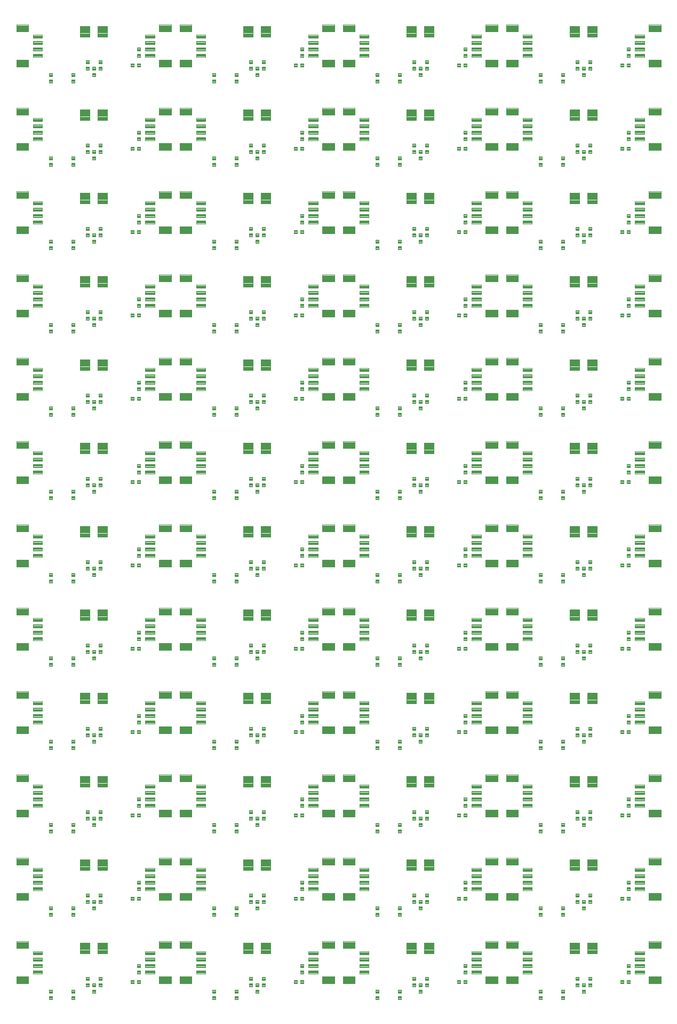
<source format=gtp>
G04 EAGLE Gerber RS-274X export*
G75*
%MOMM*%
%FSLAX34Y34*%
%LPD*%
%INSolderpaste Top*%
%IPPOS*%
%AMOC8*
5,1,8,0,0,1.08239X$1,22.5*%
G01*
%ADD10C,0.102000*%
%ADD11C,0.096000*%


D10*
X208790Y101410D02*
X208790Y106390D01*
X223270Y106390D01*
X223270Y101410D01*
X208790Y101410D01*
X208790Y102379D02*
X223270Y102379D01*
X223270Y103348D02*
X208790Y103348D01*
X208790Y104317D02*
X223270Y104317D01*
X223270Y105286D02*
X208790Y105286D01*
X208790Y106255D02*
X223270Y106255D01*
X208790Y96390D02*
X208790Y91410D01*
X208790Y96390D02*
X223270Y96390D01*
X223270Y91410D01*
X208790Y91410D01*
X208790Y92379D02*
X223270Y92379D01*
X223270Y93348D02*
X208790Y93348D01*
X208790Y94317D02*
X223270Y94317D01*
X223270Y95286D02*
X208790Y95286D01*
X208790Y96255D02*
X223270Y96255D01*
X208790Y86390D02*
X208790Y81410D01*
X208790Y86390D02*
X223270Y86390D01*
X223270Y81410D01*
X208790Y81410D01*
X208790Y82379D02*
X223270Y82379D01*
X223270Y83348D02*
X208790Y83348D01*
X208790Y84317D02*
X223270Y84317D01*
X223270Y85286D02*
X208790Y85286D01*
X208790Y86255D02*
X223270Y86255D01*
X208790Y76390D02*
X208790Y71410D01*
X208790Y76390D02*
X223270Y76390D01*
X223270Y71410D01*
X208790Y71410D01*
X208790Y72379D02*
X223270Y72379D01*
X223270Y73348D02*
X208790Y73348D01*
X208790Y74317D02*
X223270Y74317D01*
X223270Y75286D02*
X208790Y75286D01*
X208790Y76255D02*
X223270Y76255D01*
D11*
X230760Y111380D02*
X230760Y122420D01*
X249800Y122420D01*
X249800Y111380D01*
X230760Y111380D01*
X230760Y112292D02*
X249800Y112292D01*
X249800Y113204D02*
X230760Y113204D01*
X230760Y114116D02*
X249800Y114116D01*
X249800Y115028D02*
X230760Y115028D01*
X230760Y115940D02*
X249800Y115940D01*
X249800Y116852D02*
X230760Y116852D01*
X230760Y117764D02*
X249800Y117764D01*
X249800Y118676D02*
X230760Y118676D01*
X230760Y119588D02*
X249800Y119588D01*
X249800Y120500D02*
X230760Y120500D01*
X230760Y121412D02*
X249800Y121412D01*
X249800Y122324D02*
X230760Y122324D01*
X230760Y66420D02*
X230760Y55380D01*
X230760Y66420D02*
X249800Y66420D01*
X249800Y55380D01*
X230760Y55380D01*
X230760Y56292D02*
X249800Y56292D01*
X249800Y57204D02*
X230760Y57204D01*
X230760Y58116D02*
X249800Y58116D01*
X249800Y59028D02*
X230760Y59028D01*
X230760Y59940D02*
X249800Y59940D01*
X249800Y60852D02*
X230760Y60852D01*
X230760Y61764D02*
X249800Y61764D01*
X249800Y62676D02*
X230760Y62676D01*
X230760Y63588D02*
X249800Y63588D01*
X249800Y64500D02*
X230760Y64500D01*
X230760Y65412D02*
X249800Y65412D01*
X249800Y66324D02*
X230760Y66324D01*
D10*
X45210Y71410D02*
X45210Y76390D01*
X45210Y71410D02*
X30730Y71410D01*
X30730Y76390D01*
X45210Y76390D01*
X45210Y72379D02*
X30730Y72379D01*
X30730Y73348D02*
X45210Y73348D01*
X45210Y74317D02*
X30730Y74317D01*
X30730Y75286D02*
X45210Y75286D01*
X45210Y76255D02*
X30730Y76255D01*
X45210Y81410D02*
X45210Y86390D01*
X45210Y81410D02*
X30730Y81410D01*
X30730Y86390D01*
X45210Y86390D01*
X45210Y82379D02*
X30730Y82379D01*
X30730Y83348D02*
X45210Y83348D01*
X45210Y84317D02*
X30730Y84317D01*
X30730Y85286D02*
X45210Y85286D01*
X45210Y86255D02*
X30730Y86255D01*
X45210Y91410D02*
X45210Y96390D01*
X45210Y91410D02*
X30730Y91410D01*
X30730Y96390D01*
X45210Y96390D01*
X45210Y92379D02*
X30730Y92379D01*
X30730Y93348D02*
X45210Y93348D01*
X45210Y94317D02*
X30730Y94317D01*
X30730Y95286D02*
X45210Y95286D01*
X45210Y96255D02*
X30730Y96255D01*
X45210Y101410D02*
X45210Y106390D01*
X45210Y101410D02*
X30730Y101410D01*
X30730Y106390D01*
X45210Y106390D01*
X45210Y102379D02*
X30730Y102379D01*
X30730Y103348D02*
X45210Y103348D01*
X45210Y104317D02*
X30730Y104317D01*
X30730Y105286D02*
X45210Y105286D01*
X45210Y106255D02*
X30730Y106255D01*
D11*
X23240Y66420D02*
X23240Y55380D01*
X4200Y55380D01*
X4200Y66420D01*
X23240Y66420D01*
X23240Y56292D02*
X4200Y56292D01*
X4200Y57204D02*
X23240Y57204D01*
X23240Y58116D02*
X4200Y58116D01*
X4200Y59028D02*
X23240Y59028D01*
X23240Y59940D02*
X4200Y59940D01*
X4200Y60852D02*
X23240Y60852D01*
X23240Y61764D02*
X4200Y61764D01*
X4200Y62676D02*
X23240Y62676D01*
X23240Y63588D02*
X4200Y63588D01*
X4200Y64500D02*
X23240Y64500D01*
X23240Y65412D02*
X4200Y65412D01*
X4200Y66324D02*
X23240Y66324D01*
X23240Y111380D02*
X23240Y122420D01*
X23240Y111380D02*
X4200Y111380D01*
X4200Y122420D01*
X23240Y122420D01*
X23240Y112292D02*
X4200Y112292D01*
X4200Y113204D02*
X23240Y113204D01*
X23240Y114116D02*
X4200Y114116D01*
X4200Y115028D02*
X23240Y115028D01*
X23240Y115940D02*
X4200Y115940D01*
X4200Y116852D02*
X23240Y116852D01*
X23240Y117764D02*
X4200Y117764D01*
X4200Y118676D02*
X23240Y118676D01*
X23240Y119588D02*
X4200Y119588D01*
X4200Y120500D02*
X23240Y120500D01*
X23240Y121412D02*
X4200Y121412D01*
X4200Y122324D02*
X23240Y122324D01*
D10*
X60910Y35590D02*
X60910Y30610D01*
X55930Y30610D01*
X55930Y35590D01*
X60910Y35590D01*
X60910Y31579D02*
X55930Y31579D01*
X55930Y32548D02*
X60910Y32548D01*
X60910Y33517D02*
X55930Y33517D01*
X55930Y34486D02*
X60910Y34486D01*
X60910Y35455D02*
X55930Y35455D01*
X60910Y40610D02*
X60910Y45590D01*
X60910Y40610D02*
X55930Y40610D01*
X55930Y45590D01*
X60910Y45590D01*
X60910Y41579D02*
X55930Y41579D01*
X55930Y42548D02*
X60910Y42548D01*
X60910Y43517D02*
X55930Y43517D01*
X55930Y44486D02*
X60910Y44486D01*
X60910Y45455D02*
X55930Y45455D01*
X96470Y35590D02*
X96470Y30610D01*
X91490Y30610D01*
X91490Y35590D01*
X96470Y35590D01*
X96470Y31579D02*
X91490Y31579D01*
X91490Y32548D02*
X96470Y32548D01*
X96470Y33517D02*
X91490Y33517D01*
X91490Y34486D02*
X96470Y34486D01*
X96470Y35455D02*
X91490Y35455D01*
X96470Y40610D02*
X96470Y45590D01*
X96470Y40610D02*
X91490Y40610D01*
X91490Y45590D01*
X96470Y45590D01*
X96470Y41579D02*
X91490Y41579D01*
X91490Y42548D02*
X96470Y42548D01*
X96470Y43517D02*
X91490Y43517D01*
X91490Y44486D02*
X96470Y44486D01*
X96470Y45455D02*
X91490Y45455D01*
X134670Y60930D02*
X134670Y65910D01*
X139650Y65910D01*
X139650Y60930D01*
X134670Y60930D01*
X134670Y61899D02*
X139650Y61899D01*
X139650Y62868D02*
X134670Y62868D01*
X134670Y63837D02*
X139650Y63837D01*
X139650Y64806D02*
X134670Y64806D01*
X134670Y65775D02*
X139650Y65775D01*
X134670Y55910D02*
X134670Y50930D01*
X134670Y55910D02*
X139650Y55910D01*
X139650Y50930D01*
X134670Y50930D01*
X134670Y51899D02*
X139650Y51899D01*
X139650Y52868D02*
X134670Y52868D01*
X134670Y53837D02*
X139650Y53837D01*
X139650Y54806D02*
X134670Y54806D01*
X134670Y55775D02*
X139650Y55775D01*
X114350Y60930D02*
X114350Y65910D01*
X119330Y65910D01*
X119330Y60930D01*
X114350Y60930D01*
X114350Y61899D02*
X119330Y61899D01*
X119330Y62868D02*
X114350Y62868D01*
X114350Y63837D02*
X119330Y63837D01*
X119330Y64806D02*
X114350Y64806D01*
X114350Y65775D02*
X119330Y65775D01*
X114350Y55910D02*
X114350Y50930D01*
X114350Y55910D02*
X119330Y55910D01*
X119330Y50930D01*
X114350Y50930D01*
X114350Y51899D02*
X119330Y51899D01*
X119330Y52868D02*
X114350Y52868D01*
X114350Y53837D02*
X119330Y53837D01*
X119330Y54806D02*
X114350Y54806D01*
X114350Y55775D02*
X119330Y55775D01*
X200610Y71250D02*
X200610Y76230D01*
X200610Y71250D02*
X195630Y71250D01*
X195630Y76230D01*
X200610Y76230D01*
X200610Y72219D02*
X195630Y72219D01*
X195630Y73188D02*
X200610Y73188D01*
X200610Y74157D02*
X195630Y74157D01*
X195630Y75126D02*
X200610Y75126D01*
X200610Y76095D02*
X195630Y76095D01*
X200610Y81250D02*
X200610Y86230D01*
X200610Y81250D02*
X195630Y81250D01*
X195630Y86230D01*
X200610Y86230D01*
X200610Y82219D02*
X195630Y82219D01*
X195630Y83188D02*
X200610Y83188D01*
X200610Y84157D02*
X195630Y84157D01*
X195630Y85126D02*
X200610Y85126D01*
X200610Y86095D02*
X195630Y86095D01*
X195550Y60910D02*
X200530Y60910D01*
X200530Y55930D01*
X195550Y55930D01*
X195550Y60910D01*
X195550Y56899D02*
X200530Y56899D01*
X200530Y57868D02*
X195550Y57868D01*
X195550Y58837D02*
X200530Y58837D01*
X200530Y59806D02*
X195550Y59806D01*
X195550Y60775D02*
X200530Y60775D01*
X190530Y60910D02*
X185550Y60910D01*
X190530Y60910D02*
X190530Y55930D01*
X185550Y55930D01*
X185550Y60910D01*
X185550Y56899D02*
X190530Y56899D01*
X190530Y57868D02*
X185550Y57868D01*
X185550Y58837D02*
X190530Y58837D01*
X190530Y59806D02*
X185550Y59806D01*
X185550Y60775D02*
X190530Y60775D01*
D11*
X120520Y103240D02*
X105480Y103240D01*
X105480Y120280D01*
X120520Y120280D01*
X120520Y103240D01*
X120520Y104152D02*
X105480Y104152D01*
X105480Y105064D02*
X120520Y105064D01*
X120520Y105976D02*
X105480Y105976D01*
X105480Y106888D02*
X120520Y106888D01*
X120520Y107800D02*
X105480Y107800D01*
X105480Y108712D02*
X120520Y108712D01*
X120520Y109624D02*
X105480Y109624D01*
X105480Y110536D02*
X120520Y110536D01*
X120520Y111448D02*
X105480Y111448D01*
X105480Y112360D02*
X120520Y112360D01*
X120520Y113272D02*
X105480Y113272D01*
X105480Y114184D02*
X120520Y114184D01*
X120520Y115096D02*
X105480Y115096D01*
X105480Y116008D02*
X120520Y116008D01*
X120520Y116920D02*
X105480Y116920D01*
X105480Y117832D02*
X120520Y117832D01*
X120520Y118744D02*
X105480Y118744D01*
X105480Y119656D02*
X120520Y119656D01*
X133480Y103240D02*
X148520Y103240D01*
X133480Y103240D02*
X133480Y120280D01*
X148520Y120280D01*
X148520Y103240D01*
X148520Y104152D02*
X133480Y104152D01*
X133480Y105064D02*
X148520Y105064D01*
X148520Y105976D02*
X133480Y105976D01*
X133480Y106888D02*
X148520Y106888D01*
X148520Y107800D02*
X133480Y107800D01*
X133480Y108712D02*
X148520Y108712D01*
X148520Y109624D02*
X133480Y109624D01*
X133480Y110536D02*
X148520Y110536D01*
X148520Y111448D02*
X133480Y111448D01*
X133480Y112360D02*
X148520Y112360D01*
X148520Y113272D02*
X133480Y113272D01*
X133480Y114184D02*
X148520Y114184D01*
X148520Y115096D02*
X133480Y115096D01*
X133480Y116008D02*
X148520Y116008D01*
X148520Y116920D02*
X133480Y116920D01*
X133480Y117832D02*
X148520Y117832D01*
X148520Y118744D02*
X133480Y118744D01*
X133480Y119656D02*
X148520Y119656D01*
D10*
X129490Y45750D02*
X129490Y40770D01*
X124510Y40770D01*
X124510Y45750D01*
X129490Y45750D01*
X129490Y41739D02*
X124510Y41739D01*
X124510Y42708D02*
X129490Y42708D01*
X129490Y43677D02*
X124510Y43677D01*
X124510Y44646D02*
X129490Y44646D01*
X129490Y45615D02*
X124510Y45615D01*
X129490Y50770D02*
X129490Y55750D01*
X129490Y50770D02*
X124510Y50770D01*
X124510Y55750D01*
X129490Y55750D01*
X129490Y51739D02*
X124510Y51739D01*
X124510Y52708D02*
X129490Y52708D01*
X129490Y53677D02*
X124510Y53677D01*
X124510Y54646D02*
X129490Y54646D01*
X129490Y55615D02*
X124510Y55615D01*
X467870Y101410D02*
X467870Y106390D01*
X482350Y106390D01*
X482350Y101410D01*
X467870Y101410D01*
X467870Y102379D02*
X482350Y102379D01*
X482350Y103348D02*
X467870Y103348D01*
X467870Y104317D02*
X482350Y104317D01*
X482350Y105286D02*
X467870Y105286D01*
X467870Y106255D02*
X482350Y106255D01*
X467870Y96390D02*
X467870Y91410D01*
X467870Y96390D02*
X482350Y96390D01*
X482350Y91410D01*
X467870Y91410D01*
X467870Y92379D02*
X482350Y92379D01*
X482350Y93348D02*
X467870Y93348D01*
X467870Y94317D02*
X482350Y94317D01*
X482350Y95286D02*
X467870Y95286D01*
X467870Y96255D02*
X482350Y96255D01*
X467870Y86390D02*
X467870Y81410D01*
X467870Y86390D02*
X482350Y86390D01*
X482350Y81410D01*
X467870Y81410D01*
X467870Y82379D02*
X482350Y82379D01*
X482350Y83348D02*
X467870Y83348D01*
X467870Y84317D02*
X482350Y84317D01*
X482350Y85286D02*
X467870Y85286D01*
X467870Y86255D02*
X482350Y86255D01*
X467870Y76390D02*
X467870Y71410D01*
X467870Y76390D02*
X482350Y76390D01*
X482350Y71410D01*
X467870Y71410D01*
X467870Y72379D02*
X482350Y72379D01*
X482350Y73348D02*
X467870Y73348D01*
X467870Y74317D02*
X482350Y74317D01*
X482350Y75286D02*
X467870Y75286D01*
X467870Y76255D02*
X482350Y76255D01*
D11*
X489840Y111380D02*
X489840Y122420D01*
X508880Y122420D01*
X508880Y111380D01*
X489840Y111380D01*
X489840Y112292D02*
X508880Y112292D01*
X508880Y113204D02*
X489840Y113204D01*
X489840Y114116D02*
X508880Y114116D01*
X508880Y115028D02*
X489840Y115028D01*
X489840Y115940D02*
X508880Y115940D01*
X508880Y116852D02*
X489840Y116852D01*
X489840Y117764D02*
X508880Y117764D01*
X508880Y118676D02*
X489840Y118676D01*
X489840Y119588D02*
X508880Y119588D01*
X508880Y120500D02*
X489840Y120500D01*
X489840Y121412D02*
X508880Y121412D01*
X508880Y122324D02*
X489840Y122324D01*
X489840Y66420D02*
X489840Y55380D01*
X489840Y66420D02*
X508880Y66420D01*
X508880Y55380D01*
X489840Y55380D01*
X489840Y56292D02*
X508880Y56292D01*
X508880Y57204D02*
X489840Y57204D01*
X489840Y58116D02*
X508880Y58116D01*
X508880Y59028D02*
X489840Y59028D01*
X489840Y59940D02*
X508880Y59940D01*
X508880Y60852D02*
X489840Y60852D01*
X489840Y61764D02*
X508880Y61764D01*
X508880Y62676D02*
X489840Y62676D01*
X489840Y63588D02*
X508880Y63588D01*
X508880Y64500D02*
X489840Y64500D01*
X489840Y65412D02*
X508880Y65412D01*
X508880Y66324D02*
X489840Y66324D01*
D10*
X304290Y71410D02*
X304290Y76390D01*
X304290Y71410D02*
X289810Y71410D01*
X289810Y76390D01*
X304290Y76390D01*
X304290Y72379D02*
X289810Y72379D01*
X289810Y73348D02*
X304290Y73348D01*
X304290Y74317D02*
X289810Y74317D01*
X289810Y75286D02*
X304290Y75286D01*
X304290Y76255D02*
X289810Y76255D01*
X304290Y81410D02*
X304290Y86390D01*
X304290Y81410D02*
X289810Y81410D01*
X289810Y86390D01*
X304290Y86390D01*
X304290Y82379D02*
X289810Y82379D01*
X289810Y83348D02*
X304290Y83348D01*
X304290Y84317D02*
X289810Y84317D01*
X289810Y85286D02*
X304290Y85286D01*
X304290Y86255D02*
X289810Y86255D01*
X304290Y91410D02*
X304290Y96390D01*
X304290Y91410D02*
X289810Y91410D01*
X289810Y96390D01*
X304290Y96390D01*
X304290Y92379D02*
X289810Y92379D01*
X289810Y93348D02*
X304290Y93348D01*
X304290Y94317D02*
X289810Y94317D01*
X289810Y95286D02*
X304290Y95286D01*
X304290Y96255D02*
X289810Y96255D01*
X304290Y101410D02*
X304290Y106390D01*
X304290Y101410D02*
X289810Y101410D01*
X289810Y106390D01*
X304290Y106390D01*
X304290Y102379D02*
X289810Y102379D01*
X289810Y103348D02*
X304290Y103348D01*
X304290Y104317D02*
X289810Y104317D01*
X289810Y105286D02*
X304290Y105286D01*
X304290Y106255D02*
X289810Y106255D01*
D11*
X282320Y66420D02*
X282320Y55380D01*
X263280Y55380D01*
X263280Y66420D01*
X282320Y66420D01*
X282320Y56292D02*
X263280Y56292D01*
X263280Y57204D02*
X282320Y57204D01*
X282320Y58116D02*
X263280Y58116D01*
X263280Y59028D02*
X282320Y59028D01*
X282320Y59940D02*
X263280Y59940D01*
X263280Y60852D02*
X282320Y60852D01*
X282320Y61764D02*
X263280Y61764D01*
X263280Y62676D02*
X282320Y62676D01*
X282320Y63588D02*
X263280Y63588D01*
X263280Y64500D02*
X282320Y64500D01*
X282320Y65412D02*
X263280Y65412D01*
X263280Y66324D02*
X282320Y66324D01*
X282320Y111380D02*
X282320Y122420D01*
X282320Y111380D02*
X263280Y111380D01*
X263280Y122420D01*
X282320Y122420D01*
X282320Y112292D02*
X263280Y112292D01*
X263280Y113204D02*
X282320Y113204D01*
X282320Y114116D02*
X263280Y114116D01*
X263280Y115028D02*
X282320Y115028D01*
X282320Y115940D02*
X263280Y115940D01*
X263280Y116852D02*
X282320Y116852D01*
X282320Y117764D02*
X263280Y117764D01*
X263280Y118676D02*
X282320Y118676D01*
X282320Y119588D02*
X263280Y119588D01*
X263280Y120500D02*
X282320Y120500D01*
X282320Y121412D02*
X263280Y121412D01*
X263280Y122324D02*
X282320Y122324D01*
D10*
X319990Y35590D02*
X319990Y30610D01*
X315010Y30610D01*
X315010Y35590D01*
X319990Y35590D01*
X319990Y31579D02*
X315010Y31579D01*
X315010Y32548D02*
X319990Y32548D01*
X319990Y33517D02*
X315010Y33517D01*
X315010Y34486D02*
X319990Y34486D01*
X319990Y35455D02*
X315010Y35455D01*
X319990Y40610D02*
X319990Y45590D01*
X319990Y40610D02*
X315010Y40610D01*
X315010Y45590D01*
X319990Y45590D01*
X319990Y41579D02*
X315010Y41579D01*
X315010Y42548D02*
X319990Y42548D01*
X319990Y43517D02*
X315010Y43517D01*
X315010Y44486D02*
X319990Y44486D01*
X319990Y45455D02*
X315010Y45455D01*
X355550Y35590D02*
X355550Y30610D01*
X350570Y30610D01*
X350570Y35590D01*
X355550Y35590D01*
X355550Y31579D02*
X350570Y31579D01*
X350570Y32548D02*
X355550Y32548D01*
X355550Y33517D02*
X350570Y33517D01*
X350570Y34486D02*
X355550Y34486D01*
X355550Y35455D02*
X350570Y35455D01*
X355550Y40610D02*
X355550Y45590D01*
X355550Y40610D02*
X350570Y40610D01*
X350570Y45590D01*
X355550Y45590D01*
X355550Y41579D02*
X350570Y41579D01*
X350570Y42548D02*
X355550Y42548D01*
X355550Y43517D02*
X350570Y43517D01*
X350570Y44486D02*
X355550Y44486D01*
X355550Y45455D02*
X350570Y45455D01*
X393750Y60930D02*
X393750Y65910D01*
X398730Y65910D01*
X398730Y60930D01*
X393750Y60930D01*
X393750Y61899D02*
X398730Y61899D01*
X398730Y62868D02*
X393750Y62868D01*
X393750Y63837D02*
X398730Y63837D01*
X398730Y64806D02*
X393750Y64806D01*
X393750Y65775D02*
X398730Y65775D01*
X393750Y55910D02*
X393750Y50930D01*
X393750Y55910D02*
X398730Y55910D01*
X398730Y50930D01*
X393750Y50930D01*
X393750Y51899D02*
X398730Y51899D01*
X398730Y52868D02*
X393750Y52868D01*
X393750Y53837D02*
X398730Y53837D01*
X398730Y54806D02*
X393750Y54806D01*
X393750Y55775D02*
X398730Y55775D01*
X373430Y60930D02*
X373430Y65910D01*
X378410Y65910D01*
X378410Y60930D01*
X373430Y60930D01*
X373430Y61899D02*
X378410Y61899D01*
X378410Y62868D02*
X373430Y62868D01*
X373430Y63837D02*
X378410Y63837D01*
X378410Y64806D02*
X373430Y64806D01*
X373430Y65775D02*
X378410Y65775D01*
X373430Y55910D02*
X373430Y50930D01*
X373430Y55910D02*
X378410Y55910D01*
X378410Y50930D01*
X373430Y50930D01*
X373430Y51899D02*
X378410Y51899D01*
X378410Y52868D02*
X373430Y52868D01*
X373430Y53837D02*
X378410Y53837D01*
X378410Y54806D02*
X373430Y54806D01*
X373430Y55775D02*
X378410Y55775D01*
X459690Y71250D02*
X459690Y76230D01*
X459690Y71250D02*
X454710Y71250D01*
X454710Y76230D01*
X459690Y76230D01*
X459690Y72219D02*
X454710Y72219D01*
X454710Y73188D02*
X459690Y73188D01*
X459690Y74157D02*
X454710Y74157D01*
X454710Y75126D02*
X459690Y75126D01*
X459690Y76095D02*
X454710Y76095D01*
X459690Y81250D02*
X459690Y86230D01*
X459690Y81250D02*
X454710Y81250D01*
X454710Y86230D01*
X459690Y86230D01*
X459690Y82219D02*
X454710Y82219D01*
X454710Y83188D02*
X459690Y83188D01*
X459690Y84157D02*
X454710Y84157D01*
X454710Y85126D02*
X459690Y85126D01*
X459690Y86095D02*
X454710Y86095D01*
X454630Y60910D02*
X459610Y60910D01*
X459610Y55930D01*
X454630Y55930D01*
X454630Y60910D01*
X454630Y56899D02*
X459610Y56899D01*
X459610Y57868D02*
X454630Y57868D01*
X454630Y58837D02*
X459610Y58837D01*
X459610Y59806D02*
X454630Y59806D01*
X454630Y60775D02*
X459610Y60775D01*
X449610Y60910D02*
X444630Y60910D01*
X449610Y60910D02*
X449610Y55930D01*
X444630Y55930D01*
X444630Y60910D01*
X444630Y56899D02*
X449610Y56899D01*
X449610Y57868D02*
X444630Y57868D01*
X444630Y58837D02*
X449610Y58837D01*
X449610Y59806D02*
X444630Y59806D01*
X444630Y60775D02*
X449610Y60775D01*
D11*
X379600Y103240D02*
X364560Y103240D01*
X364560Y120280D01*
X379600Y120280D01*
X379600Y103240D01*
X379600Y104152D02*
X364560Y104152D01*
X364560Y105064D02*
X379600Y105064D01*
X379600Y105976D02*
X364560Y105976D01*
X364560Y106888D02*
X379600Y106888D01*
X379600Y107800D02*
X364560Y107800D01*
X364560Y108712D02*
X379600Y108712D01*
X379600Y109624D02*
X364560Y109624D01*
X364560Y110536D02*
X379600Y110536D01*
X379600Y111448D02*
X364560Y111448D01*
X364560Y112360D02*
X379600Y112360D01*
X379600Y113272D02*
X364560Y113272D01*
X364560Y114184D02*
X379600Y114184D01*
X379600Y115096D02*
X364560Y115096D01*
X364560Y116008D02*
X379600Y116008D01*
X379600Y116920D02*
X364560Y116920D01*
X364560Y117832D02*
X379600Y117832D01*
X379600Y118744D02*
X364560Y118744D01*
X364560Y119656D02*
X379600Y119656D01*
X392560Y103240D02*
X407600Y103240D01*
X392560Y103240D02*
X392560Y120280D01*
X407600Y120280D01*
X407600Y103240D01*
X407600Y104152D02*
X392560Y104152D01*
X392560Y105064D02*
X407600Y105064D01*
X407600Y105976D02*
X392560Y105976D01*
X392560Y106888D02*
X407600Y106888D01*
X407600Y107800D02*
X392560Y107800D01*
X392560Y108712D02*
X407600Y108712D01*
X407600Y109624D02*
X392560Y109624D01*
X392560Y110536D02*
X407600Y110536D01*
X407600Y111448D02*
X392560Y111448D01*
X392560Y112360D02*
X407600Y112360D01*
X407600Y113272D02*
X392560Y113272D01*
X392560Y114184D02*
X407600Y114184D01*
X407600Y115096D02*
X392560Y115096D01*
X392560Y116008D02*
X407600Y116008D01*
X407600Y116920D02*
X392560Y116920D01*
X392560Y117832D02*
X407600Y117832D01*
X407600Y118744D02*
X392560Y118744D01*
X392560Y119656D02*
X407600Y119656D01*
D10*
X388570Y45750D02*
X388570Y40770D01*
X383590Y40770D01*
X383590Y45750D01*
X388570Y45750D01*
X388570Y41739D02*
X383590Y41739D01*
X383590Y42708D02*
X388570Y42708D01*
X388570Y43677D02*
X383590Y43677D01*
X383590Y44646D02*
X388570Y44646D01*
X388570Y45615D02*
X383590Y45615D01*
X388570Y50770D02*
X388570Y55750D01*
X388570Y50770D02*
X383590Y50770D01*
X383590Y55750D01*
X388570Y55750D01*
X388570Y51739D02*
X383590Y51739D01*
X383590Y52708D02*
X388570Y52708D01*
X388570Y53677D02*
X383590Y53677D01*
X383590Y54646D02*
X388570Y54646D01*
X388570Y55615D02*
X383590Y55615D01*
X726950Y101410D02*
X726950Y106390D01*
X741430Y106390D01*
X741430Y101410D01*
X726950Y101410D01*
X726950Y102379D02*
X741430Y102379D01*
X741430Y103348D02*
X726950Y103348D01*
X726950Y104317D02*
X741430Y104317D01*
X741430Y105286D02*
X726950Y105286D01*
X726950Y106255D02*
X741430Y106255D01*
X726950Y96390D02*
X726950Y91410D01*
X726950Y96390D02*
X741430Y96390D01*
X741430Y91410D01*
X726950Y91410D01*
X726950Y92379D02*
X741430Y92379D01*
X741430Y93348D02*
X726950Y93348D01*
X726950Y94317D02*
X741430Y94317D01*
X741430Y95286D02*
X726950Y95286D01*
X726950Y96255D02*
X741430Y96255D01*
X726950Y86390D02*
X726950Y81410D01*
X726950Y86390D02*
X741430Y86390D01*
X741430Y81410D01*
X726950Y81410D01*
X726950Y82379D02*
X741430Y82379D01*
X741430Y83348D02*
X726950Y83348D01*
X726950Y84317D02*
X741430Y84317D01*
X741430Y85286D02*
X726950Y85286D01*
X726950Y86255D02*
X741430Y86255D01*
X726950Y76390D02*
X726950Y71410D01*
X726950Y76390D02*
X741430Y76390D01*
X741430Y71410D01*
X726950Y71410D01*
X726950Y72379D02*
X741430Y72379D01*
X741430Y73348D02*
X726950Y73348D01*
X726950Y74317D02*
X741430Y74317D01*
X741430Y75286D02*
X726950Y75286D01*
X726950Y76255D02*
X741430Y76255D01*
D11*
X748920Y111380D02*
X748920Y122420D01*
X767960Y122420D01*
X767960Y111380D01*
X748920Y111380D01*
X748920Y112292D02*
X767960Y112292D01*
X767960Y113204D02*
X748920Y113204D01*
X748920Y114116D02*
X767960Y114116D01*
X767960Y115028D02*
X748920Y115028D01*
X748920Y115940D02*
X767960Y115940D01*
X767960Y116852D02*
X748920Y116852D01*
X748920Y117764D02*
X767960Y117764D01*
X767960Y118676D02*
X748920Y118676D01*
X748920Y119588D02*
X767960Y119588D01*
X767960Y120500D02*
X748920Y120500D01*
X748920Y121412D02*
X767960Y121412D01*
X767960Y122324D02*
X748920Y122324D01*
X748920Y66420D02*
X748920Y55380D01*
X748920Y66420D02*
X767960Y66420D01*
X767960Y55380D01*
X748920Y55380D01*
X748920Y56292D02*
X767960Y56292D01*
X767960Y57204D02*
X748920Y57204D01*
X748920Y58116D02*
X767960Y58116D01*
X767960Y59028D02*
X748920Y59028D01*
X748920Y59940D02*
X767960Y59940D01*
X767960Y60852D02*
X748920Y60852D01*
X748920Y61764D02*
X767960Y61764D01*
X767960Y62676D02*
X748920Y62676D01*
X748920Y63588D02*
X767960Y63588D01*
X767960Y64500D02*
X748920Y64500D01*
X748920Y65412D02*
X767960Y65412D01*
X767960Y66324D02*
X748920Y66324D01*
D10*
X563370Y71410D02*
X563370Y76390D01*
X563370Y71410D02*
X548890Y71410D01*
X548890Y76390D01*
X563370Y76390D01*
X563370Y72379D02*
X548890Y72379D01*
X548890Y73348D02*
X563370Y73348D01*
X563370Y74317D02*
X548890Y74317D01*
X548890Y75286D02*
X563370Y75286D01*
X563370Y76255D02*
X548890Y76255D01*
X563370Y81410D02*
X563370Y86390D01*
X563370Y81410D02*
X548890Y81410D01*
X548890Y86390D01*
X563370Y86390D01*
X563370Y82379D02*
X548890Y82379D01*
X548890Y83348D02*
X563370Y83348D01*
X563370Y84317D02*
X548890Y84317D01*
X548890Y85286D02*
X563370Y85286D01*
X563370Y86255D02*
X548890Y86255D01*
X563370Y91410D02*
X563370Y96390D01*
X563370Y91410D02*
X548890Y91410D01*
X548890Y96390D01*
X563370Y96390D01*
X563370Y92379D02*
X548890Y92379D01*
X548890Y93348D02*
X563370Y93348D01*
X563370Y94317D02*
X548890Y94317D01*
X548890Y95286D02*
X563370Y95286D01*
X563370Y96255D02*
X548890Y96255D01*
X563370Y101410D02*
X563370Y106390D01*
X563370Y101410D02*
X548890Y101410D01*
X548890Y106390D01*
X563370Y106390D01*
X563370Y102379D02*
X548890Y102379D01*
X548890Y103348D02*
X563370Y103348D01*
X563370Y104317D02*
X548890Y104317D01*
X548890Y105286D02*
X563370Y105286D01*
X563370Y106255D02*
X548890Y106255D01*
D11*
X541400Y66420D02*
X541400Y55380D01*
X522360Y55380D01*
X522360Y66420D01*
X541400Y66420D01*
X541400Y56292D02*
X522360Y56292D01*
X522360Y57204D02*
X541400Y57204D01*
X541400Y58116D02*
X522360Y58116D01*
X522360Y59028D02*
X541400Y59028D01*
X541400Y59940D02*
X522360Y59940D01*
X522360Y60852D02*
X541400Y60852D01*
X541400Y61764D02*
X522360Y61764D01*
X522360Y62676D02*
X541400Y62676D01*
X541400Y63588D02*
X522360Y63588D01*
X522360Y64500D02*
X541400Y64500D01*
X541400Y65412D02*
X522360Y65412D01*
X522360Y66324D02*
X541400Y66324D01*
X541400Y111380D02*
X541400Y122420D01*
X541400Y111380D02*
X522360Y111380D01*
X522360Y122420D01*
X541400Y122420D01*
X541400Y112292D02*
X522360Y112292D01*
X522360Y113204D02*
X541400Y113204D01*
X541400Y114116D02*
X522360Y114116D01*
X522360Y115028D02*
X541400Y115028D01*
X541400Y115940D02*
X522360Y115940D01*
X522360Y116852D02*
X541400Y116852D01*
X541400Y117764D02*
X522360Y117764D01*
X522360Y118676D02*
X541400Y118676D01*
X541400Y119588D02*
X522360Y119588D01*
X522360Y120500D02*
X541400Y120500D01*
X541400Y121412D02*
X522360Y121412D01*
X522360Y122324D02*
X541400Y122324D01*
D10*
X579070Y35590D02*
X579070Y30610D01*
X574090Y30610D01*
X574090Y35590D01*
X579070Y35590D01*
X579070Y31579D02*
X574090Y31579D01*
X574090Y32548D02*
X579070Y32548D01*
X579070Y33517D02*
X574090Y33517D01*
X574090Y34486D02*
X579070Y34486D01*
X579070Y35455D02*
X574090Y35455D01*
X579070Y40610D02*
X579070Y45590D01*
X579070Y40610D02*
X574090Y40610D01*
X574090Y45590D01*
X579070Y45590D01*
X579070Y41579D02*
X574090Y41579D01*
X574090Y42548D02*
X579070Y42548D01*
X579070Y43517D02*
X574090Y43517D01*
X574090Y44486D02*
X579070Y44486D01*
X579070Y45455D02*
X574090Y45455D01*
X614630Y35590D02*
X614630Y30610D01*
X609650Y30610D01*
X609650Y35590D01*
X614630Y35590D01*
X614630Y31579D02*
X609650Y31579D01*
X609650Y32548D02*
X614630Y32548D01*
X614630Y33517D02*
X609650Y33517D01*
X609650Y34486D02*
X614630Y34486D01*
X614630Y35455D02*
X609650Y35455D01*
X614630Y40610D02*
X614630Y45590D01*
X614630Y40610D02*
X609650Y40610D01*
X609650Y45590D01*
X614630Y45590D01*
X614630Y41579D02*
X609650Y41579D01*
X609650Y42548D02*
X614630Y42548D01*
X614630Y43517D02*
X609650Y43517D01*
X609650Y44486D02*
X614630Y44486D01*
X614630Y45455D02*
X609650Y45455D01*
X652830Y60930D02*
X652830Y65910D01*
X657810Y65910D01*
X657810Y60930D01*
X652830Y60930D01*
X652830Y61899D02*
X657810Y61899D01*
X657810Y62868D02*
X652830Y62868D01*
X652830Y63837D02*
X657810Y63837D01*
X657810Y64806D02*
X652830Y64806D01*
X652830Y65775D02*
X657810Y65775D01*
X652830Y55910D02*
X652830Y50930D01*
X652830Y55910D02*
X657810Y55910D01*
X657810Y50930D01*
X652830Y50930D01*
X652830Y51899D02*
X657810Y51899D01*
X657810Y52868D02*
X652830Y52868D01*
X652830Y53837D02*
X657810Y53837D01*
X657810Y54806D02*
X652830Y54806D01*
X652830Y55775D02*
X657810Y55775D01*
X632510Y60930D02*
X632510Y65910D01*
X637490Y65910D01*
X637490Y60930D01*
X632510Y60930D01*
X632510Y61899D02*
X637490Y61899D01*
X637490Y62868D02*
X632510Y62868D01*
X632510Y63837D02*
X637490Y63837D01*
X637490Y64806D02*
X632510Y64806D01*
X632510Y65775D02*
X637490Y65775D01*
X632510Y55910D02*
X632510Y50930D01*
X632510Y55910D02*
X637490Y55910D01*
X637490Y50930D01*
X632510Y50930D01*
X632510Y51899D02*
X637490Y51899D01*
X637490Y52868D02*
X632510Y52868D01*
X632510Y53837D02*
X637490Y53837D01*
X637490Y54806D02*
X632510Y54806D01*
X632510Y55775D02*
X637490Y55775D01*
X718770Y71250D02*
X718770Y76230D01*
X718770Y71250D02*
X713790Y71250D01*
X713790Y76230D01*
X718770Y76230D01*
X718770Y72219D02*
X713790Y72219D01*
X713790Y73188D02*
X718770Y73188D01*
X718770Y74157D02*
X713790Y74157D01*
X713790Y75126D02*
X718770Y75126D01*
X718770Y76095D02*
X713790Y76095D01*
X718770Y81250D02*
X718770Y86230D01*
X718770Y81250D02*
X713790Y81250D01*
X713790Y86230D01*
X718770Y86230D01*
X718770Y82219D02*
X713790Y82219D01*
X713790Y83188D02*
X718770Y83188D01*
X718770Y84157D02*
X713790Y84157D01*
X713790Y85126D02*
X718770Y85126D01*
X718770Y86095D02*
X713790Y86095D01*
X713710Y60910D02*
X718690Y60910D01*
X718690Y55930D01*
X713710Y55930D01*
X713710Y60910D01*
X713710Y56899D02*
X718690Y56899D01*
X718690Y57868D02*
X713710Y57868D01*
X713710Y58837D02*
X718690Y58837D01*
X718690Y59806D02*
X713710Y59806D01*
X713710Y60775D02*
X718690Y60775D01*
X708690Y60910D02*
X703710Y60910D01*
X708690Y60910D02*
X708690Y55930D01*
X703710Y55930D01*
X703710Y60910D01*
X703710Y56899D02*
X708690Y56899D01*
X708690Y57868D02*
X703710Y57868D01*
X703710Y58837D02*
X708690Y58837D01*
X708690Y59806D02*
X703710Y59806D01*
X703710Y60775D02*
X708690Y60775D01*
D11*
X638680Y103240D02*
X623640Y103240D01*
X623640Y120280D01*
X638680Y120280D01*
X638680Y103240D01*
X638680Y104152D02*
X623640Y104152D01*
X623640Y105064D02*
X638680Y105064D01*
X638680Y105976D02*
X623640Y105976D01*
X623640Y106888D02*
X638680Y106888D01*
X638680Y107800D02*
X623640Y107800D01*
X623640Y108712D02*
X638680Y108712D01*
X638680Y109624D02*
X623640Y109624D01*
X623640Y110536D02*
X638680Y110536D01*
X638680Y111448D02*
X623640Y111448D01*
X623640Y112360D02*
X638680Y112360D01*
X638680Y113272D02*
X623640Y113272D01*
X623640Y114184D02*
X638680Y114184D01*
X638680Y115096D02*
X623640Y115096D01*
X623640Y116008D02*
X638680Y116008D01*
X638680Y116920D02*
X623640Y116920D01*
X623640Y117832D02*
X638680Y117832D01*
X638680Y118744D02*
X623640Y118744D01*
X623640Y119656D02*
X638680Y119656D01*
X651640Y103240D02*
X666680Y103240D01*
X651640Y103240D02*
X651640Y120280D01*
X666680Y120280D01*
X666680Y103240D01*
X666680Y104152D02*
X651640Y104152D01*
X651640Y105064D02*
X666680Y105064D01*
X666680Y105976D02*
X651640Y105976D01*
X651640Y106888D02*
X666680Y106888D01*
X666680Y107800D02*
X651640Y107800D01*
X651640Y108712D02*
X666680Y108712D01*
X666680Y109624D02*
X651640Y109624D01*
X651640Y110536D02*
X666680Y110536D01*
X666680Y111448D02*
X651640Y111448D01*
X651640Y112360D02*
X666680Y112360D01*
X666680Y113272D02*
X651640Y113272D01*
X651640Y114184D02*
X666680Y114184D01*
X666680Y115096D02*
X651640Y115096D01*
X651640Y116008D02*
X666680Y116008D01*
X666680Y116920D02*
X651640Y116920D01*
X651640Y117832D02*
X666680Y117832D01*
X666680Y118744D02*
X651640Y118744D01*
X651640Y119656D02*
X666680Y119656D01*
D10*
X647650Y45750D02*
X647650Y40770D01*
X642670Y40770D01*
X642670Y45750D01*
X647650Y45750D01*
X647650Y41739D02*
X642670Y41739D01*
X642670Y42708D02*
X647650Y42708D01*
X647650Y43677D02*
X642670Y43677D01*
X642670Y44646D02*
X647650Y44646D01*
X647650Y45615D02*
X642670Y45615D01*
X647650Y50770D02*
X647650Y55750D01*
X647650Y50770D02*
X642670Y50770D01*
X642670Y55750D01*
X647650Y55750D01*
X647650Y51739D02*
X642670Y51739D01*
X642670Y52708D02*
X647650Y52708D01*
X647650Y53677D02*
X642670Y53677D01*
X642670Y54646D02*
X647650Y54646D01*
X647650Y55615D02*
X642670Y55615D01*
X986030Y101410D02*
X986030Y106390D01*
X1000510Y106390D01*
X1000510Y101410D01*
X986030Y101410D01*
X986030Y102379D02*
X1000510Y102379D01*
X1000510Y103348D02*
X986030Y103348D01*
X986030Y104317D02*
X1000510Y104317D01*
X1000510Y105286D02*
X986030Y105286D01*
X986030Y106255D02*
X1000510Y106255D01*
X986030Y96390D02*
X986030Y91410D01*
X986030Y96390D02*
X1000510Y96390D01*
X1000510Y91410D01*
X986030Y91410D01*
X986030Y92379D02*
X1000510Y92379D01*
X1000510Y93348D02*
X986030Y93348D01*
X986030Y94317D02*
X1000510Y94317D01*
X1000510Y95286D02*
X986030Y95286D01*
X986030Y96255D02*
X1000510Y96255D01*
X986030Y86390D02*
X986030Y81410D01*
X986030Y86390D02*
X1000510Y86390D01*
X1000510Y81410D01*
X986030Y81410D01*
X986030Y82379D02*
X1000510Y82379D01*
X1000510Y83348D02*
X986030Y83348D01*
X986030Y84317D02*
X1000510Y84317D01*
X1000510Y85286D02*
X986030Y85286D01*
X986030Y86255D02*
X1000510Y86255D01*
X986030Y76390D02*
X986030Y71410D01*
X986030Y76390D02*
X1000510Y76390D01*
X1000510Y71410D01*
X986030Y71410D01*
X986030Y72379D02*
X1000510Y72379D01*
X1000510Y73348D02*
X986030Y73348D01*
X986030Y74317D02*
X1000510Y74317D01*
X1000510Y75286D02*
X986030Y75286D01*
X986030Y76255D02*
X1000510Y76255D01*
D11*
X1008000Y111380D02*
X1008000Y122420D01*
X1027040Y122420D01*
X1027040Y111380D01*
X1008000Y111380D01*
X1008000Y112292D02*
X1027040Y112292D01*
X1027040Y113204D02*
X1008000Y113204D01*
X1008000Y114116D02*
X1027040Y114116D01*
X1027040Y115028D02*
X1008000Y115028D01*
X1008000Y115940D02*
X1027040Y115940D01*
X1027040Y116852D02*
X1008000Y116852D01*
X1008000Y117764D02*
X1027040Y117764D01*
X1027040Y118676D02*
X1008000Y118676D01*
X1008000Y119588D02*
X1027040Y119588D01*
X1027040Y120500D02*
X1008000Y120500D01*
X1008000Y121412D02*
X1027040Y121412D01*
X1027040Y122324D02*
X1008000Y122324D01*
X1008000Y66420D02*
X1008000Y55380D01*
X1008000Y66420D02*
X1027040Y66420D01*
X1027040Y55380D01*
X1008000Y55380D01*
X1008000Y56292D02*
X1027040Y56292D01*
X1027040Y57204D02*
X1008000Y57204D01*
X1008000Y58116D02*
X1027040Y58116D01*
X1027040Y59028D02*
X1008000Y59028D01*
X1008000Y59940D02*
X1027040Y59940D01*
X1027040Y60852D02*
X1008000Y60852D01*
X1008000Y61764D02*
X1027040Y61764D01*
X1027040Y62676D02*
X1008000Y62676D01*
X1008000Y63588D02*
X1027040Y63588D01*
X1027040Y64500D02*
X1008000Y64500D01*
X1008000Y65412D02*
X1027040Y65412D01*
X1027040Y66324D02*
X1008000Y66324D01*
D10*
X822450Y71410D02*
X822450Y76390D01*
X822450Y71410D02*
X807970Y71410D01*
X807970Y76390D01*
X822450Y76390D01*
X822450Y72379D02*
X807970Y72379D01*
X807970Y73348D02*
X822450Y73348D01*
X822450Y74317D02*
X807970Y74317D01*
X807970Y75286D02*
X822450Y75286D01*
X822450Y76255D02*
X807970Y76255D01*
X822450Y81410D02*
X822450Y86390D01*
X822450Y81410D02*
X807970Y81410D01*
X807970Y86390D01*
X822450Y86390D01*
X822450Y82379D02*
X807970Y82379D01*
X807970Y83348D02*
X822450Y83348D01*
X822450Y84317D02*
X807970Y84317D01*
X807970Y85286D02*
X822450Y85286D01*
X822450Y86255D02*
X807970Y86255D01*
X822450Y91410D02*
X822450Y96390D01*
X822450Y91410D02*
X807970Y91410D01*
X807970Y96390D01*
X822450Y96390D01*
X822450Y92379D02*
X807970Y92379D01*
X807970Y93348D02*
X822450Y93348D01*
X822450Y94317D02*
X807970Y94317D01*
X807970Y95286D02*
X822450Y95286D01*
X822450Y96255D02*
X807970Y96255D01*
X822450Y101410D02*
X822450Y106390D01*
X822450Y101410D02*
X807970Y101410D01*
X807970Y106390D01*
X822450Y106390D01*
X822450Y102379D02*
X807970Y102379D01*
X807970Y103348D02*
X822450Y103348D01*
X822450Y104317D02*
X807970Y104317D01*
X807970Y105286D02*
X822450Y105286D01*
X822450Y106255D02*
X807970Y106255D01*
D11*
X800480Y66420D02*
X800480Y55380D01*
X781440Y55380D01*
X781440Y66420D01*
X800480Y66420D01*
X800480Y56292D02*
X781440Y56292D01*
X781440Y57204D02*
X800480Y57204D01*
X800480Y58116D02*
X781440Y58116D01*
X781440Y59028D02*
X800480Y59028D01*
X800480Y59940D02*
X781440Y59940D01*
X781440Y60852D02*
X800480Y60852D01*
X800480Y61764D02*
X781440Y61764D01*
X781440Y62676D02*
X800480Y62676D01*
X800480Y63588D02*
X781440Y63588D01*
X781440Y64500D02*
X800480Y64500D01*
X800480Y65412D02*
X781440Y65412D01*
X781440Y66324D02*
X800480Y66324D01*
X800480Y111380D02*
X800480Y122420D01*
X800480Y111380D02*
X781440Y111380D01*
X781440Y122420D01*
X800480Y122420D01*
X800480Y112292D02*
X781440Y112292D01*
X781440Y113204D02*
X800480Y113204D01*
X800480Y114116D02*
X781440Y114116D01*
X781440Y115028D02*
X800480Y115028D01*
X800480Y115940D02*
X781440Y115940D01*
X781440Y116852D02*
X800480Y116852D01*
X800480Y117764D02*
X781440Y117764D01*
X781440Y118676D02*
X800480Y118676D01*
X800480Y119588D02*
X781440Y119588D01*
X781440Y120500D02*
X800480Y120500D01*
X800480Y121412D02*
X781440Y121412D01*
X781440Y122324D02*
X800480Y122324D01*
D10*
X838150Y35590D02*
X838150Y30610D01*
X833170Y30610D01*
X833170Y35590D01*
X838150Y35590D01*
X838150Y31579D02*
X833170Y31579D01*
X833170Y32548D02*
X838150Y32548D01*
X838150Y33517D02*
X833170Y33517D01*
X833170Y34486D02*
X838150Y34486D01*
X838150Y35455D02*
X833170Y35455D01*
X838150Y40610D02*
X838150Y45590D01*
X838150Y40610D02*
X833170Y40610D01*
X833170Y45590D01*
X838150Y45590D01*
X838150Y41579D02*
X833170Y41579D01*
X833170Y42548D02*
X838150Y42548D01*
X838150Y43517D02*
X833170Y43517D01*
X833170Y44486D02*
X838150Y44486D01*
X838150Y45455D02*
X833170Y45455D01*
X873710Y35590D02*
X873710Y30610D01*
X868730Y30610D01*
X868730Y35590D01*
X873710Y35590D01*
X873710Y31579D02*
X868730Y31579D01*
X868730Y32548D02*
X873710Y32548D01*
X873710Y33517D02*
X868730Y33517D01*
X868730Y34486D02*
X873710Y34486D01*
X873710Y35455D02*
X868730Y35455D01*
X873710Y40610D02*
X873710Y45590D01*
X873710Y40610D02*
X868730Y40610D01*
X868730Y45590D01*
X873710Y45590D01*
X873710Y41579D02*
X868730Y41579D01*
X868730Y42548D02*
X873710Y42548D01*
X873710Y43517D02*
X868730Y43517D01*
X868730Y44486D02*
X873710Y44486D01*
X873710Y45455D02*
X868730Y45455D01*
X911910Y60930D02*
X911910Y65910D01*
X916890Y65910D01*
X916890Y60930D01*
X911910Y60930D01*
X911910Y61899D02*
X916890Y61899D01*
X916890Y62868D02*
X911910Y62868D01*
X911910Y63837D02*
X916890Y63837D01*
X916890Y64806D02*
X911910Y64806D01*
X911910Y65775D02*
X916890Y65775D01*
X911910Y55910D02*
X911910Y50930D01*
X911910Y55910D02*
X916890Y55910D01*
X916890Y50930D01*
X911910Y50930D01*
X911910Y51899D02*
X916890Y51899D01*
X916890Y52868D02*
X911910Y52868D01*
X911910Y53837D02*
X916890Y53837D01*
X916890Y54806D02*
X911910Y54806D01*
X911910Y55775D02*
X916890Y55775D01*
X891590Y60930D02*
X891590Y65910D01*
X896570Y65910D01*
X896570Y60930D01*
X891590Y60930D01*
X891590Y61899D02*
X896570Y61899D01*
X896570Y62868D02*
X891590Y62868D01*
X891590Y63837D02*
X896570Y63837D01*
X896570Y64806D02*
X891590Y64806D01*
X891590Y65775D02*
X896570Y65775D01*
X891590Y55910D02*
X891590Y50930D01*
X891590Y55910D02*
X896570Y55910D01*
X896570Y50930D01*
X891590Y50930D01*
X891590Y51899D02*
X896570Y51899D01*
X896570Y52868D02*
X891590Y52868D01*
X891590Y53837D02*
X896570Y53837D01*
X896570Y54806D02*
X891590Y54806D01*
X891590Y55775D02*
X896570Y55775D01*
X977850Y71250D02*
X977850Y76230D01*
X977850Y71250D02*
X972870Y71250D01*
X972870Y76230D01*
X977850Y76230D01*
X977850Y72219D02*
X972870Y72219D01*
X972870Y73188D02*
X977850Y73188D01*
X977850Y74157D02*
X972870Y74157D01*
X972870Y75126D02*
X977850Y75126D01*
X977850Y76095D02*
X972870Y76095D01*
X977850Y81250D02*
X977850Y86230D01*
X977850Y81250D02*
X972870Y81250D01*
X972870Y86230D01*
X977850Y86230D01*
X977850Y82219D02*
X972870Y82219D01*
X972870Y83188D02*
X977850Y83188D01*
X977850Y84157D02*
X972870Y84157D01*
X972870Y85126D02*
X977850Y85126D01*
X977850Y86095D02*
X972870Y86095D01*
X972790Y60910D02*
X977770Y60910D01*
X977770Y55930D01*
X972790Y55930D01*
X972790Y60910D01*
X972790Y56899D02*
X977770Y56899D01*
X977770Y57868D02*
X972790Y57868D01*
X972790Y58837D02*
X977770Y58837D01*
X977770Y59806D02*
X972790Y59806D01*
X972790Y60775D02*
X977770Y60775D01*
X967770Y60910D02*
X962790Y60910D01*
X967770Y60910D02*
X967770Y55930D01*
X962790Y55930D01*
X962790Y60910D01*
X962790Y56899D02*
X967770Y56899D01*
X967770Y57868D02*
X962790Y57868D01*
X962790Y58837D02*
X967770Y58837D01*
X967770Y59806D02*
X962790Y59806D01*
X962790Y60775D02*
X967770Y60775D01*
D11*
X897760Y103240D02*
X882720Y103240D01*
X882720Y120280D01*
X897760Y120280D01*
X897760Y103240D01*
X897760Y104152D02*
X882720Y104152D01*
X882720Y105064D02*
X897760Y105064D01*
X897760Y105976D02*
X882720Y105976D01*
X882720Y106888D02*
X897760Y106888D01*
X897760Y107800D02*
X882720Y107800D01*
X882720Y108712D02*
X897760Y108712D01*
X897760Y109624D02*
X882720Y109624D01*
X882720Y110536D02*
X897760Y110536D01*
X897760Y111448D02*
X882720Y111448D01*
X882720Y112360D02*
X897760Y112360D01*
X897760Y113272D02*
X882720Y113272D01*
X882720Y114184D02*
X897760Y114184D01*
X897760Y115096D02*
X882720Y115096D01*
X882720Y116008D02*
X897760Y116008D01*
X897760Y116920D02*
X882720Y116920D01*
X882720Y117832D02*
X897760Y117832D01*
X897760Y118744D02*
X882720Y118744D01*
X882720Y119656D02*
X897760Y119656D01*
X910720Y103240D02*
X925760Y103240D01*
X910720Y103240D02*
X910720Y120280D01*
X925760Y120280D01*
X925760Y103240D01*
X925760Y104152D02*
X910720Y104152D01*
X910720Y105064D02*
X925760Y105064D01*
X925760Y105976D02*
X910720Y105976D01*
X910720Y106888D02*
X925760Y106888D01*
X925760Y107800D02*
X910720Y107800D01*
X910720Y108712D02*
X925760Y108712D01*
X925760Y109624D02*
X910720Y109624D01*
X910720Y110536D02*
X925760Y110536D01*
X925760Y111448D02*
X910720Y111448D01*
X910720Y112360D02*
X925760Y112360D01*
X925760Y113272D02*
X910720Y113272D01*
X910720Y114184D02*
X925760Y114184D01*
X925760Y115096D02*
X910720Y115096D01*
X910720Y116008D02*
X925760Y116008D01*
X925760Y116920D02*
X910720Y116920D01*
X910720Y117832D02*
X925760Y117832D01*
X925760Y118744D02*
X910720Y118744D01*
X910720Y119656D02*
X925760Y119656D01*
D10*
X906730Y45750D02*
X906730Y40770D01*
X901750Y40770D01*
X901750Y45750D01*
X906730Y45750D01*
X906730Y41739D02*
X901750Y41739D01*
X901750Y42708D02*
X906730Y42708D01*
X906730Y43677D02*
X901750Y43677D01*
X901750Y44646D02*
X906730Y44646D01*
X906730Y45615D02*
X901750Y45615D01*
X906730Y50770D02*
X906730Y55750D01*
X906730Y50770D02*
X901750Y50770D01*
X901750Y55750D01*
X906730Y55750D01*
X906730Y51739D02*
X901750Y51739D01*
X901750Y52708D02*
X906730Y52708D01*
X906730Y53677D02*
X901750Y53677D01*
X901750Y54646D02*
X906730Y54646D01*
X906730Y55615D02*
X901750Y55615D01*
X208790Y233490D02*
X208790Y238470D01*
X223270Y238470D01*
X223270Y233490D01*
X208790Y233490D01*
X208790Y234459D02*
X223270Y234459D01*
X223270Y235428D02*
X208790Y235428D01*
X208790Y236397D02*
X223270Y236397D01*
X223270Y237366D02*
X208790Y237366D01*
X208790Y238335D02*
X223270Y238335D01*
X208790Y228470D02*
X208790Y223490D01*
X208790Y228470D02*
X223270Y228470D01*
X223270Y223490D01*
X208790Y223490D01*
X208790Y224459D02*
X223270Y224459D01*
X223270Y225428D02*
X208790Y225428D01*
X208790Y226397D02*
X223270Y226397D01*
X223270Y227366D02*
X208790Y227366D01*
X208790Y228335D02*
X223270Y228335D01*
X208790Y218470D02*
X208790Y213490D01*
X208790Y218470D02*
X223270Y218470D01*
X223270Y213490D01*
X208790Y213490D01*
X208790Y214459D02*
X223270Y214459D01*
X223270Y215428D02*
X208790Y215428D01*
X208790Y216397D02*
X223270Y216397D01*
X223270Y217366D02*
X208790Y217366D01*
X208790Y218335D02*
X223270Y218335D01*
X208790Y208470D02*
X208790Y203490D01*
X208790Y208470D02*
X223270Y208470D01*
X223270Y203490D01*
X208790Y203490D01*
X208790Y204459D02*
X223270Y204459D01*
X223270Y205428D02*
X208790Y205428D01*
X208790Y206397D02*
X223270Y206397D01*
X223270Y207366D02*
X208790Y207366D01*
X208790Y208335D02*
X223270Y208335D01*
D11*
X230760Y243460D02*
X230760Y254500D01*
X249800Y254500D01*
X249800Y243460D01*
X230760Y243460D01*
X230760Y244372D02*
X249800Y244372D01*
X249800Y245284D02*
X230760Y245284D01*
X230760Y246196D02*
X249800Y246196D01*
X249800Y247108D02*
X230760Y247108D01*
X230760Y248020D02*
X249800Y248020D01*
X249800Y248932D02*
X230760Y248932D01*
X230760Y249844D02*
X249800Y249844D01*
X249800Y250756D02*
X230760Y250756D01*
X230760Y251668D02*
X249800Y251668D01*
X249800Y252580D02*
X230760Y252580D01*
X230760Y253492D02*
X249800Y253492D01*
X249800Y254404D02*
X230760Y254404D01*
X230760Y198500D02*
X230760Y187460D01*
X230760Y198500D02*
X249800Y198500D01*
X249800Y187460D01*
X230760Y187460D01*
X230760Y188372D02*
X249800Y188372D01*
X249800Y189284D02*
X230760Y189284D01*
X230760Y190196D02*
X249800Y190196D01*
X249800Y191108D02*
X230760Y191108D01*
X230760Y192020D02*
X249800Y192020D01*
X249800Y192932D02*
X230760Y192932D01*
X230760Y193844D02*
X249800Y193844D01*
X249800Y194756D02*
X230760Y194756D01*
X230760Y195668D02*
X249800Y195668D01*
X249800Y196580D02*
X230760Y196580D01*
X230760Y197492D02*
X249800Y197492D01*
X249800Y198404D02*
X230760Y198404D01*
D10*
X45210Y203490D02*
X45210Y208470D01*
X45210Y203490D02*
X30730Y203490D01*
X30730Y208470D01*
X45210Y208470D01*
X45210Y204459D02*
X30730Y204459D01*
X30730Y205428D02*
X45210Y205428D01*
X45210Y206397D02*
X30730Y206397D01*
X30730Y207366D02*
X45210Y207366D01*
X45210Y208335D02*
X30730Y208335D01*
X45210Y213490D02*
X45210Y218470D01*
X45210Y213490D02*
X30730Y213490D01*
X30730Y218470D01*
X45210Y218470D01*
X45210Y214459D02*
X30730Y214459D01*
X30730Y215428D02*
X45210Y215428D01*
X45210Y216397D02*
X30730Y216397D01*
X30730Y217366D02*
X45210Y217366D01*
X45210Y218335D02*
X30730Y218335D01*
X45210Y223490D02*
X45210Y228470D01*
X45210Y223490D02*
X30730Y223490D01*
X30730Y228470D01*
X45210Y228470D01*
X45210Y224459D02*
X30730Y224459D01*
X30730Y225428D02*
X45210Y225428D01*
X45210Y226397D02*
X30730Y226397D01*
X30730Y227366D02*
X45210Y227366D01*
X45210Y228335D02*
X30730Y228335D01*
X45210Y233490D02*
X45210Y238470D01*
X45210Y233490D02*
X30730Y233490D01*
X30730Y238470D01*
X45210Y238470D01*
X45210Y234459D02*
X30730Y234459D01*
X30730Y235428D02*
X45210Y235428D01*
X45210Y236397D02*
X30730Y236397D01*
X30730Y237366D02*
X45210Y237366D01*
X45210Y238335D02*
X30730Y238335D01*
D11*
X23240Y198500D02*
X23240Y187460D01*
X4200Y187460D01*
X4200Y198500D01*
X23240Y198500D01*
X23240Y188372D02*
X4200Y188372D01*
X4200Y189284D02*
X23240Y189284D01*
X23240Y190196D02*
X4200Y190196D01*
X4200Y191108D02*
X23240Y191108D01*
X23240Y192020D02*
X4200Y192020D01*
X4200Y192932D02*
X23240Y192932D01*
X23240Y193844D02*
X4200Y193844D01*
X4200Y194756D02*
X23240Y194756D01*
X23240Y195668D02*
X4200Y195668D01*
X4200Y196580D02*
X23240Y196580D01*
X23240Y197492D02*
X4200Y197492D01*
X4200Y198404D02*
X23240Y198404D01*
X23240Y243460D02*
X23240Y254500D01*
X23240Y243460D02*
X4200Y243460D01*
X4200Y254500D01*
X23240Y254500D01*
X23240Y244372D02*
X4200Y244372D01*
X4200Y245284D02*
X23240Y245284D01*
X23240Y246196D02*
X4200Y246196D01*
X4200Y247108D02*
X23240Y247108D01*
X23240Y248020D02*
X4200Y248020D01*
X4200Y248932D02*
X23240Y248932D01*
X23240Y249844D02*
X4200Y249844D01*
X4200Y250756D02*
X23240Y250756D01*
X23240Y251668D02*
X4200Y251668D01*
X4200Y252580D02*
X23240Y252580D01*
X23240Y253492D02*
X4200Y253492D01*
X4200Y254404D02*
X23240Y254404D01*
D10*
X60910Y167670D02*
X60910Y162690D01*
X55930Y162690D01*
X55930Y167670D01*
X60910Y167670D01*
X60910Y163659D02*
X55930Y163659D01*
X55930Y164628D02*
X60910Y164628D01*
X60910Y165597D02*
X55930Y165597D01*
X55930Y166566D02*
X60910Y166566D01*
X60910Y167535D02*
X55930Y167535D01*
X60910Y172690D02*
X60910Y177670D01*
X60910Y172690D02*
X55930Y172690D01*
X55930Y177670D01*
X60910Y177670D01*
X60910Y173659D02*
X55930Y173659D01*
X55930Y174628D02*
X60910Y174628D01*
X60910Y175597D02*
X55930Y175597D01*
X55930Y176566D02*
X60910Y176566D01*
X60910Y177535D02*
X55930Y177535D01*
X96470Y167670D02*
X96470Y162690D01*
X91490Y162690D01*
X91490Y167670D01*
X96470Y167670D01*
X96470Y163659D02*
X91490Y163659D01*
X91490Y164628D02*
X96470Y164628D01*
X96470Y165597D02*
X91490Y165597D01*
X91490Y166566D02*
X96470Y166566D01*
X96470Y167535D02*
X91490Y167535D01*
X96470Y172690D02*
X96470Y177670D01*
X96470Y172690D02*
X91490Y172690D01*
X91490Y177670D01*
X96470Y177670D01*
X96470Y173659D02*
X91490Y173659D01*
X91490Y174628D02*
X96470Y174628D01*
X96470Y175597D02*
X91490Y175597D01*
X91490Y176566D02*
X96470Y176566D01*
X96470Y177535D02*
X91490Y177535D01*
X134670Y193010D02*
X134670Y197990D01*
X139650Y197990D01*
X139650Y193010D01*
X134670Y193010D01*
X134670Y193979D02*
X139650Y193979D01*
X139650Y194948D02*
X134670Y194948D01*
X134670Y195917D02*
X139650Y195917D01*
X139650Y196886D02*
X134670Y196886D01*
X134670Y197855D02*
X139650Y197855D01*
X134670Y187990D02*
X134670Y183010D01*
X134670Y187990D02*
X139650Y187990D01*
X139650Y183010D01*
X134670Y183010D01*
X134670Y183979D02*
X139650Y183979D01*
X139650Y184948D02*
X134670Y184948D01*
X134670Y185917D02*
X139650Y185917D01*
X139650Y186886D02*
X134670Y186886D01*
X134670Y187855D02*
X139650Y187855D01*
X114350Y193010D02*
X114350Y197990D01*
X119330Y197990D01*
X119330Y193010D01*
X114350Y193010D01*
X114350Y193979D02*
X119330Y193979D01*
X119330Y194948D02*
X114350Y194948D01*
X114350Y195917D02*
X119330Y195917D01*
X119330Y196886D02*
X114350Y196886D01*
X114350Y197855D02*
X119330Y197855D01*
X114350Y187990D02*
X114350Y183010D01*
X114350Y187990D02*
X119330Y187990D01*
X119330Y183010D01*
X114350Y183010D01*
X114350Y183979D02*
X119330Y183979D01*
X119330Y184948D02*
X114350Y184948D01*
X114350Y185917D02*
X119330Y185917D01*
X119330Y186886D02*
X114350Y186886D01*
X114350Y187855D02*
X119330Y187855D01*
X200610Y203330D02*
X200610Y208310D01*
X200610Y203330D02*
X195630Y203330D01*
X195630Y208310D01*
X200610Y208310D01*
X200610Y204299D02*
X195630Y204299D01*
X195630Y205268D02*
X200610Y205268D01*
X200610Y206237D02*
X195630Y206237D01*
X195630Y207206D02*
X200610Y207206D01*
X200610Y208175D02*
X195630Y208175D01*
X200610Y213330D02*
X200610Y218310D01*
X200610Y213330D02*
X195630Y213330D01*
X195630Y218310D01*
X200610Y218310D01*
X200610Y214299D02*
X195630Y214299D01*
X195630Y215268D02*
X200610Y215268D01*
X200610Y216237D02*
X195630Y216237D01*
X195630Y217206D02*
X200610Y217206D01*
X200610Y218175D02*
X195630Y218175D01*
X195550Y192990D02*
X200530Y192990D01*
X200530Y188010D01*
X195550Y188010D01*
X195550Y192990D01*
X195550Y188979D02*
X200530Y188979D01*
X200530Y189948D02*
X195550Y189948D01*
X195550Y190917D02*
X200530Y190917D01*
X200530Y191886D02*
X195550Y191886D01*
X195550Y192855D02*
X200530Y192855D01*
X190530Y192990D02*
X185550Y192990D01*
X190530Y192990D02*
X190530Y188010D01*
X185550Y188010D01*
X185550Y192990D01*
X185550Y188979D02*
X190530Y188979D01*
X190530Y189948D02*
X185550Y189948D01*
X185550Y190917D02*
X190530Y190917D01*
X190530Y191886D02*
X185550Y191886D01*
X185550Y192855D02*
X190530Y192855D01*
D11*
X120520Y235320D02*
X105480Y235320D01*
X105480Y252360D01*
X120520Y252360D01*
X120520Y235320D01*
X120520Y236232D02*
X105480Y236232D01*
X105480Y237144D02*
X120520Y237144D01*
X120520Y238056D02*
X105480Y238056D01*
X105480Y238968D02*
X120520Y238968D01*
X120520Y239880D02*
X105480Y239880D01*
X105480Y240792D02*
X120520Y240792D01*
X120520Y241704D02*
X105480Y241704D01*
X105480Y242616D02*
X120520Y242616D01*
X120520Y243528D02*
X105480Y243528D01*
X105480Y244440D02*
X120520Y244440D01*
X120520Y245352D02*
X105480Y245352D01*
X105480Y246264D02*
X120520Y246264D01*
X120520Y247176D02*
X105480Y247176D01*
X105480Y248088D02*
X120520Y248088D01*
X120520Y249000D02*
X105480Y249000D01*
X105480Y249912D02*
X120520Y249912D01*
X120520Y250824D02*
X105480Y250824D01*
X105480Y251736D02*
X120520Y251736D01*
X133480Y235320D02*
X148520Y235320D01*
X133480Y235320D02*
X133480Y252360D01*
X148520Y252360D01*
X148520Y235320D01*
X148520Y236232D02*
X133480Y236232D01*
X133480Y237144D02*
X148520Y237144D01*
X148520Y238056D02*
X133480Y238056D01*
X133480Y238968D02*
X148520Y238968D01*
X148520Y239880D02*
X133480Y239880D01*
X133480Y240792D02*
X148520Y240792D01*
X148520Y241704D02*
X133480Y241704D01*
X133480Y242616D02*
X148520Y242616D01*
X148520Y243528D02*
X133480Y243528D01*
X133480Y244440D02*
X148520Y244440D01*
X148520Y245352D02*
X133480Y245352D01*
X133480Y246264D02*
X148520Y246264D01*
X148520Y247176D02*
X133480Y247176D01*
X133480Y248088D02*
X148520Y248088D01*
X148520Y249000D02*
X133480Y249000D01*
X133480Y249912D02*
X148520Y249912D01*
X148520Y250824D02*
X133480Y250824D01*
X133480Y251736D02*
X148520Y251736D01*
D10*
X129490Y177830D02*
X129490Y172850D01*
X124510Y172850D01*
X124510Y177830D01*
X129490Y177830D01*
X129490Y173819D02*
X124510Y173819D01*
X124510Y174788D02*
X129490Y174788D01*
X129490Y175757D02*
X124510Y175757D01*
X124510Y176726D02*
X129490Y176726D01*
X129490Y177695D02*
X124510Y177695D01*
X129490Y182850D02*
X129490Y187830D01*
X129490Y182850D02*
X124510Y182850D01*
X124510Y187830D01*
X129490Y187830D01*
X129490Y183819D02*
X124510Y183819D01*
X124510Y184788D02*
X129490Y184788D01*
X129490Y185757D02*
X124510Y185757D01*
X124510Y186726D02*
X129490Y186726D01*
X129490Y187695D02*
X124510Y187695D01*
X467870Y233490D02*
X467870Y238470D01*
X482350Y238470D01*
X482350Y233490D01*
X467870Y233490D01*
X467870Y234459D02*
X482350Y234459D01*
X482350Y235428D02*
X467870Y235428D01*
X467870Y236397D02*
X482350Y236397D01*
X482350Y237366D02*
X467870Y237366D01*
X467870Y238335D02*
X482350Y238335D01*
X467870Y228470D02*
X467870Y223490D01*
X467870Y228470D02*
X482350Y228470D01*
X482350Y223490D01*
X467870Y223490D01*
X467870Y224459D02*
X482350Y224459D01*
X482350Y225428D02*
X467870Y225428D01*
X467870Y226397D02*
X482350Y226397D01*
X482350Y227366D02*
X467870Y227366D01*
X467870Y228335D02*
X482350Y228335D01*
X467870Y218470D02*
X467870Y213490D01*
X467870Y218470D02*
X482350Y218470D01*
X482350Y213490D01*
X467870Y213490D01*
X467870Y214459D02*
X482350Y214459D01*
X482350Y215428D02*
X467870Y215428D01*
X467870Y216397D02*
X482350Y216397D01*
X482350Y217366D02*
X467870Y217366D01*
X467870Y218335D02*
X482350Y218335D01*
X467870Y208470D02*
X467870Y203490D01*
X467870Y208470D02*
X482350Y208470D01*
X482350Y203490D01*
X467870Y203490D01*
X467870Y204459D02*
X482350Y204459D01*
X482350Y205428D02*
X467870Y205428D01*
X467870Y206397D02*
X482350Y206397D01*
X482350Y207366D02*
X467870Y207366D01*
X467870Y208335D02*
X482350Y208335D01*
D11*
X489840Y243460D02*
X489840Y254500D01*
X508880Y254500D01*
X508880Y243460D01*
X489840Y243460D01*
X489840Y244372D02*
X508880Y244372D01*
X508880Y245284D02*
X489840Y245284D01*
X489840Y246196D02*
X508880Y246196D01*
X508880Y247108D02*
X489840Y247108D01*
X489840Y248020D02*
X508880Y248020D01*
X508880Y248932D02*
X489840Y248932D01*
X489840Y249844D02*
X508880Y249844D01*
X508880Y250756D02*
X489840Y250756D01*
X489840Y251668D02*
X508880Y251668D01*
X508880Y252580D02*
X489840Y252580D01*
X489840Y253492D02*
X508880Y253492D01*
X508880Y254404D02*
X489840Y254404D01*
X489840Y198500D02*
X489840Y187460D01*
X489840Y198500D02*
X508880Y198500D01*
X508880Y187460D01*
X489840Y187460D01*
X489840Y188372D02*
X508880Y188372D01*
X508880Y189284D02*
X489840Y189284D01*
X489840Y190196D02*
X508880Y190196D01*
X508880Y191108D02*
X489840Y191108D01*
X489840Y192020D02*
X508880Y192020D01*
X508880Y192932D02*
X489840Y192932D01*
X489840Y193844D02*
X508880Y193844D01*
X508880Y194756D02*
X489840Y194756D01*
X489840Y195668D02*
X508880Y195668D01*
X508880Y196580D02*
X489840Y196580D01*
X489840Y197492D02*
X508880Y197492D01*
X508880Y198404D02*
X489840Y198404D01*
D10*
X304290Y203490D02*
X304290Y208470D01*
X304290Y203490D02*
X289810Y203490D01*
X289810Y208470D01*
X304290Y208470D01*
X304290Y204459D02*
X289810Y204459D01*
X289810Y205428D02*
X304290Y205428D01*
X304290Y206397D02*
X289810Y206397D01*
X289810Y207366D02*
X304290Y207366D01*
X304290Y208335D02*
X289810Y208335D01*
X304290Y213490D02*
X304290Y218470D01*
X304290Y213490D02*
X289810Y213490D01*
X289810Y218470D01*
X304290Y218470D01*
X304290Y214459D02*
X289810Y214459D01*
X289810Y215428D02*
X304290Y215428D01*
X304290Y216397D02*
X289810Y216397D01*
X289810Y217366D02*
X304290Y217366D01*
X304290Y218335D02*
X289810Y218335D01*
X304290Y223490D02*
X304290Y228470D01*
X304290Y223490D02*
X289810Y223490D01*
X289810Y228470D01*
X304290Y228470D01*
X304290Y224459D02*
X289810Y224459D01*
X289810Y225428D02*
X304290Y225428D01*
X304290Y226397D02*
X289810Y226397D01*
X289810Y227366D02*
X304290Y227366D01*
X304290Y228335D02*
X289810Y228335D01*
X304290Y233490D02*
X304290Y238470D01*
X304290Y233490D02*
X289810Y233490D01*
X289810Y238470D01*
X304290Y238470D01*
X304290Y234459D02*
X289810Y234459D01*
X289810Y235428D02*
X304290Y235428D01*
X304290Y236397D02*
X289810Y236397D01*
X289810Y237366D02*
X304290Y237366D01*
X304290Y238335D02*
X289810Y238335D01*
D11*
X282320Y198500D02*
X282320Y187460D01*
X263280Y187460D01*
X263280Y198500D01*
X282320Y198500D01*
X282320Y188372D02*
X263280Y188372D01*
X263280Y189284D02*
X282320Y189284D01*
X282320Y190196D02*
X263280Y190196D01*
X263280Y191108D02*
X282320Y191108D01*
X282320Y192020D02*
X263280Y192020D01*
X263280Y192932D02*
X282320Y192932D01*
X282320Y193844D02*
X263280Y193844D01*
X263280Y194756D02*
X282320Y194756D01*
X282320Y195668D02*
X263280Y195668D01*
X263280Y196580D02*
X282320Y196580D01*
X282320Y197492D02*
X263280Y197492D01*
X263280Y198404D02*
X282320Y198404D01*
X282320Y243460D02*
X282320Y254500D01*
X282320Y243460D02*
X263280Y243460D01*
X263280Y254500D01*
X282320Y254500D01*
X282320Y244372D02*
X263280Y244372D01*
X263280Y245284D02*
X282320Y245284D01*
X282320Y246196D02*
X263280Y246196D01*
X263280Y247108D02*
X282320Y247108D01*
X282320Y248020D02*
X263280Y248020D01*
X263280Y248932D02*
X282320Y248932D01*
X282320Y249844D02*
X263280Y249844D01*
X263280Y250756D02*
X282320Y250756D01*
X282320Y251668D02*
X263280Y251668D01*
X263280Y252580D02*
X282320Y252580D01*
X282320Y253492D02*
X263280Y253492D01*
X263280Y254404D02*
X282320Y254404D01*
D10*
X319990Y167670D02*
X319990Y162690D01*
X315010Y162690D01*
X315010Y167670D01*
X319990Y167670D01*
X319990Y163659D02*
X315010Y163659D01*
X315010Y164628D02*
X319990Y164628D01*
X319990Y165597D02*
X315010Y165597D01*
X315010Y166566D02*
X319990Y166566D01*
X319990Y167535D02*
X315010Y167535D01*
X319990Y172690D02*
X319990Y177670D01*
X319990Y172690D02*
X315010Y172690D01*
X315010Y177670D01*
X319990Y177670D01*
X319990Y173659D02*
X315010Y173659D01*
X315010Y174628D02*
X319990Y174628D01*
X319990Y175597D02*
X315010Y175597D01*
X315010Y176566D02*
X319990Y176566D01*
X319990Y177535D02*
X315010Y177535D01*
X355550Y167670D02*
X355550Y162690D01*
X350570Y162690D01*
X350570Y167670D01*
X355550Y167670D01*
X355550Y163659D02*
X350570Y163659D01*
X350570Y164628D02*
X355550Y164628D01*
X355550Y165597D02*
X350570Y165597D01*
X350570Y166566D02*
X355550Y166566D01*
X355550Y167535D02*
X350570Y167535D01*
X355550Y172690D02*
X355550Y177670D01*
X355550Y172690D02*
X350570Y172690D01*
X350570Y177670D01*
X355550Y177670D01*
X355550Y173659D02*
X350570Y173659D01*
X350570Y174628D02*
X355550Y174628D01*
X355550Y175597D02*
X350570Y175597D01*
X350570Y176566D02*
X355550Y176566D01*
X355550Y177535D02*
X350570Y177535D01*
X393750Y193010D02*
X393750Y197990D01*
X398730Y197990D01*
X398730Y193010D01*
X393750Y193010D01*
X393750Y193979D02*
X398730Y193979D01*
X398730Y194948D02*
X393750Y194948D01*
X393750Y195917D02*
X398730Y195917D01*
X398730Y196886D02*
X393750Y196886D01*
X393750Y197855D02*
X398730Y197855D01*
X393750Y187990D02*
X393750Y183010D01*
X393750Y187990D02*
X398730Y187990D01*
X398730Y183010D01*
X393750Y183010D01*
X393750Y183979D02*
X398730Y183979D01*
X398730Y184948D02*
X393750Y184948D01*
X393750Y185917D02*
X398730Y185917D01*
X398730Y186886D02*
X393750Y186886D01*
X393750Y187855D02*
X398730Y187855D01*
X373430Y193010D02*
X373430Y197990D01*
X378410Y197990D01*
X378410Y193010D01*
X373430Y193010D01*
X373430Y193979D02*
X378410Y193979D01*
X378410Y194948D02*
X373430Y194948D01*
X373430Y195917D02*
X378410Y195917D01*
X378410Y196886D02*
X373430Y196886D01*
X373430Y197855D02*
X378410Y197855D01*
X373430Y187990D02*
X373430Y183010D01*
X373430Y187990D02*
X378410Y187990D01*
X378410Y183010D01*
X373430Y183010D01*
X373430Y183979D02*
X378410Y183979D01*
X378410Y184948D02*
X373430Y184948D01*
X373430Y185917D02*
X378410Y185917D01*
X378410Y186886D02*
X373430Y186886D01*
X373430Y187855D02*
X378410Y187855D01*
X459690Y203330D02*
X459690Y208310D01*
X459690Y203330D02*
X454710Y203330D01*
X454710Y208310D01*
X459690Y208310D01*
X459690Y204299D02*
X454710Y204299D01*
X454710Y205268D02*
X459690Y205268D01*
X459690Y206237D02*
X454710Y206237D01*
X454710Y207206D02*
X459690Y207206D01*
X459690Y208175D02*
X454710Y208175D01*
X459690Y213330D02*
X459690Y218310D01*
X459690Y213330D02*
X454710Y213330D01*
X454710Y218310D01*
X459690Y218310D01*
X459690Y214299D02*
X454710Y214299D01*
X454710Y215268D02*
X459690Y215268D01*
X459690Y216237D02*
X454710Y216237D01*
X454710Y217206D02*
X459690Y217206D01*
X459690Y218175D02*
X454710Y218175D01*
X454630Y192990D02*
X459610Y192990D01*
X459610Y188010D01*
X454630Y188010D01*
X454630Y192990D01*
X454630Y188979D02*
X459610Y188979D01*
X459610Y189948D02*
X454630Y189948D01*
X454630Y190917D02*
X459610Y190917D01*
X459610Y191886D02*
X454630Y191886D01*
X454630Y192855D02*
X459610Y192855D01*
X449610Y192990D02*
X444630Y192990D01*
X449610Y192990D02*
X449610Y188010D01*
X444630Y188010D01*
X444630Y192990D01*
X444630Y188979D02*
X449610Y188979D01*
X449610Y189948D02*
X444630Y189948D01*
X444630Y190917D02*
X449610Y190917D01*
X449610Y191886D02*
X444630Y191886D01*
X444630Y192855D02*
X449610Y192855D01*
D11*
X379600Y235320D02*
X364560Y235320D01*
X364560Y252360D01*
X379600Y252360D01*
X379600Y235320D01*
X379600Y236232D02*
X364560Y236232D01*
X364560Y237144D02*
X379600Y237144D01*
X379600Y238056D02*
X364560Y238056D01*
X364560Y238968D02*
X379600Y238968D01*
X379600Y239880D02*
X364560Y239880D01*
X364560Y240792D02*
X379600Y240792D01*
X379600Y241704D02*
X364560Y241704D01*
X364560Y242616D02*
X379600Y242616D01*
X379600Y243528D02*
X364560Y243528D01*
X364560Y244440D02*
X379600Y244440D01*
X379600Y245352D02*
X364560Y245352D01*
X364560Y246264D02*
X379600Y246264D01*
X379600Y247176D02*
X364560Y247176D01*
X364560Y248088D02*
X379600Y248088D01*
X379600Y249000D02*
X364560Y249000D01*
X364560Y249912D02*
X379600Y249912D01*
X379600Y250824D02*
X364560Y250824D01*
X364560Y251736D02*
X379600Y251736D01*
X392560Y235320D02*
X407600Y235320D01*
X392560Y235320D02*
X392560Y252360D01*
X407600Y252360D01*
X407600Y235320D01*
X407600Y236232D02*
X392560Y236232D01*
X392560Y237144D02*
X407600Y237144D01*
X407600Y238056D02*
X392560Y238056D01*
X392560Y238968D02*
X407600Y238968D01*
X407600Y239880D02*
X392560Y239880D01*
X392560Y240792D02*
X407600Y240792D01*
X407600Y241704D02*
X392560Y241704D01*
X392560Y242616D02*
X407600Y242616D01*
X407600Y243528D02*
X392560Y243528D01*
X392560Y244440D02*
X407600Y244440D01*
X407600Y245352D02*
X392560Y245352D01*
X392560Y246264D02*
X407600Y246264D01*
X407600Y247176D02*
X392560Y247176D01*
X392560Y248088D02*
X407600Y248088D01*
X407600Y249000D02*
X392560Y249000D01*
X392560Y249912D02*
X407600Y249912D01*
X407600Y250824D02*
X392560Y250824D01*
X392560Y251736D02*
X407600Y251736D01*
D10*
X388570Y177830D02*
X388570Y172850D01*
X383590Y172850D01*
X383590Y177830D01*
X388570Y177830D01*
X388570Y173819D02*
X383590Y173819D01*
X383590Y174788D02*
X388570Y174788D01*
X388570Y175757D02*
X383590Y175757D01*
X383590Y176726D02*
X388570Y176726D01*
X388570Y177695D02*
X383590Y177695D01*
X388570Y182850D02*
X388570Y187830D01*
X388570Y182850D02*
X383590Y182850D01*
X383590Y187830D01*
X388570Y187830D01*
X388570Y183819D02*
X383590Y183819D01*
X383590Y184788D02*
X388570Y184788D01*
X388570Y185757D02*
X383590Y185757D01*
X383590Y186726D02*
X388570Y186726D01*
X388570Y187695D02*
X383590Y187695D01*
X726950Y233490D02*
X726950Y238470D01*
X741430Y238470D01*
X741430Y233490D01*
X726950Y233490D01*
X726950Y234459D02*
X741430Y234459D01*
X741430Y235428D02*
X726950Y235428D01*
X726950Y236397D02*
X741430Y236397D01*
X741430Y237366D02*
X726950Y237366D01*
X726950Y238335D02*
X741430Y238335D01*
X726950Y228470D02*
X726950Y223490D01*
X726950Y228470D02*
X741430Y228470D01*
X741430Y223490D01*
X726950Y223490D01*
X726950Y224459D02*
X741430Y224459D01*
X741430Y225428D02*
X726950Y225428D01*
X726950Y226397D02*
X741430Y226397D01*
X741430Y227366D02*
X726950Y227366D01*
X726950Y228335D02*
X741430Y228335D01*
X726950Y218470D02*
X726950Y213490D01*
X726950Y218470D02*
X741430Y218470D01*
X741430Y213490D01*
X726950Y213490D01*
X726950Y214459D02*
X741430Y214459D01*
X741430Y215428D02*
X726950Y215428D01*
X726950Y216397D02*
X741430Y216397D01*
X741430Y217366D02*
X726950Y217366D01*
X726950Y218335D02*
X741430Y218335D01*
X726950Y208470D02*
X726950Y203490D01*
X726950Y208470D02*
X741430Y208470D01*
X741430Y203490D01*
X726950Y203490D01*
X726950Y204459D02*
X741430Y204459D01*
X741430Y205428D02*
X726950Y205428D01*
X726950Y206397D02*
X741430Y206397D01*
X741430Y207366D02*
X726950Y207366D01*
X726950Y208335D02*
X741430Y208335D01*
D11*
X748920Y243460D02*
X748920Y254500D01*
X767960Y254500D01*
X767960Y243460D01*
X748920Y243460D01*
X748920Y244372D02*
X767960Y244372D01*
X767960Y245284D02*
X748920Y245284D01*
X748920Y246196D02*
X767960Y246196D01*
X767960Y247108D02*
X748920Y247108D01*
X748920Y248020D02*
X767960Y248020D01*
X767960Y248932D02*
X748920Y248932D01*
X748920Y249844D02*
X767960Y249844D01*
X767960Y250756D02*
X748920Y250756D01*
X748920Y251668D02*
X767960Y251668D01*
X767960Y252580D02*
X748920Y252580D01*
X748920Y253492D02*
X767960Y253492D01*
X767960Y254404D02*
X748920Y254404D01*
X748920Y198500D02*
X748920Y187460D01*
X748920Y198500D02*
X767960Y198500D01*
X767960Y187460D01*
X748920Y187460D01*
X748920Y188372D02*
X767960Y188372D01*
X767960Y189284D02*
X748920Y189284D01*
X748920Y190196D02*
X767960Y190196D01*
X767960Y191108D02*
X748920Y191108D01*
X748920Y192020D02*
X767960Y192020D01*
X767960Y192932D02*
X748920Y192932D01*
X748920Y193844D02*
X767960Y193844D01*
X767960Y194756D02*
X748920Y194756D01*
X748920Y195668D02*
X767960Y195668D01*
X767960Y196580D02*
X748920Y196580D01*
X748920Y197492D02*
X767960Y197492D01*
X767960Y198404D02*
X748920Y198404D01*
D10*
X563370Y203490D02*
X563370Y208470D01*
X563370Y203490D02*
X548890Y203490D01*
X548890Y208470D01*
X563370Y208470D01*
X563370Y204459D02*
X548890Y204459D01*
X548890Y205428D02*
X563370Y205428D01*
X563370Y206397D02*
X548890Y206397D01*
X548890Y207366D02*
X563370Y207366D01*
X563370Y208335D02*
X548890Y208335D01*
X563370Y213490D02*
X563370Y218470D01*
X563370Y213490D02*
X548890Y213490D01*
X548890Y218470D01*
X563370Y218470D01*
X563370Y214459D02*
X548890Y214459D01*
X548890Y215428D02*
X563370Y215428D01*
X563370Y216397D02*
X548890Y216397D01*
X548890Y217366D02*
X563370Y217366D01*
X563370Y218335D02*
X548890Y218335D01*
X563370Y223490D02*
X563370Y228470D01*
X563370Y223490D02*
X548890Y223490D01*
X548890Y228470D01*
X563370Y228470D01*
X563370Y224459D02*
X548890Y224459D01*
X548890Y225428D02*
X563370Y225428D01*
X563370Y226397D02*
X548890Y226397D01*
X548890Y227366D02*
X563370Y227366D01*
X563370Y228335D02*
X548890Y228335D01*
X563370Y233490D02*
X563370Y238470D01*
X563370Y233490D02*
X548890Y233490D01*
X548890Y238470D01*
X563370Y238470D01*
X563370Y234459D02*
X548890Y234459D01*
X548890Y235428D02*
X563370Y235428D01*
X563370Y236397D02*
X548890Y236397D01*
X548890Y237366D02*
X563370Y237366D01*
X563370Y238335D02*
X548890Y238335D01*
D11*
X541400Y198500D02*
X541400Y187460D01*
X522360Y187460D01*
X522360Y198500D01*
X541400Y198500D01*
X541400Y188372D02*
X522360Y188372D01*
X522360Y189284D02*
X541400Y189284D01*
X541400Y190196D02*
X522360Y190196D01*
X522360Y191108D02*
X541400Y191108D01*
X541400Y192020D02*
X522360Y192020D01*
X522360Y192932D02*
X541400Y192932D01*
X541400Y193844D02*
X522360Y193844D01*
X522360Y194756D02*
X541400Y194756D01*
X541400Y195668D02*
X522360Y195668D01*
X522360Y196580D02*
X541400Y196580D01*
X541400Y197492D02*
X522360Y197492D01*
X522360Y198404D02*
X541400Y198404D01*
X541400Y243460D02*
X541400Y254500D01*
X541400Y243460D02*
X522360Y243460D01*
X522360Y254500D01*
X541400Y254500D01*
X541400Y244372D02*
X522360Y244372D01*
X522360Y245284D02*
X541400Y245284D01*
X541400Y246196D02*
X522360Y246196D01*
X522360Y247108D02*
X541400Y247108D01*
X541400Y248020D02*
X522360Y248020D01*
X522360Y248932D02*
X541400Y248932D01*
X541400Y249844D02*
X522360Y249844D01*
X522360Y250756D02*
X541400Y250756D01*
X541400Y251668D02*
X522360Y251668D01*
X522360Y252580D02*
X541400Y252580D01*
X541400Y253492D02*
X522360Y253492D01*
X522360Y254404D02*
X541400Y254404D01*
D10*
X579070Y167670D02*
X579070Y162690D01*
X574090Y162690D01*
X574090Y167670D01*
X579070Y167670D01*
X579070Y163659D02*
X574090Y163659D01*
X574090Y164628D02*
X579070Y164628D01*
X579070Y165597D02*
X574090Y165597D01*
X574090Y166566D02*
X579070Y166566D01*
X579070Y167535D02*
X574090Y167535D01*
X579070Y172690D02*
X579070Y177670D01*
X579070Y172690D02*
X574090Y172690D01*
X574090Y177670D01*
X579070Y177670D01*
X579070Y173659D02*
X574090Y173659D01*
X574090Y174628D02*
X579070Y174628D01*
X579070Y175597D02*
X574090Y175597D01*
X574090Y176566D02*
X579070Y176566D01*
X579070Y177535D02*
X574090Y177535D01*
X614630Y167670D02*
X614630Y162690D01*
X609650Y162690D01*
X609650Y167670D01*
X614630Y167670D01*
X614630Y163659D02*
X609650Y163659D01*
X609650Y164628D02*
X614630Y164628D01*
X614630Y165597D02*
X609650Y165597D01*
X609650Y166566D02*
X614630Y166566D01*
X614630Y167535D02*
X609650Y167535D01*
X614630Y172690D02*
X614630Y177670D01*
X614630Y172690D02*
X609650Y172690D01*
X609650Y177670D01*
X614630Y177670D01*
X614630Y173659D02*
X609650Y173659D01*
X609650Y174628D02*
X614630Y174628D01*
X614630Y175597D02*
X609650Y175597D01*
X609650Y176566D02*
X614630Y176566D01*
X614630Y177535D02*
X609650Y177535D01*
X652830Y193010D02*
X652830Y197990D01*
X657810Y197990D01*
X657810Y193010D01*
X652830Y193010D01*
X652830Y193979D02*
X657810Y193979D01*
X657810Y194948D02*
X652830Y194948D01*
X652830Y195917D02*
X657810Y195917D01*
X657810Y196886D02*
X652830Y196886D01*
X652830Y197855D02*
X657810Y197855D01*
X652830Y187990D02*
X652830Y183010D01*
X652830Y187990D02*
X657810Y187990D01*
X657810Y183010D01*
X652830Y183010D01*
X652830Y183979D02*
X657810Y183979D01*
X657810Y184948D02*
X652830Y184948D01*
X652830Y185917D02*
X657810Y185917D01*
X657810Y186886D02*
X652830Y186886D01*
X652830Y187855D02*
X657810Y187855D01*
X632510Y193010D02*
X632510Y197990D01*
X637490Y197990D01*
X637490Y193010D01*
X632510Y193010D01*
X632510Y193979D02*
X637490Y193979D01*
X637490Y194948D02*
X632510Y194948D01*
X632510Y195917D02*
X637490Y195917D01*
X637490Y196886D02*
X632510Y196886D01*
X632510Y197855D02*
X637490Y197855D01*
X632510Y187990D02*
X632510Y183010D01*
X632510Y187990D02*
X637490Y187990D01*
X637490Y183010D01*
X632510Y183010D01*
X632510Y183979D02*
X637490Y183979D01*
X637490Y184948D02*
X632510Y184948D01*
X632510Y185917D02*
X637490Y185917D01*
X637490Y186886D02*
X632510Y186886D01*
X632510Y187855D02*
X637490Y187855D01*
X718770Y203330D02*
X718770Y208310D01*
X718770Y203330D02*
X713790Y203330D01*
X713790Y208310D01*
X718770Y208310D01*
X718770Y204299D02*
X713790Y204299D01*
X713790Y205268D02*
X718770Y205268D01*
X718770Y206237D02*
X713790Y206237D01*
X713790Y207206D02*
X718770Y207206D01*
X718770Y208175D02*
X713790Y208175D01*
X718770Y213330D02*
X718770Y218310D01*
X718770Y213330D02*
X713790Y213330D01*
X713790Y218310D01*
X718770Y218310D01*
X718770Y214299D02*
X713790Y214299D01*
X713790Y215268D02*
X718770Y215268D01*
X718770Y216237D02*
X713790Y216237D01*
X713790Y217206D02*
X718770Y217206D01*
X718770Y218175D02*
X713790Y218175D01*
X713710Y192990D02*
X718690Y192990D01*
X718690Y188010D01*
X713710Y188010D01*
X713710Y192990D01*
X713710Y188979D02*
X718690Y188979D01*
X718690Y189948D02*
X713710Y189948D01*
X713710Y190917D02*
X718690Y190917D01*
X718690Y191886D02*
X713710Y191886D01*
X713710Y192855D02*
X718690Y192855D01*
X708690Y192990D02*
X703710Y192990D01*
X708690Y192990D02*
X708690Y188010D01*
X703710Y188010D01*
X703710Y192990D01*
X703710Y188979D02*
X708690Y188979D01*
X708690Y189948D02*
X703710Y189948D01*
X703710Y190917D02*
X708690Y190917D01*
X708690Y191886D02*
X703710Y191886D01*
X703710Y192855D02*
X708690Y192855D01*
D11*
X638680Y235320D02*
X623640Y235320D01*
X623640Y252360D01*
X638680Y252360D01*
X638680Y235320D01*
X638680Y236232D02*
X623640Y236232D01*
X623640Y237144D02*
X638680Y237144D01*
X638680Y238056D02*
X623640Y238056D01*
X623640Y238968D02*
X638680Y238968D01*
X638680Y239880D02*
X623640Y239880D01*
X623640Y240792D02*
X638680Y240792D01*
X638680Y241704D02*
X623640Y241704D01*
X623640Y242616D02*
X638680Y242616D01*
X638680Y243528D02*
X623640Y243528D01*
X623640Y244440D02*
X638680Y244440D01*
X638680Y245352D02*
X623640Y245352D01*
X623640Y246264D02*
X638680Y246264D01*
X638680Y247176D02*
X623640Y247176D01*
X623640Y248088D02*
X638680Y248088D01*
X638680Y249000D02*
X623640Y249000D01*
X623640Y249912D02*
X638680Y249912D01*
X638680Y250824D02*
X623640Y250824D01*
X623640Y251736D02*
X638680Y251736D01*
X651640Y235320D02*
X666680Y235320D01*
X651640Y235320D02*
X651640Y252360D01*
X666680Y252360D01*
X666680Y235320D01*
X666680Y236232D02*
X651640Y236232D01*
X651640Y237144D02*
X666680Y237144D01*
X666680Y238056D02*
X651640Y238056D01*
X651640Y238968D02*
X666680Y238968D01*
X666680Y239880D02*
X651640Y239880D01*
X651640Y240792D02*
X666680Y240792D01*
X666680Y241704D02*
X651640Y241704D01*
X651640Y242616D02*
X666680Y242616D01*
X666680Y243528D02*
X651640Y243528D01*
X651640Y244440D02*
X666680Y244440D01*
X666680Y245352D02*
X651640Y245352D01*
X651640Y246264D02*
X666680Y246264D01*
X666680Y247176D02*
X651640Y247176D01*
X651640Y248088D02*
X666680Y248088D01*
X666680Y249000D02*
X651640Y249000D01*
X651640Y249912D02*
X666680Y249912D01*
X666680Y250824D02*
X651640Y250824D01*
X651640Y251736D02*
X666680Y251736D01*
D10*
X647650Y177830D02*
X647650Y172850D01*
X642670Y172850D01*
X642670Y177830D01*
X647650Y177830D01*
X647650Y173819D02*
X642670Y173819D01*
X642670Y174788D02*
X647650Y174788D01*
X647650Y175757D02*
X642670Y175757D01*
X642670Y176726D02*
X647650Y176726D01*
X647650Y177695D02*
X642670Y177695D01*
X647650Y182850D02*
X647650Y187830D01*
X647650Y182850D02*
X642670Y182850D01*
X642670Y187830D01*
X647650Y187830D01*
X647650Y183819D02*
X642670Y183819D01*
X642670Y184788D02*
X647650Y184788D01*
X647650Y185757D02*
X642670Y185757D01*
X642670Y186726D02*
X647650Y186726D01*
X647650Y187695D02*
X642670Y187695D01*
X986030Y233490D02*
X986030Y238470D01*
X1000510Y238470D01*
X1000510Y233490D01*
X986030Y233490D01*
X986030Y234459D02*
X1000510Y234459D01*
X1000510Y235428D02*
X986030Y235428D01*
X986030Y236397D02*
X1000510Y236397D01*
X1000510Y237366D02*
X986030Y237366D01*
X986030Y238335D02*
X1000510Y238335D01*
X986030Y228470D02*
X986030Y223490D01*
X986030Y228470D02*
X1000510Y228470D01*
X1000510Y223490D01*
X986030Y223490D01*
X986030Y224459D02*
X1000510Y224459D01*
X1000510Y225428D02*
X986030Y225428D01*
X986030Y226397D02*
X1000510Y226397D01*
X1000510Y227366D02*
X986030Y227366D01*
X986030Y228335D02*
X1000510Y228335D01*
X986030Y218470D02*
X986030Y213490D01*
X986030Y218470D02*
X1000510Y218470D01*
X1000510Y213490D01*
X986030Y213490D01*
X986030Y214459D02*
X1000510Y214459D01*
X1000510Y215428D02*
X986030Y215428D01*
X986030Y216397D02*
X1000510Y216397D01*
X1000510Y217366D02*
X986030Y217366D01*
X986030Y218335D02*
X1000510Y218335D01*
X986030Y208470D02*
X986030Y203490D01*
X986030Y208470D02*
X1000510Y208470D01*
X1000510Y203490D01*
X986030Y203490D01*
X986030Y204459D02*
X1000510Y204459D01*
X1000510Y205428D02*
X986030Y205428D01*
X986030Y206397D02*
X1000510Y206397D01*
X1000510Y207366D02*
X986030Y207366D01*
X986030Y208335D02*
X1000510Y208335D01*
D11*
X1008000Y243460D02*
X1008000Y254500D01*
X1027040Y254500D01*
X1027040Y243460D01*
X1008000Y243460D01*
X1008000Y244372D02*
X1027040Y244372D01*
X1027040Y245284D02*
X1008000Y245284D01*
X1008000Y246196D02*
X1027040Y246196D01*
X1027040Y247108D02*
X1008000Y247108D01*
X1008000Y248020D02*
X1027040Y248020D01*
X1027040Y248932D02*
X1008000Y248932D01*
X1008000Y249844D02*
X1027040Y249844D01*
X1027040Y250756D02*
X1008000Y250756D01*
X1008000Y251668D02*
X1027040Y251668D01*
X1027040Y252580D02*
X1008000Y252580D01*
X1008000Y253492D02*
X1027040Y253492D01*
X1027040Y254404D02*
X1008000Y254404D01*
X1008000Y198500D02*
X1008000Y187460D01*
X1008000Y198500D02*
X1027040Y198500D01*
X1027040Y187460D01*
X1008000Y187460D01*
X1008000Y188372D02*
X1027040Y188372D01*
X1027040Y189284D02*
X1008000Y189284D01*
X1008000Y190196D02*
X1027040Y190196D01*
X1027040Y191108D02*
X1008000Y191108D01*
X1008000Y192020D02*
X1027040Y192020D01*
X1027040Y192932D02*
X1008000Y192932D01*
X1008000Y193844D02*
X1027040Y193844D01*
X1027040Y194756D02*
X1008000Y194756D01*
X1008000Y195668D02*
X1027040Y195668D01*
X1027040Y196580D02*
X1008000Y196580D01*
X1008000Y197492D02*
X1027040Y197492D01*
X1027040Y198404D02*
X1008000Y198404D01*
D10*
X822450Y203490D02*
X822450Y208470D01*
X822450Y203490D02*
X807970Y203490D01*
X807970Y208470D01*
X822450Y208470D01*
X822450Y204459D02*
X807970Y204459D01*
X807970Y205428D02*
X822450Y205428D01*
X822450Y206397D02*
X807970Y206397D01*
X807970Y207366D02*
X822450Y207366D01*
X822450Y208335D02*
X807970Y208335D01*
X822450Y213490D02*
X822450Y218470D01*
X822450Y213490D02*
X807970Y213490D01*
X807970Y218470D01*
X822450Y218470D01*
X822450Y214459D02*
X807970Y214459D01*
X807970Y215428D02*
X822450Y215428D01*
X822450Y216397D02*
X807970Y216397D01*
X807970Y217366D02*
X822450Y217366D01*
X822450Y218335D02*
X807970Y218335D01*
X822450Y223490D02*
X822450Y228470D01*
X822450Y223490D02*
X807970Y223490D01*
X807970Y228470D01*
X822450Y228470D01*
X822450Y224459D02*
X807970Y224459D01*
X807970Y225428D02*
X822450Y225428D01*
X822450Y226397D02*
X807970Y226397D01*
X807970Y227366D02*
X822450Y227366D01*
X822450Y228335D02*
X807970Y228335D01*
X822450Y233490D02*
X822450Y238470D01*
X822450Y233490D02*
X807970Y233490D01*
X807970Y238470D01*
X822450Y238470D01*
X822450Y234459D02*
X807970Y234459D01*
X807970Y235428D02*
X822450Y235428D01*
X822450Y236397D02*
X807970Y236397D01*
X807970Y237366D02*
X822450Y237366D01*
X822450Y238335D02*
X807970Y238335D01*
D11*
X800480Y198500D02*
X800480Y187460D01*
X781440Y187460D01*
X781440Y198500D01*
X800480Y198500D01*
X800480Y188372D02*
X781440Y188372D01*
X781440Y189284D02*
X800480Y189284D01*
X800480Y190196D02*
X781440Y190196D01*
X781440Y191108D02*
X800480Y191108D01*
X800480Y192020D02*
X781440Y192020D01*
X781440Y192932D02*
X800480Y192932D01*
X800480Y193844D02*
X781440Y193844D01*
X781440Y194756D02*
X800480Y194756D01*
X800480Y195668D02*
X781440Y195668D01*
X781440Y196580D02*
X800480Y196580D01*
X800480Y197492D02*
X781440Y197492D01*
X781440Y198404D02*
X800480Y198404D01*
X800480Y243460D02*
X800480Y254500D01*
X800480Y243460D02*
X781440Y243460D01*
X781440Y254500D01*
X800480Y254500D01*
X800480Y244372D02*
X781440Y244372D01*
X781440Y245284D02*
X800480Y245284D01*
X800480Y246196D02*
X781440Y246196D01*
X781440Y247108D02*
X800480Y247108D01*
X800480Y248020D02*
X781440Y248020D01*
X781440Y248932D02*
X800480Y248932D01*
X800480Y249844D02*
X781440Y249844D01*
X781440Y250756D02*
X800480Y250756D01*
X800480Y251668D02*
X781440Y251668D01*
X781440Y252580D02*
X800480Y252580D01*
X800480Y253492D02*
X781440Y253492D01*
X781440Y254404D02*
X800480Y254404D01*
D10*
X838150Y167670D02*
X838150Y162690D01*
X833170Y162690D01*
X833170Y167670D01*
X838150Y167670D01*
X838150Y163659D02*
X833170Y163659D01*
X833170Y164628D02*
X838150Y164628D01*
X838150Y165597D02*
X833170Y165597D01*
X833170Y166566D02*
X838150Y166566D01*
X838150Y167535D02*
X833170Y167535D01*
X838150Y172690D02*
X838150Y177670D01*
X838150Y172690D02*
X833170Y172690D01*
X833170Y177670D01*
X838150Y177670D01*
X838150Y173659D02*
X833170Y173659D01*
X833170Y174628D02*
X838150Y174628D01*
X838150Y175597D02*
X833170Y175597D01*
X833170Y176566D02*
X838150Y176566D01*
X838150Y177535D02*
X833170Y177535D01*
X873710Y167670D02*
X873710Y162690D01*
X868730Y162690D01*
X868730Y167670D01*
X873710Y167670D01*
X873710Y163659D02*
X868730Y163659D01*
X868730Y164628D02*
X873710Y164628D01*
X873710Y165597D02*
X868730Y165597D01*
X868730Y166566D02*
X873710Y166566D01*
X873710Y167535D02*
X868730Y167535D01*
X873710Y172690D02*
X873710Y177670D01*
X873710Y172690D02*
X868730Y172690D01*
X868730Y177670D01*
X873710Y177670D01*
X873710Y173659D02*
X868730Y173659D01*
X868730Y174628D02*
X873710Y174628D01*
X873710Y175597D02*
X868730Y175597D01*
X868730Y176566D02*
X873710Y176566D01*
X873710Y177535D02*
X868730Y177535D01*
X911910Y193010D02*
X911910Y197990D01*
X916890Y197990D01*
X916890Y193010D01*
X911910Y193010D01*
X911910Y193979D02*
X916890Y193979D01*
X916890Y194948D02*
X911910Y194948D01*
X911910Y195917D02*
X916890Y195917D01*
X916890Y196886D02*
X911910Y196886D01*
X911910Y197855D02*
X916890Y197855D01*
X911910Y187990D02*
X911910Y183010D01*
X911910Y187990D02*
X916890Y187990D01*
X916890Y183010D01*
X911910Y183010D01*
X911910Y183979D02*
X916890Y183979D01*
X916890Y184948D02*
X911910Y184948D01*
X911910Y185917D02*
X916890Y185917D01*
X916890Y186886D02*
X911910Y186886D01*
X911910Y187855D02*
X916890Y187855D01*
X891590Y193010D02*
X891590Y197990D01*
X896570Y197990D01*
X896570Y193010D01*
X891590Y193010D01*
X891590Y193979D02*
X896570Y193979D01*
X896570Y194948D02*
X891590Y194948D01*
X891590Y195917D02*
X896570Y195917D01*
X896570Y196886D02*
X891590Y196886D01*
X891590Y197855D02*
X896570Y197855D01*
X891590Y187990D02*
X891590Y183010D01*
X891590Y187990D02*
X896570Y187990D01*
X896570Y183010D01*
X891590Y183010D01*
X891590Y183979D02*
X896570Y183979D01*
X896570Y184948D02*
X891590Y184948D01*
X891590Y185917D02*
X896570Y185917D01*
X896570Y186886D02*
X891590Y186886D01*
X891590Y187855D02*
X896570Y187855D01*
X977850Y203330D02*
X977850Y208310D01*
X977850Y203330D02*
X972870Y203330D01*
X972870Y208310D01*
X977850Y208310D01*
X977850Y204299D02*
X972870Y204299D01*
X972870Y205268D02*
X977850Y205268D01*
X977850Y206237D02*
X972870Y206237D01*
X972870Y207206D02*
X977850Y207206D01*
X977850Y208175D02*
X972870Y208175D01*
X977850Y213330D02*
X977850Y218310D01*
X977850Y213330D02*
X972870Y213330D01*
X972870Y218310D01*
X977850Y218310D01*
X977850Y214299D02*
X972870Y214299D01*
X972870Y215268D02*
X977850Y215268D01*
X977850Y216237D02*
X972870Y216237D01*
X972870Y217206D02*
X977850Y217206D01*
X977850Y218175D02*
X972870Y218175D01*
X972790Y192990D02*
X977770Y192990D01*
X977770Y188010D01*
X972790Y188010D01*
X972790Y192990D01*
X972790Y188979D02*
X977770Y188979D01*
X977770Y189948D02*
X972790Y189948D01*
X972790Y190917D02*
X977770Y190917D01*
X977770Y191886D02*
X972790Y191886D01*
X972790Y192855D02*
X977770Y192855D01*
X967770Y192990D02*
X962790Y192990D01*
X967770Y192990D02*
X967770Y188010D01*
X962790Y188010D01*
X962790Y192990D01*
X962790Y188979D02*
X967770Y188979D01*
X967770Y189948D02*
X962790Y189948D01*
X962790Y190917D02*
X967770Y190917D01*
X967770Y191886D02*
X962790Y191886D01*
X962790Y192855D02*
X967770Y192855D01*
D11*
X897760Y235320D02*
X882720Y235320D01*
X882720Y252360D01*
X897760Y252360D01*
X897760Y235320D01*
X897760Y236232D02*
X882720Y236232D01*
X882720Y237144D02*
X897760Y237144D01*
X897760Y238056D02*
X882720Y238056D01*
X882720Y238968D02*
X897760Y238968D01*
X897760Y239880D02*
X882720Y239880D01*
X882720Y240792D02*
X897760Y240792D01*
X897760Y241704D02*
X882720Y241704D01*
X882720Y242616D02*
X897760Y242616D01*
X897760Y243528D02*
X882720Y243528D01*
X882720Y244440D02*
X897760Y244440D01*
X897760Y245352D02*
X882720Y245352D01*
X882720Y246264D02*
X897760Y246264D01*
X897760Y247176D02*
X882720Y247176D01*
X882720Y248088D02*
X897760Y248088D01*
X897760Y249000D02*
X882720Y249000D01*
X882720Y249912D02*
X897760Y249912D01*
X897760Y250824D02*
X882720Y250824D01*
X882720Y251736D02*
X897760Y251736D01*
X910720Y235320D02*
X925760Y235320D01*
X910720Y235320D02*
X910720Y252360D01*
X925760Y252360D01*
X925760Y235320D01*
X925760Y236232D02*
X910720Y236232D01*
X910720Y237144D02*
X925760Y237144D01*
X925760Y238056D02*
X910720Y238056D01*
X910720Y238968D02*
X925760Y238968D01*
X925760Y239880D02*
X910720Y239880D01*
X910720Y240792D02*
X925760Y240792D01*
X925760Y241704D02*
X910720Y241704D01*
X910720Y242616D02*
X925760Y242616D01*
X925760Y243528D02*
X910720Y243528D01*
X910720Y244440D02*
X925760Y244440D01*
X925760Y245352D02*
X910720Y245352D01*
X910720Y246264D02*
X925760Y246264D01*
X925760Y247176D02*
X910720Y247176D01*
X910720Y248088D02*
X925760Y248088D01*
X925760Y249000D02*
X910720Y249000D01*
X910720Y249912D02*
X925760Y249912D01*
X925760Y250824D02*
X910720Y250824D01*
X910720Y251736D02*
X925760Y251736D01*
D10*
X906730Y177830D02*
X906730Y172850D01*
X901750Y172850D01*
X901750Y177830D01*
X906730Y177830D01*
X906730Y173819D02*
X901750Y173819D01*
X901750Y174788D02*
X906730Y174788D01*
X906730Y175757D02*
X901750Y175757D01*
X901750Y176726D02*
X906730Y176726D01*
X906730Y177695D02*
X901750Y177695D01*
X906730Y182850D02*
X906730Y187830D01*
X906730Y182850D02*
X901750Y182850D01*
X901750Y187830D01*
X906730Y187830D01*
X906730Y183819D02*
X901750Y183819D01*
X901750Y184788D02*
X906730Y184788D01*
X906730Y185757D02*
X901750Y185757D01*
X901750Y186726D02*
X906730Y186726D01*
X906730Y187695D02*
X901750Y187695D01*
X208790Y365570D02*
X208790Y370550D01*
X223270Y370550D01*
X223270Y365570D01*
X208790Y365570D01*
X208790Y366539D02*
X223270Y366539D01*
X223270Y367508D02*
X208790Y367508D01*
X208790Y368477D02*
X223270Y368477D01*
X223270Y369446D02*
X208790Y369446D01*
X208790Y370415D02*
X223270Y370415D01*
X208790Y360550D02*
X208790Y355570D01*
X208790Y360550D02*
X223270Y360550D01*
X223270Y355570D01*
X208790Y355570D01*
X208790Y356539D02*
X223270Y356539D01*
X223270Y357508D02*
X208790Y357508D01*
X208790Y358477D02*
X223270Y358477D01*
X223270Y359446D02*
X208790Y359446D01*
X208790Y360415D02*
X223270Y360415D01*
X208790Y350550D02*
X208790Y345570D01*
X208790Y350550D02*
X223270Y350550D01*
X223270Y345570D01*
X208790Y345570D01*
X208790Y346539D02*
X223270Y346539D01*
X223270Y347508D02*
X208790Y347508D01*
X208790Y348477D02*
X223270Y348477D01*
X223270Y349446D02*
X208790Y349446D01*
X208790Y350415D02*
X223270Y350415D01*
X208790Y340550D02*
X208790Y335570D01*
X208790Y340550D02*
X223270Y340550D01*
X223270Y335570D01*
X208790Y335570D01*
X208790Y336539D02*
X223270Y336539D01*
X223270Y337508D02*
X208790Y337508D01*
X208790Y338477D02*
X223270Y338477D01*
X223270Y339446D02*
X208790Y339446D01*
X208790Y340415D02*
X223270Y340415D01*
D11*
X230760Y375540D02*
X230760Y386580D01*
X249800Y386580D01*
X249800Y375540D01*
X230760Y375540D01*
X230760Y376452D02*
X249800Y376452D01*
X249800Y377364D02*
X230760Y377364D01*
X230760Y378276D02*
X249800Y378276D01*
X249800Y379188D02*
X230760Y379188D01*
X230760Y380100D02*
X249800Y380100D01*
X249800Y381012D02*
X230760Y381012D01*
X230760Y381924D02*
X249800Y381924D01*
X249800Y382836D02*
X230760Y382836D01*
X230760Y383748D02*
X249800Y383748D01*
X249800Y384660D02*
X230760Y384660D01*
X230760Y385572D02*
X249800Y385572D01*
X249800Y386484D02*
X230760Y386484D01*
X230760Y330580D02*
X230760Y319540D01*
X230760Y330580D02*
X249800Y330580D01*
X249800Y319540D01*
X230760Y319540D01*
X230760Y320452D02*
X249800Y320452D01*
X249800Y321364D02*
X230760Y321364D01*
X230760Y322276D02*
X249800Y322276D01*
X249800Y323188D02*
X230760Y323188D01*
X230760Y324100D02*
X249800Y324100D01*
X249800Y325012D02*
X230760Y325012D01*
X230760Y325924D02*
X249800Y325924D01*
X249800Y326836D02*
X230760Y326836D01*
X230760Y327748D02*
X249800Y327748D01*
X249800Y328660D02*
X230760Y328660D01*
X230760Y329572D02*
X249800Y329572D01*
X249800Y330484D02*
X230760Y330484D01*
D10*
X45210Y335570D02*
X45210Y340550D01*
X45210Y335570D02*
X30730Y335570D01*
X30730Y340550D01*
X45210Y340550D01*
X45210Y336539D02*
X30730Y336539D01*
X30730Y337508D02*
X45210Y337508D01*
X45210Y338477D02*
X30730Y338477D01*
X30730Y339446D02*
X45210Y339446D01*
X45210Y340415D02*
X30730Y340415D01*
X45210Y345570D02*
X45210Y350550D01*
X45210Y345570D02*
X30730Y345570D01*
X30730Y350550D01*
X45210Y350550D01*
X45210Y346539D02*
X30730Y346539D01*
X30730Y347508D02*
X45210Y347508D01*
X45210Y348477D02*
X30730Y348477D01*
X30730Y349446D02*
X45210Y349446D01*
X45210Y350415D02*
X30730Y350415D01*
X45210Y355570D02*
X45210Y360550D01*
X45210Y355570D02*
X30730Y355570D01*
X30730Y360550D01*
X45210Y360550D01*
X45210Y356539D02*
X30730Y356539D01*
X30730Y357508D02*
X45210Y357508D01*
X45210Y358477D02*
X30730Y358477D01*
X30730Y359446D02*
X45210Y359446D01*
X45210Y360415D02*
X30730Y360415D01*
X45210Y365570D02*
X45210Y370550D01*
X45210Y365570D02*
X30730Y365570D01*
X30730Y370550D01*
X45210Y370550D01*
X45210Y366539D02*
X30730Y366539D01*
X30730Y367508D02*
X45210Y367508D01*
X45210Y368477D02*
X30730Y368477D01*
X30730Y369446D02*
X45210Y369446D01*
X45210Y370415D02*
X30730Y370415D01*
D11*
X23240Y330580D02*
X23240Y319540D01*
X4200Y319540D01*
X4200Y330580D01*
X23240Y330580D01*
X23240Y320452D02*
X4200Y320452D01*
X4200Y321364D02*
X23240Y321364D01*
X23240Y322276D02*
X4200Y322276D01*
X4200Y323188D02*
X23240Y323188D01*
X23240Y324100D02*
X4200Y324100D01*
X4200Y325012D02*
X23240Y325012D01*
X23240Y325924D02*
X4200Y325924D01*
X4200Y326836D02*
X23240Y326836D01*
X23240Y327748D02*
X4200Y327748D01*
X4200Y328660D02*
X23240Y328660D01*
X23240Y329572D02*
X4200Y329572D01*
X4200Y330484D02*
X23240Y330484D01*
X23240Y375540D02*
X23240Y386580D01*
X23240Y375540D02*
X4200Y375540D01*
X4200Y386580D01*
X23240Y386580D01*
X23240Y376452D02*
X4200Y376452D01*
X4200Y377364D02*
X23240Y377364D01*
X23240Y378276D02*
X4200Y378276D01*
X4200Y379188D02*
X23240Y379188D01*
X23240Y380100D02*
X4200Y380100D01*
X4200Y381012D02*
X23240Y381012D01*
X23240Y381924D02*
X4200Y381924D01*
X4200Y382836D02*
X23240Y382836D01*
X23240Y383748D02*
X4200Y383748D01*
X4200Y384660D02*
X23240Y384660D01*
X23240Y385572D02*
X4200Y385572D01*
X4200Y386484D02*
X23240Y386484D01*
D10*
X60910Y299750D02*
X60910Y294770D01*
X55930Y294770D01*
X55930Y299750D01*
X60910Y299750D01*
X60910Y295739D02*
X55930Y295739D01*
X55930Y296708D02*
X60910Y296708D01*
X60910Y297677D02*
X55930Y297677D01*
X55930Y298646D02*
X60910Y298646D01*
X60910Y299615D02*
X55930Y299615D01*
X60910Y304770D02*
X60910Y309750D01*
X60910Y304770D02*
X55930Y304770D01*
X55930Y309750D01*
X60910Y309750D01*
X60910Y305739D02*
X55930Y305739D01*
X55930Y306708D02*
X60910Y306708D01*
X60910Y307677D02*
X55930Y307677D01*
X55930Y308646D02*
X60910Y308646D01*
X60910Y309615D02*
X55930Y309615D01*
X96470Y299750D02*
X96470Y294770D01*
X91490Y294770D01*
X91490Y299750D01*
X96470Y299750D01*
X96470Y295739D02*
X91490Y295739D01*
X91490Y296708D02*
X96470Y296708D01*
X96470Y297677D02*
X91490Y297677D01*
X91490Y298646D02*
X96470Y298646D01*
X96470Y299615D02*
X91490Y299615D01*
X96470Y304770D02*
X96470Y309750D01*
X96470Y304770D02*
X91490Y304770D01*
X91490Y309750D01*
X96470Y309750D01*
X96470Y305739D02*
X91490Y305739D01*
X91490Y306708D02*
X96470Y306708D01*
X96470Y307677D02*
X91490Y307677D01*
X91490Y308646D02*
X96470Y308646D01*
X96470Y309615D02*
X91490Y309615D01*
X134670Y325090D02*
X134670Y330070D01*
X139650Y330070D01*
X139650Y325090D01*
X134670Y325090D01*
X134670Y326059D02*
X139650Y326059D01*
X139650Y327028D02*
X134670Y327028D01*
X134670Y327997D02*
X139650Y327997D01*
X139650Y328966D02*
X134670Y328966D01*
X134670Y329935D02*
X139650Y329935D01*
X134670Y320070D02*
X134670Y315090D01*
X134670Y320070D02*
X139650Y320070D01*
X139650Y315090D01*
X134670Y315090D01*
X134670Y316059D02*
X139650Y316059D01*
X139650Y317028D02*
X134670Y317028D01*
X134670Y317997D02*
X139650Y317997D01*
X139650Y318966D02*
X134670Y318966D01*
X134670Y319935D02*
X139650Y319935D01*
X114350Y325090D02*
X114350Y330070D01*
X119330Y330070D01*
X119330Y325090D01*
X114350Y325090D01*
X114350Y326059D02*
X119330Y326059D01*
X119330Y327028D02*
X114350Y327028D01*
X114350Y327997D02*
X119330Y327997D01*
X119330Y328966D02*
X114350Y328966D01*
X114350Y329935D02*
X119330Y329935D01*
X114350Y320070D02*
X114350Y315090D01*
X114350Y320070D02*
X119330Y320070D01*
X119330Y315090D01*
X114350Y315090D01*
X114350Y316059D02*
X119330Y316059D01*
X119330Y317028D02*
X114350Y317028D01*
X114350Y317997D02*
X119330Y317997D01*
X119330Y318966D02*
X114350Y318966D01*
X114350Y319935D02*
X119330Y319935D01*
X200610Y335410D02*
X200610Y340390D01*
X200610Y335410D02*
X195630Y335410D01*
X195630Y340390D01*
X200610Y340390D01*
X200610Y336379D02*
X195630Y336379D01*
X195630Y337348D02*
X200610Y337348D01*
X200610Y338317D02*
X195630Y338317D01*
X195630Y339286D02*
X200610Y339286D01*
X200610Y340255D02*
X195630Y340255D01*
X200610Y345410D02*
X200610Y350390D01*
X200610Y345410D02*
X195630Y345410D01*
X195630Y350390D01*
X200610Y350390D01*
X200610Y346379D02*
X195630Y346379D01*
X195630Y347348D02*
X200610Y347348D01*
X200610Y348317D02*
X195630Y348317D01*
X195630Y349286D02*
X200610Y349286D01*
X200610Y350255D02*
X195630Y350255D01*
X195550Y325070D02*
X200530Y325070D01*
X200530Y320090D01*
X195550Y320090D01*
X195550Y325070D01*
X195550Y321059D02*
X200530Y321059D01*
X200530Y322028D02*
X195550Y322028D01*
X195550Y322997D02*
X200530Y322997D01*
X200530Y323966D02*
X195550Y323966D01*
X195550Y324935D02*
X200530Y324935D01*
X190530Y325070D02*
X185550Y325070D01*
X190530Y325070D02*
X190530Y320090D01*
X185550Y320090D01*
X185550Y325070D01*
X185550Y321059D02*
X190530Y321059D01*
X190530Y322028D02*
X185550Y322028D01*
X185550Y322997D02*
X190530Y322997D01*
X190530Y323966D02*
X185550Y323966D01*
X185550Y324935D02*
X190530Y324935D01*
D11*
X120520Y367400D02*
X105480Y367400D01*
X105480Y384440D01*
X120520Y384440D01*
X120520Y367400D01*
X120520Y368312D02*
X105480Y368312D01*
X105480Y369224D02*
X120520Y369224D01*
X120520Y370136D02*
X105480Y370136D01*
X105480Y371048D02*
X120520Y371048D01*
X120520Y371960D02*
X105480Y371960D01*
X105480Y372872D02*
X120520Y372872D01*
X120520Y373784D02*
X105480Y373784D01*
X105480Y374696D02*
X120520Y374696D01*
X120520Y375608D02*
X105480Y375608D01*
X105480Y376520D02*
X120520Y376520D01*
X120520Y377432D02*
X105480Y377432D01*
X105480Y378344D02*
X120520Y378344D01*
X120520Y379256D02*
X105480Y379256D01*
X105480Y380168D02*
X120520Y380168D01*
X120520Y381080D02*
X105480Y381080D01*
X105480Y381992D02*
X120520Y381992D01*
X120520Y382904D02*
X105480Y382904D01*
X105480Y383816D02*
X120520Y383816D01*
X133480Y367400D02*
X148520Y367400D01*
X133480Y367400D02*
X133480Y384440D01*
X148520Y384440D01*
X148520Y367400D01*
X148520Y368312D02*
X133480Y368312D01*
X133480Y369224D02*
X148520Y369224D01*
X148520Y370136D02*
X133480Y370136D01*
X133480Y371048D02*
X148520Y371048D01*
X148520Y371960D02*
X133480Y371960D01*
X133480Y372872D02*
X148520Y372872D01*
X148520Y373784D02*
X133480Y373784D01*
X133480Y374696D02*
X148520Y374696D01*
X148520Y375608D02*
X133480Y375608D01*
X133480Y376520D02*
X148520Y376520D01*
X148520Y377432D02*
X133480Y377432D01*
X133480Y378344D02*
X148520Y378344D01*
X148520Y379256D02*
X133480Y379256D01*
X133480Y380168D02*
X148520Y380168D01*
X148520Y381080D02*
X133480Y381080D01*
X133480Y381992D02*
X148520Y381992D01*
X148520Y382904D02*
X133480Y382904D01*
X133480Y383816D02*
X148520Y383816D01*
D10*
X129490Y309910D02*
X129490Y304930D01*
X124510Y304930D01*
X124510Y309910D01*
X129490Y309910D01*
X129490Y305899D02*
X124510Y305899D01*
X124510Y306868D02*
X129490Y306868D01*
X129490Y307837D02*
X124510Y307837D01*
X124510Y308806D02*
X129490Y308806D01*
X129490Y309775D02*
X124510Y309775D01*
X129490Y314930D02*
X129490Y319910D01*
X129490Y314930D02*
X124510Y314930D01*
X124510Y319910D01*
X129490Y319910D01*
X129490Y315899D02*
X124510Y315899D01*
X124510Y316868D02*
X129490Y316868D01*
X129490Y317837D02*
X124510Y317837D01*
X124510Y318806D02*
X129490Y318806D01*
X129490Y319775D02*
X124510Y319775D01*
X467870Y365570D02*
X467870Y370550D01*
X482350Y370550D01*
X482350Y365570D01*
X467870Y365570D01*
X467870Y366539D02*
X482350Y366539D01*
X482350Y367508D02*
X467870Y367508D01*
X467870Y368477D02*
X482350Y368477D01*
X482350Y369446D02*
X467870Y369446D01*
X467870Y370415D02*
X482350Y370415D01*
X467870Y360550D02*
X467870Y355570D01*
X467870Y360550D02*
X482350Y360550D01*
X482350Y355570D01*
X467870Y355570D01*
X467870Y356539D02*
X482350Y356539D01*
X482350Y357508D02*
X467870Y357508D01*
X467870Y358477D02*
X482350Y358477D01*
X482350Y359446D02*
X467870Y359446D01*
X467870Y360415D02*
X482350Y360415D01*
X467870Y350550D02*
X467870Y345570D01*
X467870Y350550D02*
X482350Y350550D01*
X482350Y345570D01*
X467870Y345570D01*
X467870Y346539D02*
X482350Y346539D01*
X482350Y347508D02*
X467870Y347508D01*
X467870Y348477D02*
X482350Y348477D01*
X482350Y349446D02*
X467870Y349446D01*
X467870Y350415D02*
X482350Y350415D01*
X467870Y340550D02*
X467870Y335570D01*
X467870Y340550D02*
X482350Y340550D01*
X482350Y335570D01*
X467870Y335570D01*
X467870Y336539D02*
X482350Y336539D01*
X482350Y337508D02*
X467870Y337508D01*
X467870Y338477D02*
X482350Y338477D01*
X482350Y339446D02*
X467870Y339446D01*
X467870Y340415D02*
X482350Y340415D01*
D11*
X489840Y375540D02*
X489840Y386580D01*
X508880Y386580D01*
X508880Y375540D01*
X489840Y375540D01*
X489840Y376452D02*
X508880Y376452D01*
X508880Y377364D02*
X489840Y377364D01*
X489840Y378276D02*
X508880Y378276D01*
X508880Y379188D02*
X489840Y379188D01*
X489840Y380100D02*
X508880Y380100D01*
X508880Y381012D02*
X489840Y381012D01*
X489840Y381924D02*
X508880Y381924D01*
X508880Y382836D02*
X489840Y382836D01*
X489840Y383748D02*
X508880Y383748D01*
X508880Y384660D02*
X489840Y384660D01*
X489840Y385572D02*
X508880Y385572D01*
X508880Y386484D02*
X489840Y386484D01*
X489840Y330580D02*
X489840Y319540D01*
X489840Y330580D02*
X508880Y330580D01*
X508880Y319540D01*
X489840Y319540D01*
X489840Y320452D02*
X508880Y320452D01*
X508880Y321364D02*
X489840Y321364D01*
X489840Y322276D02*
X508880Y322276D01*
X508880Y323188D02*
X489840Y323188D01*
X489840Y324100D02*
X508880Y324100D01*
X508880Y325012D02*
X489840Y325012D01*
X489840Y325924D02*
X508880Y325924D01*
X508880Y326836D02*
X489840Y326836D01*
X489840Y327748D02*
X508880Y327748D01*
X508880Y328660D02*
X489840Y328660D01*
X489840Y329572D02*
X508880Y329572D01*
X508880Y330484D02*
X489840Y330484D01*
D10*
X304290Y335570D02*
X304290Y340550D01*
X304290Y335570D02*
X289810Y335570D01*
X289810Y340550D01*
X304290Y340550D01*
X304290Y336539D02*
X289810Y336539D01*
X289810Y337508D02*
X304290Y337508D01*
X304290Y338477D02*
X289810Y338477D01*
X289810Y339446D02*
X304290Y339446D01*
X304290Y340415D02*
X289810Y340415D01*
X304290Y345570D02*
X304290Y350550D01*
X304290Y345570D02*
X289810Y345570D01*
X289810Y350550D01*
X304290Y350550D01*
X304290Y346539D02*
X289810Y346539D01*
X289810Y347508D02*
X304290Y347508D01*
X304290Y348477D02*
X289810Y348477D01*
X289810Y349446D02*
X304290Y349446D01*
X304290Y350415D02*
X289810Y350415D01*
X304290Y355570D02*
X304290Y360550D01*
X304290Y355570D02*
X289810Y355570D01*
X289810Y360550D01*
X304290Y360550D01*
X304290Y356539D02*
X289810Y356539D01*
X289810Y357508D02*
X304290Y357508D01*
X304290Y358477D02*
X289810Y358477D01*
X289810Y359446D02*
X304290Y359446D01*
X304290Y360415D02*
X289810Y360415D01*
X304290Y365570D02*
X304290Y370550D01*
X304290Y365570D02*
X289810Y365570D01*
X289810Y370550D01*
X304290Y370550D01*
X304290Y366539D02*
X289810Y366539D01*
X289810Y367508D02*
X304290Y367508D01*
X304290Y368477D02*
X289810Y368477D01*
X289810Y369446D02*
X304290Y369446D01*
X304290Y370415D02*
X289810Y370415D01*
D11*
X282320Y330580D02*
X282320Y319540D01*
X263280Y319540D01*
X263280Y330580D01*
X282320Y330580D01*
X282320Y320452D02*
X263280Y320452D01*
X263280Y321364D02*
X282320Y321364D01*
X282320Y322276D02*
X263280Y322276D01*
X263280Y323188D02*
X282320Y323188D01*
X282320Y324100D02*
X263280Y324100D01*
X263280Y325012D02*
X282320Y325012D01*
X282320Y325924D02*
X263280Y325924D01*
X263280Y326836D02*
X282320Y326836D01*
X282320Y327748D02*
X263280Y327748D01*
X263280Y328660D02*
X282320Y328660D01*
X282320Y329572D02*
X263280Y329572D01*
X263280Y330484D02*
X282320Y330484D01*
X282320Y375540D02*
X282320Y386580D01*
X282320Y375540D02*
X263280Y375540D01*
X263280Y386580D01*
X282320Y386580D01*
X282320Y376452D02*
X263280Y376452D01*
X263280Y377364D02*
X282320Y377364D01*
X282320Y378276D02*
X263280Y378276D01*
X263280Y379188D02*
X282320Y379188D01*
X282320Y380100D02*
X263280Y380100D01*
X263280Y381012D02*
X282320Y381012D01*
X282320Y381924D02*
X263280Y381924D01*
X263280Y382836D02*
X282320Y382836D01*
X282320Y383748D02*
X263280Y383748D01*
X263280Y384660D02*
X282320Y384660D01*
X282320Y385572D02*
X263280Y385572D01*
X263280Y386484D02*
X282320Y386484D01*
D10*
X319990Y299750D02*
X319990Y294770D01*
X315010Y294770D01*
X315010Y299750D01*
X319990Y299750D01*
X319990Y295739D02*
X315010Y295739D01*
X315010Y296708D02*
X319990Y296708D01*
X319990Y297677D02*
X315010Y297677D01*
X315010Y298646D02*
X319990Y298646D01*
X319990Y299615D02*
X315010Y299615D01*
X319990Y304770D02*
X319990Y309750D01*
X319990Y304770D02*
X315010Y304770D01*
X315010Y309750D01*
X319990Y309750D01*
X319990Y305739D02*
X315010Y305739D01*
X315010Y306708D02*
X319990Y306708D01*
X319990Y307677D02*
X315010Y307677D01*
X315010Y308646D02*
X319990Y308646D01*
X319990Y309615D02*
X315010Y309615D01*
X355550Y299750D02*
X355550Y294770D01*
X350570Y294770D01*
X350570Y299750D01*
X355550Y299750D01*
X355550Y295739D02*
X350570Y295739D01*
X350570Y296708D02*
X355550Y296708D01*
X355550Y297677D02*
X350570Y297677D01*
X350570Y298646D02*
X355550Y298646D01*
X355550Y299615D02*
X350570Y299615D01*
X355550Y304770D02*
X355550Y309750D01*
X355550Y304770D02*
X350570Y304770D01*
X350570Y309750D01*
X355550Y309750D01*
X355550Y305739D02*
X350570Y305739D01*
X350570Y306708D02*
X355550Y306708D01*
X355550Y307677D02*
X350570Y307677D01*
X350570Y308646D02*
X355550Y308646D01*
X355550Y309615D02*
X350570Y309615D01*
X393750Y325090D02*
X393750Y330070D01*
X398730Y330070D01*
X398730Y325090D01*
X393750Y325090D01*
X393750Y326059D02*
X398730Y326059D01*
X398730Y327028D02*
X393750Y327028D01*
X393750Y327997D02*
X398730Y327997D01*
X398730Y328966D02*
X393750Y328966D01*
X393750Y329935D02*
X398730Y329935D01*
X393750Y320070D02*
X393750Y315090D01*
X393750Y320070D02*
X398730Y320070D01*
X398730Y315090D01*
X393750Y315090D01*
X393750Y316059D02*
X398730Y316059D01*
X398730Y317028D02*
X393750Y317028D01*
X393750Y317997D02*
X398730Y317997D01*
X398730Y318966D02*
X393750Y318966D01*
X393750Y319935D02*
X398730Y319935D01*
X373430Y325090D02*
X373430Y330070D01*
X378410Y330070D01*
X378410Y325090D01*
X373430Y325090D01*
X373430Y326059D02*
X378410Y326059D01*
X378410Y327028D02*
X373430Y327028D01*
X373430Y327997D02*
X378410Y327997D01*
X378410Y328966D02*
X373430Y328966D01*
X373430Y329935D02*
X378410Y329935D01*
X373430Y320070D02*
X373430Y315090D01*
X373430Y320070D02*
X378410Y320070D01*
X378410Y315090D01*
X373430Y315090D01*
X373430Y316059D02*
X378410Y316059D01*
X378410Y317028D02*
X373430Y317028D01*
X373430Y317997D02*
X378410Y317997D01*
X378410Y318966D02*
X373430Y318966D01*
X373430Y319935D02*
X378410Y319935D01*
X459690Y335410D02*
X459690Y340390D01*
X459690Y335410D02*
X454710Y335410D01*
X454710Y340390D01*
X459690Y340390D01*
X459690Y336379D02*
X454710Y336379D01*
X454710Y337348D02*
X459690Y337348D01*
X459690Y338317D02*
X454710Y338317D01*
X454710Y339286D02*
X459690Y339286D01*
X459690Y340255D02*
X454710Y340255D01*
X459690Y345410D02*
X459690Y350390D01*
X459690Y345410D02*
X454710Y345410D01*
X454710Y350390D01*
X459690Y350390D01*
X459690Y346379D02*
X454710Y346379D01*
X454710Y347348D02*
X459690Y347348D01*
X459690Y348317D02*
X454710Y348317D01*
X454710Y349286D02*
X459690Y349286D01*
X459690Y350255D02*
X454710Y350255D01*
X454630Y325070D02*
X459610Y325070D01*
X459610Y320090D01*
X454630Y320090D01*
X454630Y325070D01*
X454630Y321059D02*
X459610Y321059D01*
X459610Y322028D02*
X454630Y322028D01*
X454630Y322997D02*
X459610Y322997D01*
X459610Y323966D02*
X454630Y323966D01*
X454630Y324935D02*
X459610Y324935D01*
X449610Y325070D02*
X444630Y325070D01*
X449610Y325070D02*
X449610Y320090D01*
X444630Y320090D01*
X444630Y325070D01*
X444630Y321059D02*
X449610Y321059D01*
X449610Y322028D02*
X444630Y322028D01*
X444630Y322997D02*
X449610Y322997D01*
X449610Y323966D02*
X444630Y323966D01*
X444630Y324935D02*
X449610Y324935D01*
D11*
X379600Y367400D02*
X364560Y367400D01*
X364560Y384440D01*
X379600Y384440D01*
X379600Y367400D01*
X379600Y368312D02*
X364560Y368312D01*
X364560Y369224D02*
X379600Y369224D01*
X379600Y370136D02*
X364560Y370136D01*
X364560Y371048D02*
X379600Y371048D01*
X379600Y371960D02*
X364560Y371960D01*
X364560Y372872D02*
X379600Y372872D01*
X379600Y373784D02*
X364560Y373784D01*
X364560Y374696D02*
X379600Y374696D01*
X379600Y375608D02*
X364560Y375608D01*
X364560Y376520D02*
X379600Y376520D01*
X379600Y377432D02*
X364560Y377432D01*
X364560Y378344D02*
X379600Y378344D01*
X379600Y379256D02*
X364560Y379256D01*
X364560Y380168D02*
X379600Y380168D01*
X379600Y381080D02*
X364560Y381080D01*
X364560Y381992D02*
X379600Y381992D01*
X379600Y382904D02*
X364560Y382904D01*
X364560Y383816D02*
X379600Y383816D01*
X392560Y367400D02*
X407600Y367400D01*
X392560Y367400D02*
X392560Y384440D01*
X407600Y384440D01*
X407600Y367400D01*
X407600Y368312D02*
X392560Y368312D01*
X392560Y369224D02*
X407600Y369224D01*
X407600Y370136D02*
X392560Y370136D01*
X392560Y371048D02*
X407600Y371048D01*
X407600Y371960D02*
X392560Y371960D01*
X392560Y372872D02*
X407600Y372872D01*
X407600Y373784D02*
X392560Y373784D01*
X392560Y374696D02*
X407600Y374696D01*
X407600Y375608D02*
X392560Y375608D01*
X392560Y376520D02*
X407600Y376520D01*
X407600Y377432D02*
X392560Y377432D01*
X392560Y378344D02*
X407600Y378344D01*
X407600Y379256D02*
X392560Y379256D01*
X392560Y380168D02*
X407600Y380168D01*
X407600Y381080D02*
X392560Y381080D01*
X392560Y381992D02*
X407600Y381992D01*
X407600Y382904D02*
X392560Y382904D01*
X392560Y383816D02*
X407600Y383816D01*
D10*
X388570Y309910D02*
X388570Y304930D01*
X383590Y304930D01*
X383590Y309910D01*
X388570Y309910D01*
X388570Y305899D02*
X383590Y305899D01*
X383590Y306868D02*
X388570Y306868D01*
X388570Y307837D02*
X383590Y307837D01*
X383590Y308806D02*
X388570Y308806D01*
X388570Y309775D02*
X383590Y309775D01*
X388570Y314930D02*
X388570Y319910D01*
X388570Y314930D02*
X383590Y314930D01*
X383590Y319910D01*
X388570Y319910D01*
X388570Y315899D02*
X383590Y315899D01*
X383590Y316868D02*
X388570Y316868D01*
X388570Y317837D02*
X383590Y317837D01*
X383590Y318806D02*
X388570Y318806D01*
X388570Y319775D02*
X383590Y319775D01*
X726950Y365570D02*
X726950Y370550D01*
X741430Y370550D01*
X741430Y365570D01*
X726950Y365570D01*
X726950Y366539D02*
X741430Y366539D01*
X741430Y367508D02*
X726950Y367508D01*
X726950Y368477D02*
X741430Y368477D01*
X741430Y369446D02*
X726950Y369446D01*
X726950Y370415D02*
X741430Y370415D01*
X726950Y360550D02*
X726950Y355570D01*
X726950Y360550D02*
X741430Y360550D01*
X741430Y355570D01*
X726950Y355570D01*
X726950Y356539D02*
X741430Y356539D01*
X741430Y357508D02*
X726950Y357508D01*
X726950Y358477D02*
X741430Y358477D01*
X741430Y359446D02*
X726950Y359446D01*
X726950Y360415D02*
X741430Y360415D01*
X726950Y350550D02*
X726950Y345570D01*
X726950Y350550D02*
X741430Y350550D01*
X741430Y345570D01*
X726950Y345570D01*
X726950Y346539D02*
X741430Y346539D01*
X741430Y347508D02*
X726950Y347508D01*
X726950Y348477D02*
X741430Y348477D01*
X741430Y349446D02*
X726950Y349446D01*
X726950Y350415D02*
X741430Y350415D01*
X726950Y340550D02*
X726950Y335570D01*
X726950Y340550D02*
X741430Y340550D01*
X741430Y335570D01*
X726950Y335570D01*
X726950Y336539D02*
X741430Y336539D01*
X741430Y337508D02*
X726950Y337508D01*
X726950Y338477D02*
X741430Y338477D01*
X741430Y339446D02*
X726950Y339446D01*
X726950Y340415D02*
X741430Y340415D01*
D11*
X748920Y375540D02*
X748920Y386580D01*
X767960Y386580D01*
X767960Y375540D01*
X748920Y375540D01*
X748920Y376452D02*
X767960Y376452D01*
X767960Y377364D02*
X748920Y377364D01*
X748920Y378276D02*
X767960Y378276D01*
X767960Y379188D02*
X748920Y379188D01*
X748920Y380100D02*
X767960Y380100D01*
X767960Y381012D02*
X748920Y381012D01*
X748920Y381924D02*
X767960Y381924D01*
X767960Y382836D02*
X748920Y382836D01*
X748920Y383748D02*
X767960Y383748D01*
X767960Y384660D02*
X748920Y384660D01*
X748920Y385572D02*
X767960Y385572D01*
X767960Y386484D02*
X748920Y386484D01*
X748920Y330580D02*
X748920Y319540D01*
X748920Y330580D02*
X767960Y330580D01*
X767960Y319540D01*
X748920Y319540D01*
X748920Y320452D02*
X767960Y320452D01*
X767960Y321364D02*
X748920Y321364D01*
X748920Y322276D02*
X767960Y322276D01*
X767960Y323188D02*
X748920Y323188D01*
X748920Y324100D02*
X767960Y324100D01*
X767960Y325012D02*
X748920Y325012D01*
X748920Y325924D02*
X767960Y325924D01*
X767960Y326836D02*
X748920Y326836D01*
X748920Y327748D02*
X767960Y327748D01*
X767960Y328660D02*
X748920Y328660D01*
X748920Y329572D02*
X767960Y329572D01*
X767960Y330484D02*
X748920Y330484D01*
D10*
X563370Y335570D02*
X563370Y340550D01*
X563370Y335570D02*
X548890Y335570D01*
X548890Y340550D01*
X563370Y340550D01*
X563370Y336539D02*
X548890Y336539D01*
X548890Y337508D02*
X563370Y337508D01*
X563370Y338477D02*
X548890Y338477D01*
X548890Y339446D02*
X563370Y339446D01*
X563370Y340415D02*
X548890Y340415D01*
X563370Y345570D02*
X563370Y350550D01*
X563370Y345570D02*
X548890Y345570D01*
X548890Y350550D01*
X563370Y350550D01*
X563370Y346539D02*
X548890Y346539D01*
X548890Y347508D02*
X563370Y347508D01*
X563370Y348477D02*
X548890Y348477D01*
X548890Y349446D02*
X563370Y349446D01*
X563370Y350415D02*
X548890Y350415D01*
X563370Y355570D02*
X563370Y360550D01*
X563370Y355570D02*
X548890Y355570D01*
X548890Y360550D01*
X563370Y360550D01*
X563370Y356539D02*
X548890Y356539D01*
X548890Y357508D02*
X563370Y357508D01*
X563370Y358477D02*
X548890Y358477D01*
X548890Y359446D02*
X563370Y359446D01*
X563370Y360415D02*
X548890Y360415D01*
X563370Y365570D02*
X563370Y370550D01*
X563370Y365570D02*
X548890Y365570D01*
X548890Y370550D01*
X563370Y370550D01*
X563370Y366539D02*
X548890Y366539D01*
X548890Y367508D02*
X563370Y367508D01*
X563370Y368477D02*
X548890Y368477D01*
X548890Y369446D02*
X563370Y369446D01*
X563370Y370415D02*
X548890Y370415D01*
D11*
X541400Y330580D02*
X541400Y319540D01*
X522360Y319540D01*
X522360Y330580D01*
X541400Y330580D01*
X541400Y320452D02*
X522360Y320452D01*
X522360Y321364D02*
X541400Y321364D01*
X541400Y322276D02*
X522360Y322276D01*
X522360Y323188D02*
X541400Y323188D01*
X541400Y324100D02*
X522360Y324100D01*
X522360Y325012D02*
X541400Y325012D01*
X541400Y325924D02*
X522360Y325924D01*
X522360Y326836D02*
X541400Y326836D01*
X541400Y327748D02*
X522360Y327748D01*
X522360Y328660D02*
X541400Y328660D01*
X541400Y329572D02*
X522360Y329572D01*
X522360Y330484D02*
X541400Y330484D01*
X541400Y375540D02*
X541400Y386580D01*
X541400Y375540D02*
X522360Y375540D01*
X522360Y386580D01*
X541400Y386580D01*
X541400Y376452D02*
X522360Y376452D01*
X522360Y377364D02*
X541400Y377364D01*
X541400Y378276D02*
X522360Y378276D01*
X522360Y379188D02*
X541400Y379188D01*
X541400Y380100D02*
X522360Y380100D01*
X522360Y381012D02*
X541400Y381012D01*
X541400Y381924D02*
X522360Y381924D01*
X522360Y382836D02*
X541400Y382836D01*
X541400Y383748D02*
X522360Y383748D01*
X522360Y384660D02*
X541400Y384660D01*
X541400Y385572D02*
X522360Y385572D01*
X522360Y386484D02*
X541400Y386484D01*
D10*
X579070Y299750D02*
X579070Y294770D01*
X574090Y294770D01*
X574090Y299750D01*
X579070Y299750D01*
X579070Y295739D02*
X574090Y295739D01*
X574090Y296708D02*
X579070Y296708D01*
X579070Y297677D02*
X574090Y297677D01*
X574090Y298646D02*
X579070Y298646D01*
X579070Y299615D02*
X574090Y299615D01*
X579070Y304770D02*
X579070Y309750D01*
X579070Y304770D02*
X574090Y304770D01*
X574090Y309750D01*
X579070Y309750D01*
X579070Y305739D02*
X574090Y305739D01*
X574090Y306708D02*
X579070Y306708D01*
X579070Y307677D02*
X574090Y307677D01*
X574090Y308646D02*
X579070Y308646D01*
X579070Y309615D02*
X574090Y309615D01*
X614630Y299750D02*
X614630Y294770D01*
X609650Y294770D01*
X609650Y299750D01*
X614630Y299750D01*
X614630Y295739D02*
X609650Y295739D01*
X609650Y296708D02*
X614630Y296708D01*
X614630Y297677D02*
X609650Y297677D01*
X609650Y298646D02*
X614630Y298646D01*
X614630Y299615D02*
X609650Y299615D01*
X614630Y304770D02*
X614630Y309750D01*
X614630Y304770D02*
X609650Y304770D01*
X609650Y309750D01*
X614630Y309750D01*
X614630Y305739D02*
X609650Y305739D01*
X609650Y306708D02*
X614630Y306708D01*
X614630Y307677D02*
X609650Y307677D01*
X609650Y308646D02*
X614630Y308646D01*
X614630Y309615D02*
X609650Y309615D01*
X652830Y325090D02*
X652830Y330070D01*
X657810Y330070D01*
X657810Y325090D01*
X652830Y325090D01*
X652830Y326059D02*
X657810Y326059D01*
X657810Y327028D02*
X652830Y327028D01*
X652830Y327997D02*
X657810Y327997D01*
X657810Y328966D02*
X652830Y328966D01*
X652830Y329935D02*
X657810Y329935D01*
X652830Y320070D02*
X652830Y315090D01*
X652830Y320070D02*
X657810Y320070D01*
X657810Y315090D01*
X652830Y315090D01*
X652830Y316059D02*
X657810Y316059D01*
X657810Y317028D02*
X652830Y317028D01*
X652830Y317997D02*
X657810Y317997D01*
X657810Y318966D02*
X652830Y318966D01*
X652830Y319935D02*
X657810Y319935D01*
X632510Y325090D02*
X632510Y330070D01*
X637490Y330070D01*
X637490Y325090D01*
X632510Y325090D01*
X632510Y326059D02*
X637490Y326059D01*
X637490Y327028D02*
X632510Y327028D01*
X632510Y327997D02*
X637490Y327997D01*
X637490Y328966D02*
X632510Y328966D01*
X632510Y329935D02*
X637490Y329935D01*
X632510Y320070D02*
X632510Y315090D01*
X632510Y320070D02*
X637490Y320070D01*
X637490Y315090D01*
X632510Y315090D01*
X632510Y316059D02*
X637490Y316059D01*
X637490Y317028D02*
X632510Y317028D01*
X632510Y317997D02*
X637490Y317997D01*
X637490Y318966D02*
X632510Y318966D01*
X632510Y319935D02*
X637490Y319935D01*
X718770Y335410D02*
X718770Y340390D01*
X718770Y335410D02*
X713790Y335410D01*
X713790Y340390D01*
X718770Y340390D01*
X718770Y336379D02*
X713790Y336379D01*
X713790Y337348D02*
X718770Y337348D01*
X718770Y338317D02*
X713790Y338317D01*
X713790Y339286D02*
X718770Y339286D01*
X718770Y340255D02*
X713790Y340255D01*
X718770Y345410D02*
X718770Y350390D01*
X718770Y345410D02*
X713790Y345410D01*
X713790Y350390D01*
X718770Y350390D01*
X718770Y346379D02*
X713790Y346379D01*
X713790Y347348D02*
X718770Y347348D01*
X718770Y348317D02*
X713790Y348317D01*
X713790Y349286D02*
X718770Y349286D01*
X718770Y350255D02*
X713790Y350255D01*
X713710Y325070D02*
X718690Y325070D01*
X718690Y320090D01*
X713710Y320090D01*
X713710Y325070D01*
X713710Y321059D02*
X718690Y321059D01*
X718690Y322028D02*
X713710Y322028D01*
X713710Y322997D02*
X718690Y322997D01*
X718690Y323966D02*
X713710Y323966D01*
X713710Y324935D02*
X718690Y324935D01*
X708690Y325070D02*
X703710Y325070D01*
X708690Y325070D02*
X708690Y320090D01*
X703710Y320090D01*
X703710Y325070D01*
X703710Y321059D02*
X708690Y321059D01*
X708690Y322028D02*
X703710Y322028D01*
X703710Y322997D02*
X708690Y322997D01*
X708690Y323966D02*
X703710Y323966D01*
X703710Y324935D02*
X708690Y324935D01*
D11*
X638680Y367400D02*
X623640Y367400D01*
X623640Y384440D01*
X638680Y384440D01*
X638680Y367400D01*
X638680Y368312D02*
X623640Y368312D01*
X623640Y369224D02*
X638680Y369224D01*
X638680Y370136D02*
X623640Y370136D01*
X623640Y371048D02*
X638680Y371048D01*
X638680Y371960D02*
X623640Y371960D01*
X623640Y372872D02*
X638680Y372872D01*
X638680Y373784D02*
X623640Y373784D01*
X623640Y374696D02*
X638680Y374696D01*
X638680Y375608D02*
X623640Y375608D01*
X623640Y376520D02*
X638680Y376520D01*
X638680Y377432D02*
X623640Y377432D01*
X623640Y378344D02*
X638680Y378344D01*
X638680Y379256D02*
X623640Y379256D01*
X623640Y380168D02*
X638680Y380168D01*
X638680Y381080D02*
X623640Y381080D01*
X623640Y381992D02*
X638680Y381992D01*
X638680Y382904D02*
X623640Y382904D01*
X623640Y383816D02*
X638680Y383816D01*
X651640Y367400D02*
X666680Y367400D01*
X651640Y367400D02*
X651640Y384440D01*
X666680Y384440D01*
X666680Y367400D01*
X666680Y368312D02*
X651640Y368312D01*
X651640Y369224D02*
X666680Y369224D01*
X666680Y370136D02*
X651640Y370136D01*
X651640Y371048D02*
X666680Y371048D01*
X666680Y371960D02*
X651640Y371960D01*
X651640Y372872D02*
X666680Y372872D01*
X666680Y373784D02*
X651640Y373784D01*
X651640Y374696D02*
X666680Y374696D01*
X666680Y375608D02*
X651640Y375608D01*
X651640Y376520D02*
X666680Y376520D01*
X666680Y377432D02*
X651640Y377432D01*
X651640Y378344D02*
X666680Y378344D01*
X666680Y379256D02*
X651640Y379256D01*
X651640Y380168D02*
X666680Y380168D01*
X666680Y381080D02*
X651640Y381080D01*
X651640Y381992D02*
X666680Y381992D01*
X666680Y382904D02*
X651640Y382904D01*
X651640Y383816D02*
X666680Y383816D01*
D10*
X647650Y309910D02*
X647650Y304930D01*
X642670Y304930D01*
X642670Y309910D01*
X647650Y309910D01*
X647650Y305899D02*
X642670Y305899D01*
X642670Y306868D02*
X647650Y306868D01*
X647650Y307837D02*
X642670Y307837D01*
X642670Y308806D02*
X647650Y308806D01*
X647650Y309775D02*
X642670Y309775D01*
X647650Y314930D02*
X647650Y319910D01*
X647650Y314930D02*
X642670Y314930D01*
X642670Y319910D01*
X647650Y319910D01*
X647650Y315899D02*
X642670Y315899D01*
X642670Y316868D02*
X647650Y316868D01*
X647650Y317837D02*
X642670Y317837D01*
X642670Y318806D02*
X647650Y318806D01*
X647650Y319775D02*
X642670Y319775D01*
X986030Y365570D02*
X986030Y370550D01*
X1000510Y370550D01*
X1000510Y365570D01*
X986030Y365570D01*
X986030Y366539D02*
X1000510Y366539D01*
X1000510Y367508D02*
X986030Y367508D01*
X986030Y368477D02*
X1000510Y368477D01*
X1000510Y369446D02*
X986030Y369446D01*
X986030Y370415D02*
X1000510Y370415D01*
X986030Y360550D02*
X986030Y355570D01*
X986030Y360550D02*
X1000510Y360550D01*
X1000510Y355570D01*
X986030Y355570D01*
X986030Y356539D02*
X1000510Y356539D01*
X1000510Y357508D02*
X986030Y357508D01*
X986030Y358477D02*
X1000510Y358477D01*
X1000510Y359446D02*
X986030Y359446D01*
X986030Y360415D02*
X1000510Y360415D01*
X986030Y350550D02*
X986030Y345570D01*
X986030Y350550D02*
X1000510Y350550D01*
X1000510Y345570D01*
X986030Y345570D01*
X986030Y346539D02*
X1000510Y346539D01*
X1000510Y347508D02*
X986030Y347508D01*
X986030Y348477D02*
X1000510Y348477D01*
X1000510Y349446D02*
X986030Y349446D01*
X986030Y350415D02*
X1000510Y350415D01*
X986030Y340550D02*
X986030Y335570D01*
X986030Y340550D02*
X1000510Y340550D01*
X1000510Y335570D01*
X986030Y335570D01*
X986030Y336539D02*
X1000510Y336539D01*
X1000510Y337508D02*
X986030Y337508D01*
X986030Y338477D02*
X1000510Y338477D01*
X1000510Y339446D02*
X986030Y339446D01*
X986030Y340415D02*
X1000510Y340415D01*
D11*
X1008000Y375540D02*
X1008000Y386580D01*
X1027040Y386580D01*
X1027040Y375540D01*
X1008000Y375540D01*
X1008000Y376452D02*
X1027040Y376452D01*
X1027040Y377364D02*
X1008000Y377364D01*
X1008000Y378276D02*
X1027040Y378276D01*
X1027040Y379188D02*
X1008000Y379188D01*
X1008000Y380100D02*
X1027040Y380100D01*
X1027040Y381012D02*
X1008000Y381012D01*
X1008000Y381924D02*
X1027040Y381924D01*
X1027040Y382836D02*
X1008000Y382836D01*
X1008000Y383748D02*
X1027040Y383748D01*
X1027040Y384660D02*
X1008000Y384660D01*
X1008000Y385572D02*
X1027040Y385572D01*
X1027040Y386484D02*
X1008000Y386484D01*
X1008000Y330580D02*
X1008000Y319540D01*
X1008000Y330580D02*
X1027040Y330580D01*
X1027040Y319540D01*
X1008000Y319540D01*
X1008000Y320452D02*
X1027040Y320452D01*
X1027040Y321364D02*
X1008000Y321364D01*
X1008000Y322276D02*
X1027040Y322276D01*
X1027040Y323188D02*
X1008000Y323188D01*
X1008000Y324100D02*
X1027040Y324100D01*
X1027040Y325012D02*
X1008000Y325012D01*
X1008000Y325924D02*
X1027040Y325924D01*
X1027040Y326836D02*
X1008000Y326836D01*
X1008000Y327748D02*
X1027040Y327748D01*
X1027040Y328660D02*
X1008000Y328660D01*
X1008000Y329572D02*
X1027040Y329572D01*
X1027040Y330484D02*
X1008000Y330484D01*
D10*
X822450Y335570D02*
X822450Y340550D01*
X822450Y335570D02*
X807970Y335570D01*
X807970Y340550D01*
X822450Y340550D01*
X822450Y336539D02*
X807970Y336539D01*
X807970Y337508D02*
X822450Y337508D01*
X822450Y338477D02*
X807970Y338477D01*
X807970Y339446D02*
X822450Y339446D01*
X822450Y340415D02*
X807970Y340415D01*
X822450Y345570D02*
X822450Y350550D01*
X822450Y345570D02*
X807970Y345570D01*
X807970Y350550D01*
X822450Y350550D01*
X822450Y346539D02*
X807970Y346539D01*
X807970Y347508D02*
X822450Y347508D01*
X822450Y348477D02*
X807970Y348477D01*
X807970Y349446D02*
X822450Y349446D01*
X822450Y350415D02*
X807970Y350415D01*
X822450Y355570D02*
X822450Y360550D01*
X822450Y355570D02*
X807970Y355570D01*
X807970Y360550D01*
X822450Y360550D01*
X822450Y356539D02*
X807970Y356539D01*
X807970Y357508D02*
X822450Y357508D01*
X822450Y358477D02*
X807970Y358477D01*
X807970Y359446D02*
X822450Y359446D01*
X822450Y360415D02*
X807970Y360415D01*
X822450Y365570D02*
X822450Y370550D01*
X822450Y365570D02*
X807970Y365570D01*
X807970Y370550D01*
X822450Y370550D01*
X822450Y366539D02*
X807970Y366539D01*
X807970Y367508D02*
X822450Y367508D01*
X822450Y368477D02*
X807970Y368477D01*
X807970Y369446D02*
X822450Y369446D01*
X822450Y370415D02*
X807970Y370415D01*
D11*
X800480Y330580D02*
X800480Y319540D01*
X781440Y319540D01*
X781440Y330580D01*
X800480Y330580D01*
X800480Y320452D02*
X781440Y320452D01*
X781440Y321364D02*
X800480Y321364D01*
X800480Y322276D02*
X781440Y322276D01*
X781440Y323188D02*
X800480Y323188D01*
X800480Y324100D02*
X781440Y324100D01*
X781440Y325012D02*
X800480Y325012D01*
X800480Y325924D02*
X781440Y325924D01*
X781440Y326836D02*
X800480Y326836D01*
X800480Y327748D02*
X781440Y327748D01*
X781440Y328660D02*
X800480Y328660D01*
X800480Y329572D02*
X781440Y329572D01*
X781440Y330484D02*
X800480Y330484D01*
X800480Y375540D02*
X800480Y386580D01*
X800480Y375540D02*
X781440Y375540D01*
X781440Y386580D01*
X800480Y386580D01*
X800480Y376452D02*
X781440Y376452D01*
X781440Y377364D02*
X800480Y377364D01*
X800480Y378276D02*
X781440Y378276D01*
X781440Y379188D02*
X800480Y379188D01*
X800480Y380100D02*
X781440Y380100D01*
X781440Y381012D02*
X800480Y381012D01*
X800480Y381924D02*
X781440Y381924D01*
X781440Y382836D02*
X800480Y382836D01*
X800480Y383748D02*
X781440Y383748D01*
X781440Y384660D02*
X800480Y384660D01*
X800480Y385572D02*
X781440Y385572D01*
X781440Y386484D02*
X800480Y386484D01*
D10*
X838150Y299750D02*
X838150Y294770D01*
X833170Y294770D01*
X833170Y299750D01*
X838150Y299750D01*
X838150Y295739D02*
X833170Y295739D01*
X833170Y296708D02*
X838150Y296708D01*
X838150Y297677D02*
X833170Y297677D01*
X833170Y298646D02*
X838150Y298646D01*
X838150Y299615D02*
X833170Y299615D01*
X838150Y304770D02*
X838150Y309750D01*
X838150Y304770D02*
X833170Y304770D01*
X833170Y309750D01*
X838150Y309750D01*
X838150Y305739D02*
X833170Y305739D01*
X833170Y306708D02*
X838150Y306708D01*
X838150Y307677D02*
X833170Y307677D01*
X833170Y308646D02*
X838150Y308646D01*
X838150Y309615D02*
X833170Y309615D01*
X873710Y299750D02*
X873710Y294770D01*
X868730Y294770D01*
X868730Y299750D01*
X873710Y299750D01*
X873710Y295739D02*
X868730Y295739D01*
X868730Y296708D02*
X873710Y296708D01*
X873710Y297677D02*
X868730Y297677D01*
X868730Y298646D02*
X873710Y298646D01*
X873710Y299615D02*
X868730Y299615D01*
X873710Y304770D02*
X873710Y309750D01*
X873710Y304770D02*
X868730Y304770D01*
X868730Y309750D01*
X873710Y309750D01*
X873710Y305739D02*
X868730Y305739D01*
X868730Y306708D02*
X873710Y306708D01*
X873710Y307677D02*
X868730Y307677D01*
X868730Y308646D02*
X873710Y308646D01*
X873710Y309615D02*
X868730Y309615D01*
X911910Y325090D02*
X911910Y330070D01*
X916890Y330070D01*
X916890Y325090D01*
X911910Y325090D01*
X911910Y326059D02*
X916890Y326059D01*
X916890Y327028D02*
X911910Y327028D01*
X911910Y327997D02*
X916890Y327997D01*
X916890Y328966D02*
X911910Y328966D01*
X911910Y329935D02*
X916890Y329935D01*
X911910Y320070D02*
X911910Y315090D01*
X911910Y320070D02*
X916890Y320070D01*
X916890Y315090D01*
X911910Y315090D01*
X911910Y316059D02*
X916890Y316059D01*
X916890Y317028D02*
X911910Y317028D01*
X911910Y317997D02*
X916890Y317997D01*
X916890Y318966D02*
X911910Y318966D01*
X911910Y319935D02*
X916890Y319935D01*
X891590Y325090D02*
X891590Y330070D01*
X896570Y330070D01*
X896570Y325090D01*
X891590Y325090D01*
X891590Y326059D02*
X896570Y326059D01*
X896570Y327028D02*
X891590Y327028D01*
X891590Y327997D02*
X896570Y327997D01*
X896570Y328966D02*
X891590Y328966D01*
X891590Y329935D02*
X896570Y329935D01*
X891590Y320070D02*
X891590Y315090D01*
X891590Y320070D02*
X896570Y320070D01*
X896570Y315090D01*
X891590Y315090D01*
X891590Y316059D02*
X896570Y316059D01*
X896570Y317028D02*
X891590Y317028D01*
X891590Y317997D02*
X896570Y317997D01*
X896570Y318966D02*
X891590Y318966D01*
X891590Y319935D02*
X896570Y319935D01*
X977850Y335410D02*
X977850Y340390D01*
X977850Y335410D02*
X972870Y335410D01*
X972870Y340390D01*
X977850Y340390D01*
X977850Y336379D02*
X972870Y336379D01*
X972870Y337348D02*
X977850Y337348D01*
X977850Y338317D02*
X972870Y338317D01*
X972870Y339286D02*
X977850Y339286D01*
X977850Y340255D02*
X972870Y340255D01*
X977850Y345410D02*
X977850Y350390D01*
X977850Y345410D02*
X972870Y345410D01*
X972870Y350390D01*
X977850Y350390D01*
X977850Y346379D02*
X972870Y346379D01*
X972870Y347348D02*
X977850Y347348D01*
X977850Y348317D02*
X972870Y348317D01*
X972870Y349286D02*
X977850Y349286D01*
X977850Y350255D02*
X972870Y350255D01*
X972790Y325070D02*
X977770Y325070D01*
X977770Y320090D01*
X972790Y320090D01*
X972790Y325070D01*
X972790Y321059D02*
X977770Y321059D01*
X977770Y322028D02*
X972790Y322028D01*
X972790Y322997D02*
X977770Y322997D01*
X977770Y323966D02*
X972790Y323966D01*
X972790Y324935D02*
X977770Y324935D01*
X967770Y325070D02*
X962790Y325070D01*
X967770Y325070D02*
X967770Y320090D01*
X962790Y320090D01*
X962790Y325070D01*
X962790Y321059D02*
X967770Y321059D01*
X967770Y322028D02*
X962790Y322028D01*
X962790Y322997D02*
X967770Y322997D01*
X967770Y323966D02*
X962790Y323966D01*
X962790Y324935D02*
X967770Y324935D01*
D11*
X897760Y367400D02*
X882720Y367400D01*
X882720Y384440D01*
X897760Y384440D01*
X897760Y367400D01*
X897760Y368312D02*
X882720Y368312D01*
X882720Y369224D02*
X897760Y369224D01*
X897760Y370136D02*
X882720Y370136D01*
X882720Y371048D02*
X897760Y371048D01*
X897760Y371960D02*
X882720Y371960D01*
X882720Y372872D02*
X897760Y372872D01*
X897760Y373784D02*
X882720Y373784D01*
X882720Y374696D02*
X897760Y374696D01*
X897760Y375608D02*
X882720Y375608D01*
X882720Y376520D02*
X897760Y376520D01*
X897760Y377432D02*
X882720Y377432D01*
X882720Y378344D02*
X897760Y378344D01*
X897760Y379256D02*
X882720Y379256D01*
X882720Y380168D02*
X897760Y380168D01*
X897760Y381080D02*
X882720Y381080D01*
X882720Y381992D02*
X897760Y381992D01*
X897760Y382904D02*
X882720Y382904D01*
X882720Y383816D02*
X897760Y383816D01*
X910720Y367400D02*
X925760Y367400D01*
X910720Y367400D02*
X910720Y384440D01*
X925760Y384440D01*
X925760Y367400D01*
X925760Y368312D02*
X910720Y368312D01*
X910720Y369224D02*
X925760Y369224D01*
X925760Y370136D02*
X910720Y370136D01*
X910720Y371048D02*
X925760Y371048D01*
X925760Y371960D02*
X910720Y371960D01*
X910720Y372872D02*
X925760Y372872D01*
X925760Y373784D02*
X910720Y373784D01*
X910720Y374696D02*
X925760Y374696D01*
X925760Y375608D02*
X910720Y375608D01*
X910720Y376520D02*
X925760Y376520D01*
X925760Y377432D02*
X910720Y377432D01*
X910720Y378344D02*
X925760Y378344D01*
X925760Y379256D02*
X910720Y379256D01*
X910720Y380168D02*
X925760Y380168D01*
X925760Y381080D02*
X910720Y381080D01*
X910720Y381992D02*
X925760Y381992D01*
X925760Y382904D02*
X910720Y382904D01*
X910720Y383816D02*
X925760Y383816D01*
D10*
X906730Y309910D02*
X906730Y304930D01*
X901750Y304930D01*
X901750Y309910D01*
X906730Y309910D01*
X906730Y305899D02*
X901750Y305899D01*
X901750Y306868D02*
X906730Y306868D01*
X906730Y307837D02*
X901750Y307837D01*
X901750Y308806D02*
X906730Y308806D01*
X906730Y309775D02*
X901750Y309775D01*
X906730Y314930D02*
X906730Y319910D01*
X906730Y314930D02*
X901750Y314930D01*
X901750Y319910D01*
X906730Y319910D01*
X906730Y315899D02*
X901750Y315899D01*
X901750Y316868D02*
X906730Y316868D01*
X906730Y317837D02*
X901750Y317837D01*
X901750Y318806D02*
X906730Y318806D01*
X906730Y319775D02*
X901750Y319775D01*
X208790Y497650D02*
X208790Y502630D01*
X223270Y502630D01*
X223270Y497650D01*
X208790Y497650D01*
X208790Y498619D02*
X223270Y498619D01*
X223270Y499588D02*
X208790Y499588D01*
X208790Y500557D02*
X223270Y500557D01*
X223270Y501526D02*
X208790Y501526D01*
X208790Y502495D02*
X223270Y502495D01*
X208790Y492630D02*
X208790Y487650D01*
X208790Y492630D02*
X223270Y492630D01*
X223270Y487650D01*
X208790Y487650D01*
X208790Y488619D02*
X223270Y488619D01*
X223270Y489588D02*
X208790Y489588D01*
X208790Y490557D02*
X223270Y490557D01*
X223270Y491526D02*
X208790Y491526D01*
X208790Y492495D02*
X223270Y492495D01*
X208790Y482630D02*
X208790Y477650D01*
X208790Y482630D02*
X223270Y482630D01*
X223270Y477650D01*
X208790Y477650D01*
X208790Y478619D02*
X223270Y478619D01*
X223270Y479588D02*
X208790Y479588D01*
X208790Y480557D02*
X223270Y480557D01*
X223270Y481526D02*
X208790Y481526D01*
X208790Y482495D02*
X223270Y482495D01*
X208790Y472630D02*
X208790Y467650D01*
X208790Y472630D02*
X223270Y472630D01*
X223270Y467650D01*
X208790Y467650D01*
X208790Y468619D02*
X223270Y468619D01*
X223270Y469588D02*
X208790Y469588D01*
X208790Y470557D02*
X223270Y470557D01*
X223270Y471526D02*
X208790Y471526D01*
X208790Y472495D02*
X223270Y472495D01*
D11*
X230760Y507620D02*
X230760Y518660D01*
X249800Y518660D01*
X249800Y507620D01*
X230760Y507620D01*
X230760Y508532D02*
X249800Y508532D01*
X249800Y509444D02*
X230760Y509444D01*
X230760Y510356D02*
X249800Y510356D01*
X249800Y511268D02*
X230760Y511268D01*
X230760Y512180D02*
X249800Y512180D01*
X249800Y513092D02*
X230760Y513092D01*
X230760Y514004D02*
X249800Y514004D01*
X249800Y514916D02*
X230760Y514916D01*
X230760Y515828D02*
X249800Y515828D01*
X249800Y516740D02*
X230760Y516740D01*
X230760Y517652D02*
X249800Y517652D01*
X249800Y518564D02*
X230760Y518564D01*
X230760Y462660D02*
X230760Y451620D01*
X230760Y462660D02*
X249800Y462660D01*
X249800Y451620D01*
X230760Y451620D01*
X230760Y452532D02*
X249800Y452532D01*
X249800Y453444D02*
X230760Y453444D01*
X230760Y454356D02*
X249800Y454356D01*
X249800Y455268D02*
X230760Y455268D01*
X230760Y456180D02*
X249800Y456180D01*
X249800Y457092D02*
X230760Y457092D01*
X230760Y458004D02*
X249800Y458004D01*
X249800Y458916D02*
X230760Y458916D01*
X230760Y459828D02*
X249800Y459828D01*
X249800Y460740D02*
X230760Y460740D01*
X230760Y461652D02*
X249800Y461652D01*
X249800Y462564D02*
X230760Y462564D01*
D10*
X45210Y467650D02*
X45210Y472630D01*
X45210Y467650D02*
X30730Y467650D01*
X30730Y472630D01*
X45210Y472630D01*
X45210Y468619D02*
X30730Y468619D01*
X30730Y469588D02*
X45210Y469588D01*
X45210Y470557D02*
X30730Y470557D01*
X30730Y471526D02*
X45210Y471526D01*
X45210Y472495D02*
X30730Y472495D01*
X45210Y477650D02*
X45210Y482630D01*
X45210Y477650D02*
X30730Y477650D01*
X30730Y482630D01*
X45210Y482630D01*
X45210Y478619D02*
X30730Y478619D01*
X30730Y479588D02*
X45210Y479588D01*
X45210Y480557D02*
X30730Y480557D01*
X30730Y481526D02*
X45210Y481526D01*
X45210Y482495D02*
X30730Y482495D01*
X45210Y487650D02*
X45210Y492630D01*
X45210Y487650D02*
X30730Y487650D01*
X30730Y492630D01*
X45210Y492630D01*
X45210Y488619D02*
X30730Y488619D01*
X30730Y489588D02*
X45210Y489588D01*
X45210Y490557D02*
X30730Y490557D01*
X30730Y491526D02*
X45210Y491526D01*
X45210Y492495D02*
X30730Y492495D01*
X45210Y497650D02*
X45210Y502630D01*
X45210Y497650D02*
X30730Y497650D01*
X30730Y502630D01*
X45210Y502630D01*
X45210Y498619D02*
X30730Y498619D01*
X30730Y499588D02*
X45210Y499588D01*
X45210Y500557D02*
X30730Y500557D01*
X30730Y501526D02*
X45210Y501526D01*
X45210Y502495D02*
X30730Y502495D01*
D11*
X23240Y462660D02*
X23240Y451620D01*
X4200Y451620D01*
X4200Y462660D01*
X23240Y462660D01*
X23240Y452532D02*
X4200Y452532D01*
X4200Y453444D02*
X23240Y453444D01*
X23240Y454356D02*
X4200Y454356D01*
X4200Y455268D02*
X23240Y455268D01*
X23240Y456180D02*
X4200Y456180D01*
X4200Y457092D02*
X23240Y457092D01*
X23240Y458004D02*
X4200Y458004D01*
X4200Y458916D02*
X23240Y458916D01*
X23240Y459828D02*
X4200Y459828D01*
X4200Y460740D02*
X23240Y460740D01*
X23240Y461652D02*
X4200Y461652D01*
X4200Y462564D02*
X23240Y462564D01*
X23240Y507620D02*
X23240Y518660D01*
X23240Y507620D02*
X4200Y507620D01*
X4200Y518660D01*
X23240Y518660D01*
X23240Y508532D02*
X4200Y508532D01*
X4200Y509444D02*
X23240Y509444D01*
X23240Y510356D02*
X4200Y510356D01*
X4200Y511268D02*
X23240Y511268D01*
X23240Y512180D02*
X4200Y512180D01*
X4200Y513092D02*
X23240Y513092D01*
X23240Y514004D02*
X4200Y514004D01*
X4200Y514916D02*
X23240Y514916D01*
X23240Y515828D02*
X4200Y515828D01*
X4200Y516740D02*
X23240Y516740D01*
X23240Y517652D02*
X4200Y517652D01*
X4200Y518564D02*
X23240Y518564D01*
D10*
X60910Y431830D02*
X60910Y426850D01*
X55930Y426850D01*
X55930Y431830D01*
X60910Y431830D01*
X60910Y427819D02*
X55930Y427819D01*
X55930Y428788D02*
X60910Y428788D01*
X60910Y429757D02*
X55930Y429757D01*
X55930Y430726D02*
X60910Y430726D01*
X60910Y431695D02*
X55930Y431695D01*
X60910Y436850D02*
X60910Y441830D01*
X60910Y436850D02*
X55930Y436850D01*
X55930Y441830D01*
X60910Y441830D01*
X60910Y437819D02*
X55930Y437819D01*
X55930Y438788D02*
X60910Y438788D01*
X60910Y439757D02*
X55930Y439757D01*
X55930Y440726D02*
X60910Y440726D01*
X60910Y441695D02*
X55930Y441695D01*
X96470Y431830D02*
X96470Y426850D01*
X91490Y426850D01*
X91490Y431830D01*
X96470Y431830D01*
X96470Y427819D02*
X91490Y427819D01*
X91490Y428788D02*
X96470Y428788D01*
X96470Y429757D02*
X91490Y429757D01*
X91490Y430726D02*
X96470Y430726D01*
X96470Y431695D02*
X91490Y431695D01*
X96470Y436850D02*
X96470Y441830D01*
X96470Y436850D02*
X91490Y436850D01*
X91490Y441830D01*
X96470Y441830D01*
X96470Y437819D02*
X91490Y437819D01*
X91490Y438788D02*
X96470Y438788D01*
X96470Y439757D02*
X91490Y439757D01*
X91490Y440726D02*
X96470Y440726D01*
X96470Y441695D02*
X91490Y441695D01*
X134670Y457170D02*
X134670Y462150D01*
X139650Y462150D01*
X139650Y457170D01*
X134670Y457170D01*
X134670Y458139D02*
X139650Y458139D01*
X139650Y459108D02*
X134670Y459108D01*
X134670Y460077D02*
X139650Y460077D01*
X139650Y461046D02*
X134670Y461046D01*
X134670Y462015D02*
X139650Y462015D01*
X134670Y452150D02*
X134670Y447170D01*
X134670Y452150D02*
X139650Y452150D01*
X139650Y447170D01*
X134670Y447170D01*
X134670Y448139D02*
X139650Y448139D01*
X139650Y449108D02*
X134670Y449108D01*
X134670Y450077D02*
X139650Y450077D01*
X139650Y451046D02*
X134670Y451046D01*
X134670Y452015D02*
X139650Y452015D01*
X114350Y457170D02*
X114350Y462150D01*
X119330Y462150D01*
X119330Y457170D01*
X114350Y457170D01*
X114350Y458139D02*
X119330Y458139D01*
X119330Y459108D02*
X114350Y459108D01*
X114350Y460077D02*
X119330Y460077D01*
X119330Y461046D02*
X114350Y461046D01*
X114350Y462015D02*
X119330Y462015D01*
X114350Y452150D02*
X114350Y447170D01*
X114350Y452150D02*
X119330Y452150D01*
X119330Y447170D01*
X114350Y447170D01*
X114350Y448139D02*
X119330Y448139D01*
X119330Y449108D02*
X114350Y449108D01*
X114350Y450077D02*
X119330Y450077D01*
X119330Y451046D02*
X114350Y451046D01*
X114350Y452015D02*
X119330Y452015D01*
X200610Y467490D02*
X200610Y472470D01*
X200610Y467490D02*
X195630Y467490D01*
X195630Y472470D01*
X200610Y472470D01*
X200610Y468459D02*
X195630Y468459D01*
X195630Y469428D02*
X200610Y469428D01*
X200610Y470397D02*
X195630Y470397D01*
X195630Y471366D02*
X200610Y471366D01*
X200610Y472335D02*
X195630Y472335D01*
X200610Y477490D02*
X200610Y482470D01*
X200610Y477490D02*
X195630Y477490D01*
X195630Y482470D01*
X200610Y482470D01*
X200610Y478459D02*
X195630Y478459D01*
X195630Y479428D02*
X200610Y479428D01*
X200610Y480397D02*
X195630Y480397D01*
X195630Y481366D02*
X200610Y481366D01*
X200610Y482335D02*
X195630Y482335D01*
X195550Y457150D02*
X200530Y457150D01*
X200530Y452170D01*
X195550Y452170D01*
X195550Y457150D01*
X195550Y453139D02*
X200530Y453139D01*
X200530Y454108D02*
X195550Y454108D01*
X195550Y455077D02*
X200530Y455077D01*
X200530Y456046D02*
X195550Y456046D01*
X195550Y457015D02*
X200530Y457015D01*
X190530Y457150D02*
X185550Y457150D01*
X190530Y457150D02*
X190530Y452170D01*
X185550Y452170D01*
X185550Y457150D01*
X185550Y453139D02*
X190530Y453139D01*
X190530Y454108D02*
X185550Y454108D01*
X185550Y455077D02*
X190530Y455077D01*
X190530Y456046D02*
X185550Y456046D01*
X185550Y457015D02*
X190530Y457015D01*
D11*
X120520Y499480D02*
X105480Y499480D01*
X105480Y516520D01*
X120520Y516520D01*
X120520Y499480D01*
X120520Y500392D02*
X105480Y500392D01*
X105480Y501304D02*
X120520Y501304D01*
X120520Y502216D02*
X105480Y502216D01*
X105480Y503128D02*
X120520Y503128D01*
X120520Y504040D02*
X105480Y504040D01*
X105480Y504952D02*
X120520Y504952D01*
X120520Y505864D02*
X105480Y505864D01*
X105480Y506776D02*
X120520Y506776D01*
X120520Y507688D02*
X105480Y507688D01*
X105480Y508600D02*
X120520Y508600D01*
X120520Y509512D02*
X105480Y509512D01*
X105480Y510424D02*
X120520Y510424D01*
X120520Y511336D02*
X105480Y511336D01*
X105480Y512248D02*
X120520Y512248D01*
X120520Y513160D02*
X105480Y513160D01*
X105480Y514072D02*
X120520Y514072D01*
X120520Y514984D02*
X105480Y514984D01*
X105480Y515896D02*
X120520Y515896D01*
X133480Y499480D02*
X148520Y499480D01*
X133480Y499480D02*
X133480Y516520D01*
X148520Y516520D01*
X148520Y499480D01*
X148520Y500392D02*
X133480Y500392D01*
X133480Y501304D02*
X148520Y501304D01*
X148520Y502216D02*
X133480Y502216D01*
X133480Y503128D02*
X148520Y503128D01*
X148520Y504040D02*
X133480Y504040D01*
X133480Y504952D02*
X148520Y504952D01*
X148520Y505864D02*
X133480Y505864D01*
X133480Y506776D02*
X148520Y506776D01*
X148520Y507688D02*
X133480Y507688D01*
X133480Y508600D02*
X148520Y508600D01*
X148520Y509512D02*
X133480Y509512D01*
X133480Y510424D02*
X148520Y510424D01*
X148520Y511336D02*
X133480Y511336D01*
X133480Y512248D02*
X148520Y512248D01*
X148520Y513160D02*
X133480Y513160D01*
X133480Y514072D02*
X148520Y514072D01*
X148520Y514984D02*
X133480Y514984D01*
X133480Y515896D02*
X148520Y515896D01*
D10*
X129490Y441990D02*
X129490Y437010D01*
X124510Y437010D01*
X124510Y441990D01*
X129490Y441990D01*
X129490Y437979D02*
X124510Y437979D01*
X124510Y438948D02*
X129490Y438948D01*
X129490Y439917D02*
X124510Y439917D01*
X124510Y440886D02*
X129490Y440886D01*
X129490Y441855D02*
X124510Y441855D01*
X129490Y447010D02*
X129490Y451990D01*
X129490Y447010D02*
X124510Y447010D01*
X124510Y451990D01*
X129490Y451990D01*
X129490Y447979D02*
X124510Y447979D01*
X124510Y448948D02*
X129490Y448948D01*
X129490Y449917D02*
X124510Y449917D01*
X124510Y450886D02*
X129490Y450886D01*
X129490Y451855D02*
X124510Y451855D01*
X467870Y497650D02*
X467870Y502630D01*
X482350Y502630D01*
X482350Y497650D01*
X467870Y497650D01*
X467870Y498619D02*
X482350Y498619D01*
X482350Y499588D02*
X467870Y499588D01*
X467870Y500557D02*
X482350Y500557D01*
X482350Y501526D02*
X467870Y501526D01*
X467870Y502495D02*
X482350Y502495D01*
X467870Y492630D02*
X467870Y487650D01*
X467870Y492630D02*
X482350Y492630D01*
X482350Y487650D01*
X467870Y487650D01*
X467870Y488619D02*
X482350Y488619D01*
X482350Y489588D02*
X467870Y489588D01*
X467870Y490557D02*
X482350Y490557D01*
X482350Y491526D02*
X467870Y491526D01*
X467870Y492495D02*
X482350Y492495D01*
X467870Y482630D02*
X467870Y477650D01*
X467870Y482630D02*
X482350Y482630D01*
X482350Y477650D01*
X467870Y477650D01*
X467870Y478619D02*
X482350Y478619D01*
X482350Y479588D02*
X467870Y479588D01*
X467870Y480557D02*
X482350Y480557D01*
X482350Y481526D02*
X467870Y481526D01*
X467870Y482495D02*
X482350Y482495D01*
X467870Y472630D02*
X467870Y467650D01*
X467870Y472630D02*
X482350Y472630D01*
X482350Y467650D01*
X467870Y467650D01*
X467870Y468619D02*
X482350Y468619D01*
X482350Y469588D02*
X467870Y469588D01*
X467870Y470557D02*
X482350Y470557D01*
X482350Y471526D02*
X467870Y471526D01*
X467870Y472495D02*
X482350Y472495D01*
D11*
X489840Y507620D02*
X489840Y518660D01*
X508880Y518660D01*
X508880Y507620D01*
X489840Y507620D01*
X489840Y508532D02*
X508880Y508532D01*
X508880Y509444D02*
X489840Y509444D01*
X489840Y510356D02*
X508880Y510356D01*
X508880Y511268D02*
X489840Y511268D01*
X489840Y512180D02*
X508880Y512180D01*
X508880Y513092D02*
X489840Y513092D01*
X489840Y514004D02*
X508880Y514004D01*
X508880Y514916D02*
X489840Y514916D01*
X489840Y515828D02*
X508880Y515828D01*
X508880Y516740D02*
X489840Y516740D01*
X489840Y517652D02*
X508880Y517652D01*
X508880Y518564D02*
X489840Y518564D01*
X489840Y462660D02*
X489840Y451620D01*
X489840Y462660D02*
X508880Y462660D01*
X508880Y451620D01*
X489840Y451620D01*
X489840Y452532D02*
X508880Y452532D01*
X508880Y453444D02*
X489840Y453444D01*
X489840Y454356D02*
X508880Y454356D01*
X508880Y455268D02*
X489840Y455268D01*
X489840Y456180D02*
X508880Y456180D01*
X508880Y457092D02*
X489840Y457092D01*
X489840Y458004D02*
X508880Y458004D01*
X508880Y458916D02*
X489840Y458916D01*
X489840Y459828D02*
X508880Y459828D01*
X508880Y460740D02*
X489840Y460740D01*
X489840Y461652D02*
X508880Y461652D01*
X508880Y462564D02*
X489840Y462564D01*
D10*
X304290Y467650D02*
X304290Y472630D01*
X304290Y467650D02*
X289810Y467650D01*
X289810Y472630D01*
X304290Y472630D01*
X304290Y468619D02*
X289810Y468619D01*
X289810Y469588D02*
X304290Y469588D01*
X304290Y470557D02*
X289810Y470557D01*
X289810Y471526D02*
X304290Y471526D01*
X304290Y472495D02*
X289810Y472495D01*
X304290Y477650D02*
X304290Y482630D01*
X304290Y477650D02*
X289810Y477650D01*
X289810Y482630D01*
X304290Y482630D01*
X304290Y478619D02*
X289810Y478619D01*
X289810Y479588D02*
X304290Y479588D01*
X304290Y480557D02*
X289810Y480557D01*
X289810Y481526D02*
X304290Y481526D01*
X304290Y482495D02*
X289810Y482495D01*
X304290Y487650D02*
X304290Y492630D01*
X304290Y487650D02*
X289810Y487650D01*
X289810Y492630D01*
X304290Y492630D01*
X304290Y488619D02*
X289810Y488619D01*
X289810Y489588D02*
X304290Y489588D01*
X304290Y490557D02*
X289810Y490557D01*
X289810Y491526D02*
X304290Y491526D01*
X304290Y492495D02*
X289810Y492495D01*
X304290Y497650D02*
X304290Y502630D01*
X304290Y497650D02*
X289810Y497650D01*
X289810Y502630D01*
X304290Y502630D01*
X304290Y498619D02*
X289810Y498619D01*
X289810Y499588D02*
X304290Y499588D01*
X304290Y500557D02*
X289810Y500557D01*
X289810Y501526D02*
X304290Y501526D01*
X304290Y502495D02*
X289810Y502495D01*
D11*
X282320Y462660D02*
X282320Y451620D01*
X263280Y451620D01*
X263280Y462660D01*
X282320Y462660D01*
X282320Y452532D02*
X263280Y452532D01*
X263280Y453444D02*
X282320Y453444D01*
X282320Y454356D02*
X263280Y454356D01*
X263280Y455268D02*
X282320Y455268D01*
X282320Y456180D02*
X263280Y456180D01*
X263280Y457092D02*
X282320Y457092D01*
X282320Y458004D02*
X263280Y458004D01*
X263280Y458916D02*
X282320Y458916D01*
X282320Y459828D02*
X263280Y459828D01*
X263280Y460740D02*
X282320Y460740D01*
X282320Y461652D02*
X263280Y461652D01*
X263280Y462564D02*
X282320Y462564D01*
X282320Y507620D02*
X282320Y518660D01*
X282320Y507620D02*
X263280Y507620D01*
X263280Y518660D01*
X282320Y518660D01*
X282320Y508532D02*
X263280Y508532D01*
X263280Y509444D02*
X282320Y509444D01*
X282320Y510356D02*
X263280Y510356D01*
X263280Y511268D02*
X282320Y511268D01*
X282320Y512180D02*
X263280Y512180D01*
X263280Y513092D02*
X282320Y513092D01*
X282320Y514004D02*
X263280Y514004D01*
X263280Y514916D02*
X282320Y514916D01*
X282320Y515828D02*
X263280Y515828D01*
X263280Y516740D02*
X282320Y516740D01*
X282320Y517652D02*
X263280Y517652D01*
X263280Y518564D02*
X282320Y518564D01*
D10*
X319990Y431830D02*
X319990Y426850D01*
X315010Y426850D01*
X315010Y431830D01*
X319990Y431830D01*
X319990Y427819D02*
X315010Y427819D01*
X315010Y428788D02*
X319990Y428788D01*
X319990Y429757D02*
X315010Y429757D01*
X315010Y430726D02*
X319990Y430726D01*
X319990Y431695D02*
X315010Y431695D01*
X319990Y436850D02*
X319990Y441830D01*
X319990Y436850D02*
X315010Y436850D01*
X315010Y441830D01*
X319990Y441830D01*
X319990Y437819D02*
X315010Y437819D01*
X315010Y438788D02*
X319990Y438788D01*
X319990Y439757D02*
X315010Y439757D01*
X315010Y440726D02*
X319990Y440726D01*
X319990Y441695D02*
X315010Y441695D01*
X355550Y431830D02*
X355550Y426850D01*
X350570Y426850D01*
X350570Y431830D01*
X355550Y431830D01*
X355550Y427819D02*
X350570Y427819D01*
X350570Y428788D02*
X355550Y428788D01*
X355550Y429757D02*
X350570Y429757D01*
X350570Y430726D02*
X355550Y430726D01*
X355550Y431695D02*
X350570Y431695D01*
X355550Y436850D02*
X355550Y441830D01*
X355550Y436850D02*
X350570Y436850D01*
X350570Y441830D01*
X355550Y441830D01*
X355550Y437819D02*
X350570Y437819D01*
X350570Y438788D02*
X355550Y438788D01*
X355550Y439757D02*
X350570Y439757D01*
X350570Y440726D02*
X355550Y440726D01*
X355550Y441695D02*
X350570Y441695D01*
X393750Y457170D02*
X393750Y462150D01*
X398730Y462150D01*
X398730Y457170D01*
X393750Y457170D01*
X393750Y458139D02*
X398730Y458139D01*
X398730Y459108D02*
X393750Y459108D01*
X393750Y460077D02*
X398730Y460077D01*
X398730Y461046D02*
X393750Y461046D01*
X393750Y462015D02*
X398730Y462015D01*
X393750Y452150D02*
X393750Y447170D01*
X393750Y452150D02*
X398730Y452150D01*
X398730Y447170D01*
X393750Y447170D01*
X393750Y448139D02*
X398730Y448139D01*
X398730Y449108D02*
X393750Y449108D01*
X393750Y450077D02*
X398730Y450077D01*
X398730Y451046D02*
X393750Y451046D01*
X393750Y452015D02*
X398730Y452015D01*
X373430Y457170D02*
X373430Y462150D01*
X378410Y462150D01*
X378410Y457170D01*
X373430Y457170D01*
X373430Y458139D02*
X378410Y458139D01*
X378410Y459108D02*
X373430Y459108D01*
X373430Y460077D02*
X378410Y460077D01*
X378410Y461046D02*
X373430Y461046D01*
X373430Y462015D02*
X378410Y462015D01*
X373430Y452150D02*
X373430Y447170D01*
X373430Y452150D02*
X378410Y452150D01*
X378410Y447170D01*
X373430Y447170D01*
X373430Y448139D02*
X378410Y448139D01*
X378410Y449108D02*
X373430Y449108D01*
X373430Y450077D02*
X378410Y450077D01*
X378410Y451046D02*
X373430Y451046D01*
X373430Y452015D02*
X378410Y452015D01*
X459690Y467490D02*
X459690Y472470D01*
X459690Y467490D02*
X454710Y467490D01*
X454710Y472470D01*
X459690Y472470D01*
X459690Y468459D02*
X454710Y468459D01*
X454710Y469428D02*
X459690Y469428D01*
X459690Y470397D02*
X454710Y470397D01*
X454710Y471366D02*
X459690Y471366D01*
X459690Y472335D02*
X454710Y472335D01*
X459690Y477490D02*
X459690Y482470D01*
X459690Y477490D02*
X454710Y477490D01*
X454710Y482470D01*
X459690Y482470D01*
X459690Y478459D02*
X454710Y478459D01*
X454710Y479428D02*
X459690Y479428D01*
X459690Y480397D02*
X454710Y480397D01*
X454710Y481366D02*
X459690Y481366D01*
X459690Y482335D02*
X454710Y482335D01*
X454630Y457150D02*
X459610Y457150D01*
X459610Y452170D01*
X454630Y452170D01*
X454630Y457150D01*
X454630Y453139D02*
X459610Y453139D01*
X459610Y454108D02*
X454630Y454108D01*
X454630Y455077D02*
X459610Y455077D01*
X459610Y456046D02*
X454630Y456046D01*
X454630Y457015D02*
X459610Y457015D01*
X449610Y457150D02*
X444630Y457150D01*
X449610Y457150D02*
X449610Y452170D01*
X444630Y452170D01*
X444630Y457150D01*
X444630Y453139D02*
X449610Y453139D01*
X449610Y454108D02*
X444630Y454108D01*
X444630Y455077D02*
X449610Y455077D01*
X449610Y456046D02*
X444630Y456046D01*
X444630Y457015D02*
X449610Y457015D01*
D11*
X379600Y499480D02*
X364560Y499480D01*
X364560Y516520D01*
X379600Y516520D01*
X379600Y499480D01*
X379600Y500392D02*
X364560Y500392D01*
X364560Y501304D02*
X379600Y501304D01*
X379600Y502216D02*
X364560Y502216D01*
X364560Y503128D02*
X379600Y503128D01*
X379600Y504040D02*
X364560Y504040D01*
X364560Y504952D02*
X379600Y504952D01*
X379600Y505864D02*
X364560Y505864D01*
X364560Y506776D02*
X379600Y506776D01*
X379600Y507688D02*
X364560Y507688D01*
X364560Y508600D02*
X379600Y508600D01*
X379600Y509512D02*
X364560Y509512D01*
X364560Y510424D02*
X379600Y510424D01*
X379600Y511336D02*
X364560Y511336D01*
X364560Y512248D02*
X379600Y512248D01*
X379600Y513160D02*
X364560Y513160D01*
X364560Y514072D02*
X379600Y514072D01*
X379600Y514984D02*
X364560Y514984D01*
X364560Y515896D02*
X379600Y515896D01*
X392560Y499480D02*
X407600Y499480D01*
X392560Y499480D02*
X392560Y516520D01*
X407600Y516520D01*
X407600Y499480D01*
X407600Y500392D02*
X392560Y500392D01*
X392560Y501304D02*
X407600Y501304D01*
X407600Y502216D02*
X392560Y502216D01*
X392560Y503128D02*
X407600Y503128D01*
X407600Y504040D02*
X392560Y504040D01*
X392560Y504952D02*
X407600Y504952D01*
X407600Y505864D02*
X392560Y505864D01*
X392560Y506776D02*
X407600Y506776D01*
X407600Y507688D02*
X392560Y507688D01*
X392560Y508600D02*
X407600Y508600D01*
X407600Y509512D02*
X392560Y509512D01*
X392560Y510424D02*
X407600Y510424D01*
X407600Y511336D02*
X392560Y511336D01*
X392560Y512248D02*
X407600Y512248D01*
X407600Y513160D02*
X392560Y513160D01*
X392560Y514072D02*
X407600Y514072D01*
X407600Y514984D02*
X392560Y514984D01*
X392560Y515896D02*
X407600Y515896D01*
D10*
X388570Y441990D02*
X388570Y437010D01*
X383590Y437010D01*
X383590Y441990D01*
X388570Y441990D01*
X388570Y437979D02*
X383590Y437979D01*
X383590Y438948D02*
X388570Y438948D01*
X388570Y439917D02*
X383590Y439917D01*
X383590Y440886D02*
X388570Y440886D01*
X388570Y441855D02*
X383590Y441855D01*
X388570Y447010D02*
X388570Y451990D01*
X388570Y447010D02*
X383590Y447010D01*
X383590Y451990D01*
X388570Y451990D01*
X388570Y447979D02*
X383590Y447979D01*
X383590Y448948D02*
X388570Y448948D01*
X388570Y449917D02*
X383590Y449917D01*
X383590Y450886D02*
X388570Y450886D01*
X388570Y451855D02*
X383590Y451855D01*
X726950Y497650D02*
X726950Y502630D01*
X741430Y502630D01*
X741430Y497650D01*
X726950Y497650D01*
X726950Y498619D02*
X741430Y498619D01*
X741430Y499588D02*
X726950Y499588D01*
X726950Y500557D02*
X741430Y500557D01*
X741430Y501526D02*
X726950Y501526D01*
X726950Y502495D02*
X741430Y502495D01*
X726950Y492630D02*
X726950Y487650D01*
X726950Y492630D02*
X741430Y492630D01*
X741430Y487650D01*
X726950Y487650D01*
X726950Y488619D02*
X741430Y488619D01*
X741430Y489588D02*
X726950Y489588D01*
X726950Y490557D02*
X741430Y490557D01*
X741430Y491526D02*
X726950Y491526D01*
X726950Y492495D02*
X741430Y492495D01*
X726950Y482630D02*
X726950Y477650D01*
X726950Y482630D02*
X741430Y482630D01*
X741430Y477650D01*
X726950Y477650D01*
X726950Y478619D02*
X741430Y478619D01*
X741430Y479588D02*
X726950Y479588D01*
X726950Y480557D02*
X741430Y480557D01*
X741430Y481526D02*
X726950Y481526D01*
X726950Y482495D02*
X741430Y482495D01*
X726950Y472630D02*
X726950Y467650D01*
X726950Y472630D02*
X741430Y472630D01*
X741430Y467650D01*
X726950Y467650D01*
X726950Y468619D02*
X741430Y468619D01*
X741430Y469588D02*
X726950Y469588D01*
X726950Y470557D02*
X741430Y470557D01*
X741430Y471526D02*
X726950Y471526D01*
X726950Y472495D02*
X741430Y472495D01*
D11*
X748920Y507620D02*
X748920Y518660D01*
X767960Y518660D01*
X767960Y507620D01*
X748920Y507620D01*
X748920Y508532D02*
X767960Y508532D01*
X767960Y509444D02*
X748920Y509444D01*
X748920Y510356D02*
X767960Y510356D01*
X767960Y511268D02*
X748920Y511268D01*
X748920Y512180D02*
X767960Y512180D01*
X767960Y513092D02*
X748920Y513092D01*
X748920Y514004D02*
X767960Y514004D01*
X767960Y514916D02*
X748920Y514916D01*
X748920Y515828D02*
X767960Y515828D01*
X767960Y516740D02*
X748920Y516740D01*
X748920Y517652D02*
X767960Y517652D01*
X767960Y518564D02*
X748920Y518564D01*
X748920Y462660D02*
X748920Y451620D01*
X748920Y462660D02*
X767960Y462660D01*
X767960Y451620D01*
X748920Y451620D01*
X748920Y452532D02*
X767960Y452532D01*
X767960Y453444D02*
X748920Y453444D01*
X748920Y454356D02*
X767960Y454356D01*
X767960Y455268D02*
X748920Y455268D01*
X748920Y456180D02*
X767960Y456180D01*
X767960Y457092D02*
X748920Y457092D01*
X748920Y458004D02*
X767960Y458004D01*
X767960Y458916D02*
X748920Y458916D01*
X748920Y459828D02*
X767960Y459828D01*
X767960Y460740D02*
X748920Y460740D01*
X748920Y461652D02*
X767960Y461652D01*
X767960Y462564D02*
X748920Y462564D01*
D10*
X563370Y467650D02*
X563370Y472630D01*
X563370Y467650D02*
X548890Y467650D01*
X548890Y472630D01*
X563370Y472630D01*
X563370Y468619D02*
X548890Y468619D01*
X548890Y469588D02*
X563370Y469588D01*
X563370Y470557D02*
X548890Y470557D01*
X548890Y471526D02*
X563370Y471526D01*
X563370Y472495D02*
X548890Y472495D01*
X563370Y477650D02*
X563370Y482630D01*
X563370Y477650D02*
X548890Y477650D01*
X548890Y482630D01*
X563370Y482630D01*
X563370Y478619D02*
X548890Y478619D01*
X548890Y479588D02*
X563370Y479588D01*
X563370Y480557D02*
X548890Y480557D01*
X548890Y481526D02*
X563370Y481526D01*
X563370Y482495D02*
X548890Y482495D01*
X563370Y487650D02*
X563370Y492630D01*
X563370Y487650D02*
X548890Y487650D01*
X548890Y492630D01*
X563370Y492630D01*
X563370Y488619D02*
X548890Y488619D01*
X548890Y489588D02*
X563370Y489588D01*
X563370Y490557D02*
X548890Y490557D01*
X548890Y491526D02*
X563370Y491526D01*
X563370Y492495D02*
X548890Y492495D01*
X563370Y497650D02*
X563370Y502630D01*
X563370Y497650D02*
X548890Y497650D01*
X548890Y502630D01*
X563370Y502630D01*
X563370Y498619D02*
X548890Y498619D01*
X548890Y499588D02*
X563370Y499588D01*
X563370Y500557D02*
X548890Y500557D01*
X548890Y501526D02*
X563370Y501526D01*
X563370Y502495D02*
X548890Y502495D01*
D11*
X541400Y462660D02*
X541400Y451620D01*
X522360Y451620D01*
X522360Y462660D01*
X541400Y462660D01*
X541400Y452532D02*
X522360Y452532D01*
X522360Y453444D02*
X541400Y453444D01*
X541400Y454356D02*
X522360Y454356D01*
X522360Y455268D02*
X541400Y455268D01*
X541400Y456180D02*
X522360Y456180D01*
X522360Y457092D02*
X541400Y457092D01*
X541400Y458004D02*
X522360Y458004D01*
X522360Y458916D02*
X541400Y458916D01*
X541400Y459828D02*
X522360Y459828D01*
X522360Y460740D02*
X541400Y460740D01*
X541400Y461652D02*
X522360Y461652D01*
X522360Y462564D02*
X541400Y462564D01*
X541400Y507620D02*
X541400Y518660D01*
X541400Y507620D02*
X522360Y507620D01*
X522360Y518660D01*
X541400Y518660D01*
X541400Y508532D02*
X522360Y508532D01*
X522360Y509444D02*
X541400Y509444D01*
X541400Y510356D02*
X522360Y510356D01*
X522360Y511268D02*
X541400Y511268D01*
X541400Y512180D02*
X522360Y512180D01*
X522360Y513092D02*
X541400Y513092D01*
X541400Y514004D02*
X522360Y514004D01*
X522360Y514916D02*
X541400Y514916D01*
X541400Y515828D02*
X522360Y515828D01*
X522360Y516740D02*
X541400Y516740D01*
X541400Y517652D02*
X522360Y517652D01*
X522360Y518564D02*
X541400Y518564D01*
D10*
X579070Y431830D02*
X579070Y426850D01*
X574090Y426850D01*
X574090Y431830D01*
X579070Y431830D01*
X579070Y427819D02*
X574090Y427819D01*
X574090Y428788D02*
X579070Y428788D01*
X579070Y429757D02*
X574090Y429757D01*
X574090Y430726D02*
X579070Y430726D01*
X579070Y431695D02*
X574090Y431695D01*
X579070Y436850D02*
X579070Y441830D01*
X579070Y436850D02*
X574090Y436850D01*
X574090Y441830D01*
X579070Y441830D01*
X579070Y437819D02*
X574090Y437819D01*
X574090Y438788D02*
X579070Y438788D01*
X579070Y439757D02*
X574090Y439757D01*
X574090Y440726D02*
X579070Y440726D01*
X579070Y441695D02*
X574090Y441695D01*
X614630Y431830D02*
X614630Y426850D01*
X609650Y426850D01*
X609650Y431830D01*
X614630Y431830D01*
X614630Y427819D02*
X609650Y427819D01*
X609650Y428788D02*
X614630Y428788D01*
X614630Y429757D02*
X609650Y429757D01*
X609650Y430726D02*
X614630Y430726D01*
X614630Y431695D02*
X609650Y431695D01*
X614630Y436850D02*
X614630Y441830D01*
X614630Y436850D02*
X609650Y436850D01*
X609650Y441830D01*
X614630Y441830D01*
X614630Y437819D02*
X609650Y437819D01*
X609650Y438788D02*
X614630Y438788D01*
X614630Y439757D02*
X609650Y439757D01*
X609650Y440726D02*
X614630Y440726D01*
X614630Y441695D02*
X609650Y441695D01*
X652830Y457170D02*
X652830Y462150D01*
X657810Y462150D01*
X657810Y457170D01*
X652830Y457170D01*
X652830Y458139D02*
X657810Y458139D01*
X657810Y459108D02*
X652830Y459108D01*
X652830Y460077D02*
X657810Y460077D01*
X657810Y461046D02*
X652830Y461046D01*
X652830Y462015D02*
X657810Y462015D01*
X652830Y452150D02*
X652830Y447170D01*
X652830Y452150D02*
X657810Y452150D01*
X657810Y447170D01*
X652830Y447170D01*
X652830Y448139D02*
X657810Y448139D01*
X657810Y449108D02*
X652830Y449108D01*
X652830Y450077D02*
X657810Y450077D01*
X657810Y451046D02*
X652830Y451046D01*
X652830Y452015D02*
X657810Y452015D01*
X632510Y457170D02*
X632510Y462150D01*
X637490Y462150D01*
X637490Y457170D01*
X632510Y457170D01*
X632510Y458139D02*
X637490Y458139D01*
X637490Y459108D02*
X632510Y459108D01*
X632510Y460077D02*
X637490Y460077D01*
X637490Y461046D02*
X632510Y461046D01*
X632510Y462015D02*
X637490Y462015D01*
X632510Y452150D02*
X632510Y447170D01*
X632510Y452150D02*
X637490Y452150D01*
X637490Y447170D01*
X632510Y447170D01*
X632510Y448139D02*
X637490Y448139D01*
X637490Y449108D02*
X632510Y449108D01*
X632510Y450077D02*
X637490Y450077D01*
X637490Y451046D02*
X632510Y451046D01*
X632510Y452015D02*
X637490Y452015D01*
X718770Y467490D02*
X718770Y472470D01*
X718770Y467490D02*
X713790Y467490D01*
X713790Y472470D01*
X718770Y472470D01*
X718770Y468459D02*
X713790Y468459D01*
X713790Y469428D02*
X718770Y469428D01*
X718770Y470397D02*
X713790Y470397D01*
X713790Y471366D02*
X718770Y471366D01*
X718770Y472335D02*
X713790Y472335D01*
X718770Y477490D02*
X718770Y482470D01*
X718770Y477490D02*
X713790Y477490D01*
X713790Y482470D01*
X718770Y482470D01*
X718770Y478459D02*
X713790Y478459D01*
X713790Y479428D02*
X718770Y479428D01*
X718770Y480397D02*
X713790Y480397D01*
X713790Y481366D02*
X718770Y481366D01*
X718770Y482335D02*
X713790Y482335D01*
X713710Y457150D02*
X718690Y457150D01*
X718690Y452170D01*
X713710Y452170D01*
X713710Y457150D01*
X713710Y453139D02*
X718690Y453139D01*
X718690Y454108D02*
X713710Y454108D01*
X713710Y455077D02*
X718690Y455077D01*
X718690Y456046D02*
X713710Y456046D01*
X713710Y457015D02*
X718690Y457015D01*
X708690Y457150D02*
X703710Y457150D01*
X708690Y457150D02*
X708690Y452170D01*
X703710Y452170D01*
X703710Y457150D01*
X703710Y453139D02*
X708690Y453139D01*
X708690Y454108D02*
X703710Y454108D01*
X703710Y455077D02*
X708690Y455077D01*
X708690Y456046D02*
X703710Y456046D01*
X703710Y457015D02*
X708690Y457015D01*
D11*
X638680Y499480D02*
X623640Y499480D01*
X623640Y516520D01*
X638680Y516520D01*
X638680Y499480D01*
X638680Y500392D02*
X623640Y500392D01*
X623640Y501304D02*
X638680Y501304D01*
X638680Y502216D02*
X623640Y502216D01*
X623640Y503128D02*
X638680Y503128D01*
X638680Y504040D02*
X623640Y504040D01*
X623640Y504952D02*
X638680Y504952D01*
X638680Y505864D02*
X623640Y505864D01*
X623640Y506776D02*
X638680Y506776D01*
X638680Y507688D02*
X623640Y507688D01*
X623640Y508600D02*
X638680Y508600D01*
X638680Y509512D02*
X623640Y509512D01*
X623640Y510424D02*
X638680Y510424D01*
X638680Y511336D02*
X623640Y511336D01*
X623640Y512248D02*
X638680Y512248D01*
X638680Y513160D02*
X623640Y513160D01*
X623640Y514072D02*
X638680Y514072D01*
X638680Y514984D02*
X623640Y514984D01*
X623640Y515896D02*
X638680Y515896D01*
X651640Y499480D02*
X666680Y499480D01*
X651640Y499480D02*
X651640Y516520D01*
X666680Y516520D01*
X666680Y499480D01*
X666680Y500392D02*
X651640Y500392D01*
X651640Y501304D02*
X666680Y501304D01*
X666680Y502216D02*
X651640Y502216D01*
X651640Y503128D02*
X666680Y503128D01*
X666680Y504040D02*
X651640Y504040D01*
X651640Y504952D02*
X666680Y504952D01*
X666680Y505864D02*
X651640Y505864D01*
X651640Y506776D02*
X666680Y506776D01*
X666680Y507688D02*
X651640Y507688D01*
X651640Y508600D02*
X666680Y508600D01*
X666680Y509512D02*
X651640Y509512D01*
X651640Y510424D02*
X666680Y510424D01*
X666680Y511336D02*
X651640Y511336D01*
X651640Y512248D02*
X666680Y512248D01*
X666680Y513160D02*
X651640Y513160D01*
X651640Y514072D02*
X666680Y514072D01*
X666680Y514984D02*
X651640Y514984D01*
X651640Y515896D02*
X666680Y515896D01*
D10*
X647650Y441990D02*
X647650Y437010D01*
X642670Y437010D01*
X642670Y441990D01*
X647650Y441990D01*
X647650Y437979D02*
X642670Y437979D01*
X642670Y438948D02*
X647650Y438948D01*
X647650Y439917D02*
X642670Y439917D01*
X642670Y440886D02*
X647650Y440886D01*
X647650Y441855D02*
X642670Y441855D01*
X647650Y447010D02*
X647650Y451990D01*
X647650Y447010D02*
X642670Y447010D01*
X642670Y451990D01*
X647650Y451990D01*
X647650Y447979D02*
X642670Y447979D01*
X642670Y448948D02*
X647650Y448948D01*
X647650Y449917D02*
X642670Y449917D01*
X642670Y450886D02*
X647650Y450886D01*
X647650Y451855D02*
X642670Y451855D01*
X986030Y497650D02*
X986030Y502630D01*
X1000510Y502630D01*
X1000510Y497650D01*
X986030Y497650D01*
X986030Y498619D02*
X1000510Y498619D01*
X1000510Y499588D02*
X986030Y499588D01*
X986030Y500557D02*
X1000510Y500557D01*
X1000510Y501526D02*
X986030Y501526D01*
X986030Y502495D02*
X1000510Y502495D01*
X986030Y492630D02*
X986030Y487650D01*
X986030Y492630D02*
X1000510Y492630D01*
X1000510Y487650D01*
X986030Y487650D01*
X986030Y488619D02*
X1000510Y488619D01*
X1000510Y489588D02*
X986030Y489588D01*
X986030Y490557D02*
X1000510Y490557D01*
X1000510Y491526D02*
X986030Y491526D01*
X986030Y492495D02*
X1000510Y492495D01*
X986030Y482630D02*
X986030Y477650D01*
X986030Y482630D02*
X1000510Y482630D01*
X1000510Y477650D01*
X986030Y477650D01*
X986030Y478619D02*
X1000510Y478619D01*
X1000510Y479588D02*
X986030Y479588D01*
X986030Y480557D02*
X1000510Y480557D01*
X1000510Y481526D02*
X986030Y481526D01*
X986030Y482495D02*
X1000510Y482495D01*
X986030Y472630D02*
X986030Y467650D01*
X986030Y472630D02*
X1000510Y472630D01*
X1000510Y467650D01*
X986030Y467650D01*
X986030Y468619D02*
X1000510Y468619D01*
X1000510Y469588D02*
X986030Y469588D01*
X986030Y470557D02*
X1000510Y470557D01*
X1000510Y471526D02*
X986030Y471526D01*
X986030Y472495D02*
X1000510Y472495D01*
D11*
X1008000Y507620D02*
X1008000Y518660D01*
X1027040Y518660D01*
X1027040Y507620D01*
X1008000Y507620D01*
X1008000Y508532D02*
X1027040Y508532D01*
X1027040Y509444D02*
X1008000Y509444D01*
X1008000Y510356D02*
X1027040Y510356D01*
X1027040Y511268D02*
X1008000Y511268D01*
X1008000Y512180D02*
X1027040Y512180D01*
X1027040Y513092D02*
X1008000Y513092D01*
X1008000Y514004D02*
X1027040Y514004D01*
X1027040Y514916D02*
X1008000Y514916D01*
X1008000Y515828D02*
X1027040Y515828D01*
X1027040Y516740D02*
X1008000Y516740D01*
X1008000Y517652D02*
X1027040Y517652D01*
X1027040Y518564D02*
X1008000Y518564D01*
X1008000Y462660D02*
X1008000Y451620D01*
X1008000Y462660D02*
X1027040Y462660D01*
X1027040Y451620D01*
X1008000Y451620D01*
X1008000Y452532D02*
X1027040Y452532D01*
X1027040Y453444D02*
X1008000Y453444D01*
X1008000Y454356D02*
X1027040Y454356D01*
X1027040Y455268D02*
X1008000Y455268D01*
X1008000Y456180D02*
X1027040Y456180D01*
X1027040Y457092D02*
X1008000Y457092D01*
X1008000Y458004D02*
X1027040Y458004D01*
X1027040Y458916D02*
X1008000Y458916D01*
X1008000Y459828D02*
X1027040Y459828D01*
X1027040Y460740D02*
X1008000Y460740D01*
X1008000Y461652D02*
X1027040Y461652D01*
X1027040Y462564D02*
X1008000Y462564D01*
D10*
X822450Y467650D02*
X822450Y472630D01*
X822450Y467650D02*
X807970Y467650D01*
X807970Y472630D01*
X822450Y472630D01*
X822450Y468619D02*
X807970Y468619D01*
X807970Y469588D02*
X822450Y469588D01*
X822450Y470557D02*
X807970Y470557D01*
X807970Y471526D02*
X822450Y471526D01*
X822450Y472495D02*
X807970Y472495D01*
X822450Y477650D02*
X822450Y482630D01*
X822450Y477650D02*
X807970Y477650D01*
X807970Y482630D01*
X822450Y482630D01*
X822450Y478619D02*
X807970Y478619D01*
X807970Y479588D02*
X822450Y479588D01*
X822450Y480557D02*
X807970Y480557D01*
X807970Y481526D02*
X822450Y481526D01*
X822450Y482495D02*
X807970Y482495D01*
X822450Y487650D02*
X822450Y492630D01*
X822450Y487650D02*
X807970Y487650D01*
X807970Y492630D01*
X822450Y492630D01*
X822450Y488619D02*
X807970Y488619D01*
X807970Y489588D02*
X822450Y489588D01*
X822450Y490557D02*
X807970Y490557D01*
X807970Y491526D02*
X822450Y491526D01*
X822450Y492495D02*
X807970Y492495D01*
X822450Y497650D02*
X822450Y502630D01*
X822450Y497650D02*
X807970Y497650D01*
X807970Y502630D01*
X822450Y502630D01*
X822450Y498619D02*
X807970Y498619D01*
X807970Y499588D02*
X822450Y499588D01*
X822450Y500557D02*
X807970Y500557D01*
X807970Y501526D02*
X822450Y501526D01*
X822450Y502495D02*
X807970Y502495D01*
D11*
X800480Y462660D02*
X800480Y451620D01*
X781440Y451620D01*
X781440Y462660D01*
X800480Y462660D01*
X800480Y452532D02*
X781440Y452532D01*
X781440Y453444D02*
X800480Y453444D01*
X800480Y454356D02*
X781440Y454356D01*
X781440Y455268D02*
X800480Y455268D01*
X800480Y456180D02*
X781440Y456180D01*
X781440Y457092D02*
X800480Y457092D01*
X800480Y458004D02*
X781440Y458004D01*
X781440Y458916D02*
X800480Y458916D01*
X800480Y459828D02*
X781440Y459828D01*
X781440Y460740D02*
X800480Y460740D01*
X800480Y461652D02*
X781440Y461652D01*
X781440Y462564D02*
X800480Y462564D01*
X800480Y507620D02*
X800480Y518660D01*
X800480Y507620D02*
X781440Y507620D01*
X781440Y518660D01*
X800480Y518660D01*
X800480Y508532D02*
X781440Y508532D01*
X781440Y509444D02*
X800480Y509444D01*
X800480Y510356D02*
X781440Y510356D01*
X781440Y511268D02*
X800480Y511268D01*
X800480Y512180D02*
X781440Y512180D01*
X781440Y513092D02*
X800480Y513092D01*
X800480Y514004D02*
X781440Y514004D01*
X781440Y514916D02*
X800480Y514916D01*
X800480Y515828D02*
X781440Y515828D01*
X781440Y516740D02*
X800480Y516740D01*
X800480Y517652D02*
X781440Y517652D01*
X781440Y518564D02*
X800480Y518564D01*
D10*
X838150Y431830D02*
X838150Y426850D01*
X833170Y426850D01*
X833170Y431830D01*
X838150Y431830D01*
X838150Y427819D02*
X833170Y427819D01*
X833170Y428788D02*
X838150Y428788D01*
X838150Y429757D02*
X833170Y429757D01*
X833170Y430726D02*
X838150Y430726D01*
X838150Y431695D02*
X833170Y431695D01*
X838150Y436850D02*
X838150Y441830D01*
X838150Y436850D02*
X833170Y436850D01*
X833170Y441830D01*
X838150Y441830D01*
X838150Y437819D02*
X833170Y437819D01*
X833170Y438788D02*
X838150Y438788D01*
X838150Y439757D02*
X833170Y439757D01*
X833170Y440726D02*
X838150Y440726D01*
X838150Y441695D02*
X833170Y441695D01*
X873710Y431830D02*
X873710Y426850D01*
X868730Y426850D01*
X868730Y431830D01*
X873710Y431830D01*
X873710Y427819D02*
X868730Y427819D01*
X868730Y428788D02*
X873710Y428788D01*
X873710Y429757D02*
X868730Y429757D01*
X868730Y430726D02*
X873710Y430726D01*
X873710Y431695D02*
X868730Y431695D01*
X873710Y436850D02*
X873710Y441830D01*
X873710Y436850D02*
X868730Y436850D01*
X868730Y441830D01*
X873710Y441830D01*
X873710Y437819D02*
X868730Y437819D01*
X868730Y438788D02*
X873710Y438788D01*
X873710Y439757D02*
X868730Y439757D01*
X868730Y440726D02*
X873710Y440726D01*
X873710Y441695D02*
X868730Y441695D01*
X911910Y457170D02*
X911910Y462150D01*
X916890Y462150D01*
X916890Y457170D01*
X911910Y457170D01*
X911910Y458139D02*
X916890Y458139D01*
X916890Y459108D02*
X911910Y459108D01*
X911910Y460077D02*
X916890Y460077D01*
X916890Y461046D02*
X911910Y461046D01*
X911910Y462015D02*
X916890Y462015D01*
X911910Y452150D02*
X911910Y447170D01*
X911910Y452150D02*
X916890Y452150D01*
X916890Y447170D01*
X911910Y447170D01*
X911910Y448139D02*
X916890Y448139D01*
X916890Y449108D02*
X911910Y449108D01*
X911910Y450077D02*
X916890Y450077D01*
X916890Y451046D02*
X911910Y451046D01*
X911910Y452015D02*
X916890Y452015D01*
X891590Y457170D02*
X891590Y462150D01*
X896570Y462150D01*
X896570Y457170D01*
X891590Y457170D01*
X891590Y458139D02*
X896570Y458139D01*
X896570Y459108D02*
X891590Y459108D01*
X891590Y460077D02*
X896570Y460077D01*
X896570Y461046D02*
X891590Y461046D01*
X891590Y462015D02*
X896570Y462015D01*
X891590Y452150D02*
X891590Y447170D01*
X891590Y452150D02*
X896570Y452150D01*
X896570Y447170D01*
X891590Y447170D01*
X891590Y448139D02*
X896570Y448139D01*
X896570Y449108D02*
X891590Y449108D01*
X891590Y450077D02*
X896570Y450077D01*
X896570Y451046D02*
X891590Y451046D01*
X891590Y452015D02*
X896570Y452015D01*
X977850Y467490D02*
X977850Y472470D01*
X977850Y467490D02*
X972870Y467490D01*
X972870Y472470D01*
X977850Y472470D01*
X977850Y468459D02*
X972870Y468459D01*
X972870Y469428D02*
X977850Y469428D01*
X977850Y470397D02*
X972870Y470397D01*
X972870Y471366D02*
X977850Y471366D01*
X977850Y472335D02*
X972870Y472335D01*
X977850Y477490D02*
X977850Y482470D01*
X977850Y477490D02*
X972870Y477490D01*
X972870Y482470D01*
X977850Y482470D01*
X977850Y478459D02*
X972870Y478459D01*
X972870Y479428D02*
X977850Y479428D01*
X977850Y480397D02*
X972870Y480397D01*
X972870Y481366D02*
X977850Y481366D01*
X977850Y482335D02*
X972870Y482335D01*
X972790Y457150D02*
X977770Y457150D01*
X977770Y452170D01*
X972790Y452170D01*
X972790Y457150D01*
X972790Y453139D02*
X977770Y453139D01*
X977770Y454108D02*
X972790Y454108D01*
X972790Y455077D02*
X977770Y455077D01*
X977770Y456046D02*
X972790Y456046D01*
X972790Y457015D02*
X977770Y457015D01*
X967770Y457150D02*
X962790Y457150D01*
X967770Y457150D02*
X967770Y452170D01*
X962790Y452170D01*
X962790Y457150D01*
X962790Y453139D02*
X967770Y453139D01*
X967770Y454108D02*
X962790Y454108D01*
X962790Y455077D02*
X967770Y455077D01*
X967770Y456046D02*
X962790Y456046D01*
X962790Y457015D02*
X967770Y457015D01*
D11*
X897760Y499480D02*
X882720Y499480D01*
X882720Y516520D01*
X897760Y516520D01*
X897760Y499480D01*
X897760Y500392D02*
X882720Y500392D01*
X882720Y501304D02*
X897760Y501304D01*
X897760Y502216D02*
X882720Y502216D01*
X882720Y503128D02*
X897760Y503128D01*
X897760Y504040D02*
X882720Y504040D01*
X882720Y504952D02*
X897760Y504952D01*
X897760Y505864D02*
X882720Y505864D01*
X882720Y506776D02*
X897760Y506776D01*
X897760Y507688D02*
X882720Y507688D01*
X882720Y508600D02*
X897760Y508600D01*
X897760Y509512D02*
X882720Y509512D01*
X882720Y510424D02*
X897760Y510424D01*
X897760Y511336D02*
X882720Y511336D01*
X882720Y512248D02*
X897760Y512248D01*
X897760Y513160D02*
X882720Y513160D01*
X882720Y514072D02*
X897760Y514072D01*
X897760Y514984D02*
X882720Y514984D01*
X882720Y515896D02*
X897760Y515896D01*
X910720Y499480D02*
X925760Y499480D01*
X910720Y499480D02*
X910720Y516520D01*
X925760Y516520D01*
X925760Y499480D01*
X925760Y500392D02*
X910720Y500392D01*
X910720Y501304D02*
X925760Y501304D01*
X925760Y502216D02*
X910720Y502216D01*
X910720Y503128D02*
X925760Y503128D01*
X925760Y504040D02*
X910720Y504040D01*
X910720Y504952D02*
X925760Y504952D01*
X925760Y505864D02*
X910720Y505864D01*
X910720Y506776D02*
X925760Y506776D01*
X925760Y507688D02*
X910720Y507688D01*
X910720Y508600D02*
X925760Y508600D01*
X925760Y509512D02*
X910720Y509512D01*
X910720Y510424D02*
X925760Y510424D01*
X925760Y511336D02*
X910720Y511336D01*
X910720Y512248D02*
X925760Y512248D01*
X925760Y513160D02*
X910720Y513160D01*
X910720Y514072D02*
X925760Y514072D01*
X925760Y514984D02*
X910720Y514984D01*
X910720Y515896D02*
X925760Y515896D01*
D10*
X906730Y441990D02*
X906730Y437010D01*
X901750Y437010D01*
X901750Y441990D01*
X906730Y441990D01*
X906730Y437979D02*
X901750Y437979D01*
X901750Y438948D02*
X906730Y438948D01*
X906730Y439917D02*
X901750Y439917D01*
X901750Y440886D02*
X906730Y440886D01*
X906730Y441855D02*
X901750Y441855D01*
X906730Y447010D02*
X906730Y451990D01*
X906730Y447010D02*
X901750Y447010D01*
X901750Y451990D01*
X906730Y451990D01*
X906730Y447979D02*
X901750Y447979D01*
X901750Y448948D02*
X906730Y448948D01*
X906730Y449917D02*
X901750Y449917D01*
X901750Y450886D02*
X906730Y450886D01*
X906730Y451855D02*
X901750Y451855D01*
X208790Y629730D02*
X208790Y634710D01*
X223270Y634710D01*
X223270Y629730D01*
X208790Y629730D01*
X208790Y630699D02*
X223270Y630699D01*
X223270Y631668D02*
X208790Y631668D01*
X208790Y632637D02*
X223270Y632637D01*
X223270Y633606D02*
X208790Y633606D01*
X208790Y634575D02*
X223270Y634575D01*
X208790Y624710D02*
X208790Y619730D01*
X208790Y624710D02*
X223270Y624710D01*
X223270Y619730D01*
X208790Y619730D01*
X208790Y620699D02*
X223270Y620699D01*
X223270Y621668D02*
X208790Y621668D01*
X208790Y622637D02*
X223270Y622637D01*
X223270Y623606D02*
X208790Y623606D01*
X208790Y624575D02*
X223270Y624575D01*
X208790Y614710D02*
X208790Y609730D01*
X208790Y614710D02*
X223270Y614710D01*
X223270Y609730D01*
X208790Y609730D01*
X208790Y610699D02*
X223270Y610699D01*
X223270Y611668D02*
X208790Y611668D01*
X208790Y612637D02*
X223270Y612637D01*
X223270Y613606D02*
X208790Y613606D01*
X208790Y614575D02*
X223270Y614575D01*
X208790Y604710D02*
X208790Y599730D01*
X208790Y604710D02*
X223270Y604710D01*
X223270Y599730D01*
X208790Y599730D01*
X208790Y600699D02*
X223270Y600699D01*
X223270Y601668D02*
X208790Y601668D01*
X208790Y602637D02*
X223270Y602637D01*
X223270Y603606D02*
X208790Y603606D01*
X208790Y604575D02*
X223270Y604575D01*
D11*
X230760Y639700D02*
X230760Y650740D01*
X249800Y650740D01*
X249800Y639700D01*
X230760Y639700D01*
X230760Y640612D02*
X249800Y640612D01*
X249800Y641524D02*
X230760Y641524D01*
X230760Y642436D02*
X249800Y642436D01*
X249800Y643348D02*
X230760Y643348D01*
X230760Y644260D02*
X249800Y644260D01*
X249800Y645172D02*
X230760Y645172D01*
X230760Y646084D02*
X249800Y646084D01*
X249800Y646996D02*
X230760Y646996D01*
X230760Y647908D02*
X249800Y647908D01*
X249800Y648820D02*
X230760Y648820D01*
X230760Y649732D02*
X249800Y649732D01*
X249800Y650644D02*
X230760Y650644D01*
X230760Y594740D02*
X230760Y583700D01*
X230760Y594740D02*
X249800Y594740D01*
X249800Y583700D01*
X230760Y583700D01*
X230760Y584612D02*
X249800Y584612D01*
X249800Y585524D02*
X230760Y585524D01*
X230760Y586436D02*
X249800Y586436D01*
X249800Y587348D02*
X230760Y587348D01*
X230760Y588260D02*
X249800Y588260D01*
X249800Y589172D02*
X230760Y589172D01*
X230760Y590084D02*
X249800Y590084D01*
X249800Y590996D02*
X230760Y590996D01*
X230760Y591908D02*
X249800Y591908D01*
X249800Y592820D02*
X230760Y592820D01*
X230760Y593732D02*
X249800Y593732D01*
X249800Y594644D02*
X230760Y594644D01*
D10*
X45210Y599730D02*
X45210Y604710D01*
X45210Y599730D02*
X30730Y599730D01*
X30730Y604710D01*
X45210Y604710D01*
X45210Y600699D02*
X30730Y600699D01*
X30730Y601668D02*
X45210Y601668D01*
X45210Y602637D02*
X30730Y602637D01*
X30730Y603606D02*
X45210Y603606D01*
X45210Y604575D02*
X30730Y604575D01*
X45210Y609730D02*
X45210Y614710D01*
X45210Y609730D02*
X30730Y609730D01*
X30730Y614710D01*
X45210Y614710D01*
X45210Y610699D02*
X30730Y610699D01*
X30730Y611668D02*
X45210Y611668D01*
X45210Y612637D02*
X30730Y612637D01*
X30730Y613606D02*
X45210Y613606D01*
X45210Y614575D02*
X30730Y614575D01*
X45210Y619730D02*
X45210Y624710D01*
X45210Y619730D02*
X30730Y619730D01*
X30730Y624710D01*
X45210Y624710D01*
X45210Y620699D02*
X30730Y620699D01*
X30730Y621668D02*
X45210Y621668D01*
X45210Y622637D02*
X30730Y622637D01*
X30730Y623606D02*
X45210Y623606D01*
X45210Y624575D02*
X30730Y624575D01*
X45210Y629730D02*
X45210Y634710D01*
X45210Y629730D02*
X30730Y629730D01*
X30730Y634710D01*
X45210Y634710D01*
X45210Y630699D02*
X30730Y630699D01*
X30730Y631668D02*
X45210Y631668D01*
X45210Y632637D02*
X30730Y632637D01*
X30730Y633606D02*
X45210Y633606D01*
X45210Y634575D02*
X30730Y634575D01*
D11*
X23240Y594740D02*
X23240Y583700D01*
X4200Y583700D01*
X4200Y594740D01*
X23240Y594740D01*
X23240Y584612D02*
X4200Y584612D01*
X4200Y585524D02*
X23240Y585524D01*
X23240Y586436D02*
X4200Y586436D01*
X4200Y587348D02*
X23240Y587348D01*
X23240Y588260D02*
X4200Y588260D01*
X4200Y589172D02*
X23240Y589172D01*
X23240Y590084D02*
X4200Y590084D01*
X4200Y590996D02*
X23240Y590996D01*
X23240Y591908D02*
X4200Y591908D01*
X4200Y592820D02*
X23240Y592820D01*
X23240Y593732D02*
X4200Y593732D01*
X4200Y594644D02*
X23240Y594644D01*
X23240Y639700D02*
X23240Y650740D01*
X23240Y639700D02*
X4200Y639700D01*
X4200Y650740D01*
X23240Y650740D01*
X23240Y640612D02*
X4200Y640612D01*
X4200Y641524D02*
X23240Y641524D01*
X23240Y642436D02*
X4200Y642436D01*
X4200Y643348D02*
X23240Y643348D01*
X23240Y644260D02*
X4200Y644260D01*
X4200Y645172D02*
X23240Y645172D01*
X23240Y646084D02*
X4200Y646084D01*
X4200Y646996D02*
X23240Y646996D01*
X23240Y647908D02*
X4200Y647908D01*
X4200Y648820D02*
X23240Y648820D01*
X23240Y649732D02*
X4200Y649732D01*
X4200Y650644D02*
X23240Y650644D01*
D10*
X60910Y563910D02*
X60910Y558930D01*
X55930Y558930D01*
X55930Y563910D01*
X60910Y563910D01*
X60910Y559899D02*
X55930Y559899D01*
X55930Y560868D02*
X60910Y560868D01*
X60910Y561837D02*
X55930Y561837D01*
X55930Y562806D02*
X60910Y562806D01*
X60910Y563775D02*
X55930Y563775D01*
X60910Y568930D02*
X60910Y573910D01*
X60910Y568930D02*
X55930Y568930D01*
X55930Y573910D01*
X60910Y573910D01*
X60910Y569899D02*
X55930Y569899D01*
X55930Y570868D02*
X60910Y570868D01*
X60910Y571837D02*
X55930Y571837D01*
X55930Y572806D02*
X60910Y572806D01*
X60910Y573775D02*
X55930Y573775D01*
X96470Y563910D02*
X96470Y558930D01*
X91490Y558930D01*
X91490Y563910D01*
X96470Y563910D01*
X96470Y559899D02*
X91490Y559899D01*
X91490Y560868D02*
X96470Y560868D01*
X96470Y561837D02*
X91490Y561837D01*
X91490Y562806D02*
X96470Y562806D01*
X96470Y563775D02*
X91490Y563775D01*
X96470Y568930D02*
X96470Y573910D01*
X96470Y568930D02*
X91490Y568930D01*
X91490Y573910D01*
X96470Y573910D01*
X96470Y569899D02*
X91490Y569899D01*
X91490Y570868D02*
X96470Y570868D01*
X96470Y571837D02*
X91490Y571837D01*
X91490Y572806D02*
X96470Y572806D01*
X96470Y573775D02*
X91490Y573775D01*
X134670Y589250D02*
X134670Y594230D01*
X139650Y594230D01*
X139650Y589250D01*
X134670Y589250D01*
X134670Y590219D02*
X139650Y590219D01*
X139650Y591188D02*
X134670Y591188D01*
X134670Y592157D02*
X139650Y592157D01*
X139650Y593126D02*
X134670Y593126D01*
X134670Y594095D02*
X139650Y594095D01*
X134670Y584230D02*
X134670Y579250D01*
X134670Y584230D02*
X139650Y584230D01*
X139650Y579250D01*
X134670Y579250D01*
X134670Y580219D02*
X139650Y580219D01*
X139650Y581188D02*
X134670Y581188D01*
X134670Y582157D02*
X139650Y582157D01*
X139650Y583126D02*
X134670Y583126D01*
X134670Y584095D02*
X139650Y584095D01*
X114350Y589250D02*
X114350Y594230D01*
X119330Y594230D01*
X119330Y589250D01*
X114350Y589250D01*
X114350Y590219D02*
X119330Y590219D01*
X119330Y591188D02*
X114350Y591188D01*
X114350Y592157D02*
X119330Y592157D01*
X119330Y593126D02*
X114350Y593126D01*
X114350Y594095D02*
X119330Y594095D01*
X114350Y584230D02*
X114350Y579250D01*
X114350Y584230D02*
X119330Y584230D01*
X119330Y579250D01*
X114350Y579250D01*
X114350Y580219D02*
X119330Y580219D01*
X119330Y581188D02*
X114350Y581188D01*
X114350Y582157D02*
X119330Y582157D01*
X119330Y583126D02*
X114350Y583126D01*
X114350Y584095D02*
X119330Y584095D01*
X200610Y599570D02*
X200610Y604550D01*
X200610Y599570D02*
X195630Y599570D01*
X195630Y604550D01*
X200610Y604550D01*
X200610Y600539D02*
X195630Y600539D01*
X195630Y601508D02*
X200610Y601508D01*
X200610Y602477D02*
X195630Y602477D01*
X195630Y603446D02*
X200610Y603446D01*
X200610Y604415D02*
X195630Y604415D01*
X200610Y609570D02*
X200610Y614550D01*
X200610Y609570D02*
X195630Y609570D01*
X195630Y614550D01*
X200610Y614550D01*
X200610Y610539D02*
X195630Y610539D01*
X195630Y611508D02*
X200610Y611508D01*
X200610Y612477D02*
X195630Y612477D01*
X195630Y613446D02*
X200610Y613446D01*
X200610Y614415D02*
X195630Y614415D01*
X195550Y589230D02*
X200530Y589230D01*
X200530Y584250D01*
X195550Y584250D01*
X195550Y589230D01*
X195550Y585219D02*
X200530Y585219D01*
X200530Y586188D02*
X195550Y586188D01*
X195550Y587157D02*
X200530Y587157D01*
X200530Y588126D02*
X195550Y588126D01*
X195550Y589095D02*
X200530Y589095D01*
X190530Y589230D02*
X185550Y589230D01*
X190530Y589230D02*
X190530Y584250D01*
X185550Y584250D01*
X185550Y589230D01*
X185550Y585219D02*
X190530Y585219D01*
X190530Y586188D02*
X185550Y586188D01*
X185550Y587157D02*
X190530Y587157D01*
X190530Y588126D02*
X185550Y588126D01*
X185550Y589095D02*
X190530Y589095D01*
D11*
X120520Y631560D02*
X105480Y631560D01*
X105480Y648600D01*
X120520Y648600D01*
X120520Y631560D01*
X120520Y632472D02*
X105480Y632472D01*
X105480Y633384D02*
X120520Y633384D01*
X120520Y634296D02*
X105480Y634296D01*
X105480Y635208D02*
X120520Y635208D01*
X120520Y636120D02*
X105480Y636120D01*
X105480Y637032D02*
X120520Y637032D01*
X120520Y637944D02*
X105480Y637944D01*
X105480Y638856D02*
X120520Y638856D01*
X120520Y639768D02*
X105480Y639768D01*
X105480Y640680D02*
X120520Y640680D01*
X120520Y641592D02*
X105480Y641592D01*
X105480Y642504D02*
X120520Y642504D01*
X120520Y643416D02*
X105480Y643416D01*
X105480Y644328D02*
X120520Y644328D01*
X120520Y645240D02*
X105480Y645240D01*
X105480Y646152D02*
X120520Y646152D01*
X120520Y647064D02*
X105480Y647064D01*
X105480Y647976D02*
X120520Y647976D01*
X133480Y631560D02*
X148520Y631560D01*
X133480Y631560D02*
X133480Y648600D01*
X148520Y648600D01*
X148520Y631560D01*
X148520Y632472D02*
X133480Y632472D01*
X133480Y633384D02*
X148520Y633384D01*
X148520Y634296D02*
X133480Y634296D01*
X133480Y635208D02*
X148520Y635208D01*
X148520Y636120D02*
X133480Y636120D01*
X133480Y637032D02*
X148520Y637032D01*
X148520Y637944D02*
X133480Y637944D01*
X133480Y638856D02*
X148520Y638856D01*
X148520Y639768D02*
X133480Y639768D01*
X133480Y640680D02*
X148520Y640680D01*
X148520Y641592D02*
X133480Y641592D01*
X133480Y642504D02*
X148520Y642504D01*
X148520Y643416D02*
X133480Y643416D01*
X133480Y644328D02*
X148520Y644328D01*
X148520Y645240D02*
X133480Y645240D01*
X133480Y646152D02*
X148520Y646152D01*
X148520Y647064D02*
X133480Y647064D01*
X133480Y647976D02*
X148520Y647976D01*
D10*
X129490Y574070D02*
X129490Y569090D01*
X124510Y569090D01*
X124510Y574070D01*
X129490Y574070D01*
X129490Y570059D02*
X124510Y570059D01*
X124510Y571028D02*
X129490Y571028D01*
X129490Y571997D02*
X124510Y571997D01*
X124510Y572966D02*
X129490Y572966D01*
X129490Y573935D02*
X124510Y573935D01*
X129490Y579090D02*
X129490Y584070D01*
X129490Y579090D02*
X124510Y579090D01*
X124510Y584070D01*
X129490Y584070D01*
X129490Y580059D02*
X124510Y580059D01*
X124510Y581028D02*
X129490Y581028D01*
X129490Y581997D02*
X124510Y581997D01*
X124510Y582966D02*
X129490Y582966D01*
X129490Y583935D02*
X124510Y583935D01*
X467870Y629730D02*
X467870Y634710D01*
X482350Y634710D01*
X482350Y629730D01*
X467870Y629730D01*
X467870Y630699D02*
X482350Y630699D01*
X482350Y631668D02*
X467870Y631668D01*
X467870Y632637D02*
X482350Y632637D01*
X482350Y633606D02*
X467870Y633606D01*
X467870Y634575D02*
X482350Y634575D01*
X467870Y624710D02*
X467870Y619730D01*
X467870Y624710D02*
X482350Y624710D01*
X482350Y619730D01*
X467870Y619730D01*
X467870Y620699D02*
X482350Y620699D01*
X482350Y621668D02*
X467870Y621668D01*
X467870Y622637D02*
X482350Y622637D01*
X482350Y623606D02*
X467870Y623606D01*
X467870Y624575D02*
X482350Y624575D01*
X467870Y614710D02*
X467870Y609730D01*
X467870Y614710D02*
X482350Y614710D01*
X482350Y609730D01*
X467870Y609730D01*
X467870Y610699D02*
X482350Y610699D01*
X482350Y611668D02*
X467870Y611668D01*
X467870Y612637D02*
X482350Y612637D01*
X482350Y613606D02*
X467870Y613606D01*
X467870Y614575D02*
X482350Y614575D01*
X467870Y604710D02*
X467870Y599730D01*
X467870Y604710D02*
X482350Y604710D01*
X482350Y599730D01*
X467870Y599730D01*
X467870Y600699D02*
X482350Y600699D01*
X482350Y601668D02*
X467870Y601668D01*
X467870Y602637D02*
X482350Y602637D01*
X482350Y603606D02*
X467870Y603606D01*
X467870Y604575D02*
X482350Y604575D01*
D11*
X489840Y639700D02*
X489840Y650740D01*
X508880Y650740D01*
X508880Y639700D01*
X489840Y639700D01*
X489840Y640612D02*
X508880Y640612D01*
X508880Y641524D02*
X489840Y641524D01*
X489840Y642436D02*
X508880Y642436D01*
X508880Y643348D02*
X489840Y643348D01*
X489840Y644260D02*
X508880Y644260D01*
X508880Y645172D02*
X489840Y645172D01*
X489840Y646084D02*
X508880Y646084D01*
X508880Y646996D02*
X489840Y646996D01*
X489840Y647908D02*
X508880Y647908D01*
X508880Y648820D02*
X489840Y648820D01*
X489840Y649732D02*
X508880Y649732D01*
X508880Y650644D02*
X489840Y650644D01*
X489840Y594740D02*
X489840Y583700D01*
X489840Y594740D02*
X508880Y594740D01*
X508880Y583700D01*
X489840Y583700D01*
X489840Y584612D02*
X508880Y584612D01*
X508880Y585524D02*
X489840Y585524D01*
X489840Y586436D02*
X508880Y586436D01*
X508880Y587348D02*
X489840Y587348D01*
X489840Y588260D02*
X508880Y588260D01*
X508880Y589172D02*
X489840Y589172D01*
X489840Y590084D02*
X508880Y590084D01*
X508880Y590996D02*
X489840Y590996D01*
X489840Y591908D02*
X508880Y591908D01*
X508880Y592820D02*
X489840Y592820D01*
X489840Y593732D02*
X508880Y593732D01*
X508880Y594644D02*
X489840Y594644D01*
D10*
X304290Y599730D02*
X304290Y604710D01*
X304290Y599730D02*
X289810Y599730D01*
X289810Y604710D01*
X304290Y604710D01*
X304290Y600699D02*
X289810Y600699D01*
X289810Y601668D02*
X304290Y601668D01*
X304290Y602637D02*
X289810Y602637D01*
X289810Y603606D02*
X304290Y603606D01*
X304290Y604575D02*
X289810Y604575D01*
X304290Y609730D02*
X304290Y614710D01*
X304290Y609730D02*
X289810Y609730D01*
X289810Y614710D01*
X304290Y614710D01*
X304290Y610699D02*
X289810Y610699D01*
X289810Y611668D02*
X304290Y611668D01*
X304290Y612637D02*
X289810Y612637D01*
X289810Y613606D02*
X304290Y613606D01*
X304290Y614575D02*
X289810Y614575D01*
X304290Y619730D02*
X304290Y624710D01*
X304290Y619730D02*
X289810Y619730D01*
X289810Y624710D01*
X304290Y624710D01*
X304290Y620699D02*
X289810Y620699D01*
X289810Y621668D02*
X304290Y621668D01*
X304290Y622637D02*
X289810Y622637D01*
X289810Y623606D02*
X304290Y623606D01*
X304290Y624575D02*
X289810Y624575D01*
X304290Y629730D02*
X304290Y634710D01*
X304290Y629730D02*
X289810Y629730D01*
X289810Y634710D01*
X304290Y634710D01*
X304290Y630699D02*
X289810Y630699D01*
X289810Y631668D02*
X304290Y631668D01*
X304290Y632637D02*
X289810Y632637D01*
X289810Y633606D02*
X304290Y633606D01*
X304290Y634575D02*
X289810Y634575D01*
D11*
X282320Y594740D02*
X282320Y583700D01*
X263280Y583700D01*
X263280Y594740D01*
X282320Y594740D01*
X282320Y584612D02*
X263280Y584612D01*
X263280Y585524D02*
X282320Y585524D01*
X282320Y586436D02*
X263280Y586436D01*
X263280Y587348D02*
X282320Y587348D01*
X282320Y588260D02*
X263280Y588260D01*
X263280Y589172D02*
X282320Y589172D01*
X282320Y590084D02*
X263280Y590084D01*
X263280Y590996D02*
X282320Y590996D01*
X282320Y591908D02*
X263280Y591908D01*
X263280Y592820D02*
X282320Y592820D01*
X282320Y593732D02*
X263280Y593732D01*
X263280Y594644D02*
X282320Y594644D01*
X282320Y639700D02*
X282320Y650740D01*
X282320Y639700D02*
X263280Y639700D01*
X263280Y650740D01*
X282320Y650740D01*
X282320Y640612D02*
X263280Y640612D01*
X263280Y641524D02*
X282320Y641524D01*
X282320Y642436D02*
X263280Y642436D01*
X263280Y643348D02*
X282320Y643348D01*
X282320Y644260D02*
X263280Y644260D01*
X263280Y645172D02*
X282320Y645172D01*
X282320Y646084D02*
X263280Y646084D01*
X263280Y646996D02*
X282320Y646996D01*
X282320Y647908D02*
X263280Y647908D01*
X263280Y648820D02*
X282320Y648820D01*
X282320Y649732D02*
X263280Y649732D01*
X263280Y650644D02*
X282320Y650644D01*
D10*
X319990Y563910D02*
X319990Y558930D01*
X315010Y558930D01*
X315010Y563910D01*
X319990Y563910D01*
X319990Y559899D02*
X315010Y559899D01*
X315010Y560868D02*
X319990Y560868D01*
X319990Y561837D02*
X315010Y561837D01*
X315010Y562806D02*
X319990Y562806D01*
X319990Y563775D02*
X315010Y563775D01*
X319990Y568930D02*
X319990Y573910D01*
X319990Y568930D02*
X315010Y568930D01*
X315010Y573910D01*
X319990Y573910D01*
X319990Y569899D02*
X315010Y569899D01*
X315010Y570868D02*
X319990Y570868D01*
X319990Y571837D02*
X315010Y571837D01*
X315010Y572806D02*
X319990Y572806D01*
X319990Y573775D02*
X315010Y573775D01*
X355550Y563910D02*
X355550Y558930D01*
X350570Y558930D01*
X350570Y563910D01*
X355550Y563910D01*
X355550Y559899D02*
X350570Y559899D01*
X350570Y560868D02*
X355550Y560868D01*
X355550Y561837D02*
X350570Y561837D01*
X350570Y562806D02*
X355550Y562806D01*
X355550Y563775D02*
X350570Y563775D01*
X355550Y568930D02*
X355550Y573910D01*
X355550Y568930D02*
X350570Y568930D01*
X350570Y573910D01*
X355550Y573910D01*
X355550Y569899D02*
X350570Y569899D01*
X350570Y570868D02*
X355550Y570868D01*
X355550Y571837D02*
X350570Y571837D01*
X350570Y572806D02*
X355550Y572806D01*
X355550Y573775D02*
X350570Y573775D01*
X393750Y589250D02*
X393750Y594230D01*
X398730Y594230D01*
X398730Y589250D01*
X393750Y589250D01*
X393750Y590219D02*
X398730Y590219D01*
X398730Y591188D02*
X393750Y591188D01*
X393750Y592157D02*
X398730Y592157D01*
X398730Y593126D02*
X393750Y593126D01*
X393750Y594095D02*
X398730Y594095D01*
X393750Y584230D02*
X393750Y579250D01*
X393750Y584230D02*
X398730Y584230D01*
X398730Y579250D01*
X393750Y579250D01*
X393750Y580219D02*
X398730Y580219D01*
X398730Y581188D02*
X393750Y581188D01*
X393750Y582157D02*
X398730Y582157D01*
X398730Y583126D02*
X393750Y583126D01*
X393750Y584095D02*
X398730Y584095D01*
X373430Y589250D02*
X373430Y594230D01*
X378410Y594230D01*
X378410Y589250D01*
X373430Y589250D01*
X373430Y590219D02*
X378410Y590219D01*
X378410Y591188D02*
X373430Y591188D01*
X373430Y592157D02*
X378410Y592157D01*
X378410Y593126D02*
X373430Y593126D01*
X373430Y594095D02*
X378410Y594095D01*
X373430Y584230D02*
X373430Y579250D01*
X373430Y584230D02*
X378410Y584230D01*
X378410Y579250D01*
X373430Y579250D01*
X373430Y580219D02*
X378410Y580219D01*
X378410Y581188D02*
X373430Y581188D01*
X373430Y582157D02*
X378410Y582157D01*
X378410Y583126D02*
X373430Y583126D01*
X373430Y584095D02*
X378410Y584095D01*
X459690Y599570D02*
X459690Y604550D01*
X459690Y599570D02*
X454710Y599570D01*
X454710Y604550D01*
X459690Y604550D01*
X459690Y600539D02*
X454710Y600539D01*
X454710Y601508D02*
X459690Y601508D01*
X459690Y602477D02*
X454710Y602477D01*
X454710Y603446D02*
X459690Y603446D01*
X459690Y604415D02*
X454710Y604415D01*
X459690Y609570D02*
X459690Y614550D01*
X459690Y609570D02*
X454710Y609570D01*
X454710Y614550D01*
X459690Y614550D01*
X459690Y610539D02*
X454710Y610539D01*
X454710Y611508D02*
X459690Y611508D01*
X459690Y612477D02*
X454710Y612477D01*
X454710Y613446D02*
X459690Y613446D01*
X459690Y614415D02*
X454710Y614415D01*
X454630Y589230D02*
X459610Y589230D01*
X459610Y584250D01*
X454630Y584250D01*
X454630Y589230D01*
X454630Y585219D02*
X459610Y585219D01*
X459610Y586188D02*
X454630Y586188D01*
X454630Y587157D02*
X459610Y587157D01*
X459610Y588126D02*
X454630Y588126D01*
X454630Y589095D02*
X459610Y589095D01*
X449610Y589230D02*
X444630Y589230D01*
X449610Y589230D02*
X449610Y584250D01*
X444630Y584250D01*
X444630Y589230D01*
X444630Y585219D02*
X449610Y585219D01*
X449610Y586188D02*
X444630Y586188D01*
X444630Y587157D02*
X449610Y587157D01*
X449610Y588126D02*
X444630Y588126D01*
X444630Y589095D02*
X449610Y589095D01*
D11*
X379600Y631560D02*
X364560Y631560D01*
X364560Y648600D01*
X379600Y648600D01*
X379600Y631560D01*
X379600Y632472D02*
X364560Y632472D01*
X364560Y633384D02*
X379600Y633384D01*
X379600Y634296D02*
X364560Y634296D01*
X364560Y635208D02*
X379600Y635208D01*
X379600Y636120D02*
X364560Y636120D01*
X364560Y637032D02*
X379600Y637032D01*
X379600Y637944D02*
X364560Y637944D01*
X364560Y638856D02*
X379600Y638856D01*
X379600Y639768D02*
X364560Y639768D01*
X364560Y640680D02*
X379600Y640680D01*
X379600Y641592D02*
X364560Y641592D01*
X364560Y642504D02*
X379600Y642504D01*
X379600Y643416D02*
X364560Y643416D01*
X364560Y644328D02*
X379600Y644328D01*
X379600Y645240D02*
X364560Y645240D01*
X364560Y646152D02*
X379600Y646152D01*
X379600Y647064D02*
X364560Y647064D01*
X364560Y647976D02*
X379600Y647976D01*
X392560Y631560D02*
X407600Y631560D01*
X392560Y631560D02*
X392560Y648600D01*
X407600Y648600D01*
X407600Y631560D01*
X407600Y632472D02*
X392560Y632472D01*
X392560Y633384D02*
X407600Y633384D01*
X407600Y634296D02*
X392560Y634296D01*
X392560Y635208D02*
X407600Y635208D01*
X407600Y636120D02*
X392560Y636120D01*
X392560Y637032D02*
X407600Y637032D01*
X407600Y637944D02*
X392560Y637944D01*
X392560Y638856D02*
X407600Y638856D01*
X407600Y639768D02*
X392560Y639768D01*
X392560Y640680D02*
X407600Y640680D01*
X407600Y641592D02*
X392560Y641592D01*
X392560Y642504D02*
X407600Y642504D01*
X407600Y643416D02*
X392560Y643416D01*
X392560Y644328D02*
X407600Y644328D01*
X407600Y645240D02*
X392560Y645240D01*
X392560Y646152D02*
X407600Y646152D01*
X407600Y647064D02*
X392560Y647064D01*
X392560Y647976D02*
X407600Y647976D01*
D10*
X388570Y574070D02*
X388570Y569090D01*
X383590Y569090D01*
X383590Y574070D01*
X388570Y574070D01*
X388570Y570059D02*
X383590Y570059D01*
X383590Y571028D02*
X388570Y571028D01*
X388570Y571997D02*
X383590Y571997D01*
X383590Y572966D02*
X388570Y572966D01*
X388570Y573935D02*
X383590Y573935D01*
X388570Y579090D02*
X388570Y584070D01*
X388570Y579090D02*
X383590Y579090D01*
X383590Y584070D01*
X388570Y584070D01*
X388570Y580059D02*
X383590Y580059D01*
X383590Y581028D02*
X388570Y581028D01*
X388570Y581997D02*
X383590Y581997D01*
X383590Y582966D02*
X388570Y582966D01*
X388570Y583935D02*
X383590Y583935D01*
X726950Y629730D02*
X726950Y634710D01*
X741430Y634710D01*
X741430Y629730D01*
X726950Y629730D01*
X726950Y630699D02*
X741430Y630699D01*
X741430Y631668D02*
X726950Y631668D01*
X726950Y632637D02*
X741430Y632637D01*
X741430Y633606D02*
X726950Y633606D01*
X726950Y634575D02*
X741430Y634575D01*
X726950Y624710D02*
X726950Y619730D01*
X726950Y624710D02*
X741430Y624710D01*
X741430Y619730D01*
X726950Y619730D01*
X726950Y620699D02*
X741430Y620699D01*
X741430Y621668D02*
X726950Y621668D01*
X726950Y622637D02*
X741430Y622637D01*
X741430Y623606D02*
X726950Y623606D01*
X726950Y624575D02*
X741430Y624575D01*
X726950Y614710D02*
X726950Y609730D01*
X726950Y614710D02*
X741430Y614710D01*
X741430Y609730D01*
X726950Y609730D01*
X726950Y610699D02*
X741430Y610699D01*
X741430Y611668D02*
X726950Y611668D01*
X726950Y612637D02*
X741430Y612637D01*
X741430Y613606D02*
X726950Y613606D01*
X726950Y614575D02*
X741430Y614575D01*
X726950Y604710D02*
X726950Y599730D01*
X726950Y604710D02*
X741430Y604710D01*
X741430Y599730D01*
X726950Y599730D01*
X726950Y600699D02*
X741430Y600699D01*
X741430Y601668D02*
X726950Y601668D01*
X726950Y602637D02*
X741430Y602637D01*
X741430Y603606D02*
X726950Y603606D01*
X726950Y604575D02*
X741430Y604575D01*
D11*
X748920Y639700D02*
X748920Y650740D01*
X767960Y650740D01*
X767960Y639700D01*
X748920Y639700D01*
X748920Y640612D02*
X767960Y640612D01*
X767960Y641524D02*
X748920Y641524D01*
X748920Y642436D02*
X767960Y642436D01*
X767960Y643348D02*
X748920Y643348D01*
X748920Y644260D02*
X767960Y644260D01*
X767960Y645172D02*
X748920Y645172D01*
X748920Y646084D02*
X767960Y646084D01*
X767960Y646996D02*
X748920Y646996D01*
X748920Y647908D02*
X767960Y647908D01*
X767960Y648820D02*
X748920Y648820D01*
X748920Y649732D02*
X767960Y649732D01*
X767960Y650644D02*
X748920Y650644D01*
X748920Y594740D02*
X748920Y583700D01*
X748920Y594740D02*
X767960Y594740D01*
X767960Y583700D01*
X748920Y583700D01*
X748920Y584612D02*
X767960Y584612D01*
X767960Y585524D02*
X748920Y585524D01*
X748920Y586436D02*
X767960Y586436D01*
X767960Y587348D02*
X748920Y587348D01*
X748920Y588260D02*
X767960Y588260D01*
X767960Y589172D02*
X748920Y589172D01*
X748920Y590084D02*
X767960Y590084D01*
X767960Y590996D02*
X748920Y590996D01*
X748920Y591908D02*
X767960Y591908D01*
X767960Y592820D02*
X748920Y592820D01*
X748920Y593732D02*
X767960Y593732D01*
X767960Y594644D02*
X748920Y594644D01*
D10*
X563370Y599730D02*
X563370Y604710D01*
X563370Y599730D02*
X548890Y599730D01*
X548890Y604710D01*
X563370Y604710D01*
X563370Y600699D02*
X548890Y600699D01*
X548890Y601668D02*
X563370Y601668D01*
X563370Y602637D02*
X548890Y602637D01*
X548890Y603606D02*
X563370Y603606D01*
X563370Y604575D02*
X548890Y604575D01*
X563370Y609730D02*
X563370Y614710D01*
X563370Y609730D02*
X548890Y609730D01*
X548890Y614710D01*
X563370Y614710D01*
X563370Y610699D02*
X548890Y610699D01*
X548890Y611668D02*
X563370Y611668D01*
X563370Y612637D02*
X548890Y612637D01*
X548890Y613606D02*
X563370Y613606D01*
X563370Y614575D02*
X548890Y614575D01*
X563370Y619730D02*
X563370Y624710D01*
X563370Y619730D02*
X548890Y619730D01*
X548890Y624710D01*
X563370Y624710D01*
X563370Y620699D02*
X548890Y620699D01*
X548890Y621668D02*
X563370Y621668D01*
X563370Y622637D02*
X548890Y622637D01*
X548890Y623606D02*
X563370Y623606D01*
X563370Y624575D02*
X548890Y624575D01*
X563370Y629730D02*
X563370Y634710D01*
X563370Y629730D02*
X548890Y629730D01*
X548890Y634710D01*
X563370Y634710D01*
X563370Y630699D02*
X548890Y630699D01*
X548890Y631668D02*
X563370Y631668D01*
X563370Y632637D02*
X548890Y632637D01*
X548890Y633606D02*
X563370Y633606D01*
X563370Y634575D02*
X548890Y634575D01*
D11*
X541400Y594740D02*
X541400Y583700D01*
X522360Y583700D01*
X522360Y594740D01*
X541400Y594740D01*
X541400Y584612D02*
X522360Y584612D01*
X522360Y585524D02*
X541400Y585524D01*
X541400Y586436D02*
X522360Y586436D01*
X522360Y587348D02*
X541400Y587348D01*
X541400Y588260D02*
X522360Y588260D01*
X522360Y589172D02*
X541400Y589172D01*
X541400Y590084D02*
X522360Y590084D01*
X522360Y590996D02*
X541400Y590996D01*
X541400Y591908D02*
X522360Y591908D01*
X522360Y592820D02*
X541400Y592820D01*
X541400Y593732D02*
X522360Y593732D01*
X522360Y594644D02*
X541400Y594644D01*
X541400Y639700D02*
X541400Y650740D01*
X541400Y639700D02*
X522360Y639700D01*
X522360Y650740D01*
X541400Y650740D01*
X541400Y640612D02*
X522360Y640612D01*
X522360Y641524D02*
X541400Y641524D01*
X541400Y642436D02*
X522360Y642436D01*
X522360Y643348D02*
X541400Y643348D01*
X541400Y644260D02*
X522360Y644260D01*
X522360Y645172D02*
X541400Y645172D01*
X541400Y646084D02*
X522360Y646084D01*
X522360Y646996D02*
X541400Y646996D01*
X541400Y647908D02*
X522360Y647908D01*
X522360Y648820D02*
X541400Y648820D01*
X541400Y649732D02*
X522360Y649732D01*
X522360Y650644D02*
X541400Y650644D01*
D10*
X579070Y563910D02*
X579070Y558930D01*
X574090Y558930D01*
X574090Y563910D01*
X579070Y563910D01*
X579070Y559899D02*
X574090Y559899D01*
X574090Y560868D02*
X579070Y560868D01*
X579070Y561837D02*
X574090Y561837D01*
X574090Y562806D02*
X579070Y562806D01*
X579070Y563775D02*
X574090Y563775D01*
X579070Y568930D02*
X579070Y573910D01*
X579070Y568930D02*
X574090Y568930D01*
X574090Y573910D01*
X579070Y573910D01*
X579070Y569899D02*
X574090Y569899D01*
X574090Y570868D02*
X579070Y570868D01*
X579070Y571837D02*
X574090Y571837D01*
X574090Y572806D02*
X579070Y572806D01*
X579070Y573775D02*
X574090Y573775D01*
X614630Y563910D02*
X614630Y558930D01*
X609650Y558930D01*
X609650Y563910D01*
X614630Y563910D01*
X614630Y559899D02*
X609650Y559899D01*
X609650Y560868D02*
X614630Y560868D01*
X614630Y561837D02*
X609650Y561837D01*
X609650Y562806D02*
X614630Y562806D01*
X614630Y563775D02*
X609650Y563775D01*
X614630Y568930D02*
X614630Y573910D01*
X614630Y568930D02*
X609650Y568930D01*
X609650Y573910D01*
X614630Y573910D01*
X614630Y569899D02*
X609650Y569899D01*
X609650Y570868D02*
X614630Y570868D01*
X614630Y571837D02*
X609650Y571837D01*
X609650Y572806D02*
X614630Y572806D01*
X614630Y573775D02*
X609650Y573775D01*
X652830Y589250D02*
X652830Y594230D01*
X657810Y594230D01*
X657810Y589250D01*
X652830Y589250D01*
X652830Y590219D02*
X657810Y590219D01*
X657810Y591188D02*
X652830Y591188D01*
X652830Y592157D02*
X657810Y592157D01*
X657810Y593126D02*
X652830Y593126D01*
X652830Y594095D02*
X657810Y594095D01*
X652830Y584230D02*
X652830Y579250D01*
X652830Y584230D02*
X657810Y584230D01*
X657810Y579250D01*
X652830Y579250D01*
X652830Y580219D02*
X657810Y580219D01*
X657810Y581188D02*
X652830Y581188D01*
X652830Y582157D02*
X657810Y582157D01*
X657810Y583126D02*
X652830Y583126D01*
X652830Y584095D02*
X657810Y584095D01*
X632510Y589250D02*
X632510Y594230D01*
X637490Y594230D01*
X637490Y589250D01*
X632510Y589250D01*
X632510Y590219D02*
X637490Y590219D01*
X637490Y591188D02*
X632510Y591188D01*
X632510Y592157D02*
X637490Y592157D01*
X637490Y593126D02*
X632510Y593126D01*
X632510Y594095D02*
X637490Y594095D01*
X632510Y584230D02*
X632510Y579250D01*
X632510Y584230D02*
X637490Y584230D01*
X637490Y579250D01*
X632510Y579250D01*
X632510Y580219D02*
X637490Y580219D01*
X637490Y581188D02*
X632510Y581188D01*
X632510Y582157D02*
X637490Y582157D01*
X637490Y583126D02*
X632510Y583126D01*
X632510Y584095D02*
X637490Y584095D01*
X718770Y599570D02*
X718770Y604550D01*
X718770Y599570D02*
X713790Y599570D01*
X713790Y604550D01*
X718770Y604550D01*
X718770Y600539D02*
X713790Y600539D01*
X713790Y601508D02*
X718770Y601508D01*
X718770Y602477D02*
X713790Y602477D01*
X713790Y603446D02*
X718770Y603446D01*
X718770Y604415D02*
X713790Y604415D01*
X718770Y609570D02*
X718770Y614550D01*
X718770Y609570D02*
X713790Y609570D01*
X713790Y614550D01*
X718770Y614550D01*
X718770Y610539D02*
X713790Y610539D01*
X713790Y611508D02*
X718770Y611508D01*
X718770Y612477D02*
X713790Y612477D01*
X713790Y613446D02*
X718770Y613446D01*
X718770Y614415D02*
X713790Y614415D01*
X713710Y589230D02*
X718690Y589230D01*
X718690Y584250D01*
X713710Y584250D01*
X713710Y589230D01*
X713710Y585219D02*
X718690Y585219D01*
X718690Y586188D02*
X713710Y586188D01*
X713710Y587157D02*
X718690Y587157D01*
X718690Y588126D02*
X713710Y588126D01*
X713710Y589095D02*
X718690Y589095D01*
X708690Y589230D02*
X703710Y589230D01*
X708690Y589230D02*
X708690Y584250D01*
X703710Y584250D01*
X703710Y589230D01*
X703710Y585219D02*
X708690Y585219D01*
X708690Y586188D02*
X703710Y586188D01*
X703710Y587157D02*
X708690Y587157D01*
X708690Y588126D02*
X703710Y588126D01*
X703710Y589095D02*
X708690Y589095D01*
D11*
X638680Y631560D02*
X623640Y631560D01*
X623640Y648600D01*
X638680Y648600D01*
X638680Y631560D01*
X638680Y632472D02*
X623640Y632472D01*
X623640Y633384D02*
X638680Y633384D01*
X638680Y634296D02*
X623640Y634296D01*
X623640Y635208D02*
X638680Y635208D01*
X638680Y636120D02*
X623640Y636120D01*
X623640Y637032D02*
X638680Y637032D01*
X638680Y637944D02*
X623640Y637944D01*
X623640Y638856D02*
X638680Y638856D01*
X638680Y639768D02*
X623640Y639768D01*
X623640Y640680D02*
X638680Y640680D01*
X638680Y641592D02*
X623640Y641592D01*
X623640Y642504D02*
X638680Y642504D01*
X638680Y643416D02*
X623640Y643416D01*
X623640Y644328D02*
X638680Y644328D01*
X638680Y645240D02*
X623640Y645240D01*
X623640Y646152D02*
X638680Y646152D01*
X638680Y647064D02*
X623640Y647064D01*
X623640Y647976D02*
X638680Y647976D01*
X651640Y631560D02*
X666680Y631560D01*
X651640Y631560D02*
X651640Y648600D01*
X666680Y648600D01*
X666680Y631560D01*
X666680Y632472D02*
X651640Y632472D01*
X651640Y633384D02*
X666680Y633384D01*
X666680Y634296D02*
X651640Y634296D01*
X651640Y635208D02*
X666680Y635208D01*
X666680Y636120D02*
X651640Y636120D01*
X651640Y637032D02*
X666680Y637032D01*
X666680Y637944D02*
X651640Y637944D01*
X651640Y638856D02*
X666680Y638856D01*
X666680Y639768D02*
X651640Y639768D01*
X651640Y640680D02*
X666680Y640680D01*
X666680Y641592D02*
X651640Y641592D01*
X651640Y642504D02*
X666680Y642504D01*
X666680Y643416D02*
X651640Y643416D01*
X651640Y644328D02*
X666680Y644328D01*
X666680Y645240D02*
X651640Y645240D01*
X651640Y646152D02*
X666680Y646152D01*
X666680Y647064D02*
X651640Y647064D01*
X651640Y647976D02*
X666680Y647976D01*
D10*
X647650Y574070D02*
X647650Y569090D01*
X642670Y569090D01*
X642670Y574070D01*
X647650Y574070D01*
X647650Y570059D02*
X642670Y570059D01*
X642670Y571028D02*
X647650Y571028D01*
X647650Y571997D02*
X642670Y571997D01*
X642670Y572966D02*
X647650Y572966D01*
X647650Y573935D02*
X642670Y573935D01*
X647650Y579090D02*
X647650Y584070D01*
X647650Y579090D02*
X642670Y579090D01*
X642670Y584070D01*
X647650Y584070D01*
X647650Y580059D02*
X642670Y580059D01*
X642670Y581028D02*
X647650Y581028D01*
X647650Y581997D02*
X642670Y581997D01*
X642670Y582966D02*
X647650Y582966D01*
X647650Y583935D02*
X642670Y583935D01*
X986030Y629730D02*
X986030Y634710D01*
X1000510Y634710D01*
X1000510Y629730D01*
X986030Y629730D01*
X986030Y630699D02*
X1000510Y630699D01*
X1000510Y631668D02*
X986030Y631668D01*
X986030Y632637D02*
X1000510Y632637D01*
X1000510Y633606D02*
X986030Y633606D01*
X986030Y634575D02*
X1000510Y634575D01*
X986030Y624710D02*
X986030Y619730D01*
X986030Y624710D02*
X1000510Y624710D01*
X1000510Y619730D01*
X986030Y619730D01*
X986030Y620699D02*
X1000510Y620699D01*
X1000510Y621668D02*
X986030Y621668D01*
X986030Y622637D02*
X1000510Y622637D01*
X1000510Y623606D02*
X986030Y623606D01*
X986030Y624575D02*
X1000510Y624575D01*
X986030Y614710D02*
X986030Y609730D01*
X986030Y614710D02*
X1000510Y614710D01*
X1000510Y609730D01*
X986030Y609730D01*
X986030Y610699D02*
X1000510Y610699D01*
X1000510Y611668D02*
X986030Y611668D01*
X986030Y612637D02*
X1000510Y612637D01*
X1000510Y613606D02*
X986030Y613606D01*
X986030Y614575D02*
X1000510Y614575D01*
X986030Y604710D02*
X986030Y599730D01*
X986030Y604710D02*
X1000510Y604710D01*
X1000510Y599730D01*
X986030Y599730D01*
X986030Y600699D02*
X1000510Y600699D01*
X1000510Y601668D02*
X986030Y601668D01*
X986030Y602637D02*
X1000510Y602637D01*
X1000510Y603606D02*
X986030Y603606D01*
X986030Y604575D02*
X1000510Y604575D01*
D11*
X1008000Y639700D02*
X1008000Y650740D01*
X1027040Y650740D01*
X1027040Y639700D01*
X1008000Y639700D01*
X1008000Y640612D02*
X1027040Y640612D01*
X1027040Y641524D02*
X1008000Y641524D01*
X1008000Y642436D02*
X1027040Y642436D01*
X1027040Y643348D02*
X1008000Y643348D01*
X1008000Y644260D02*
X1027040Y644260D01*
X1027040Y645172D02*
X1008000Y645172D01*
X1008000Y646084D02*
X1027040Y646084D01*
X1027040Y646996D02*
X1008000Y646996D01*
X1008000Y647908D02*
X1027040Y647908D01*
X1027040Y648820D02*
X1008000Y648820D01*
X1008000Y649732D02*
X1027040Y649732D01*
X1027040Y650644D02*
X1008000Y650644D01*
X1008000Y594740D02*
X1008000Y583700D01*
X1008000Y594740D02*
X1027040Y594740D01*
X1027040Y583700D01*
X1008000Y583700D01*
X1008000Y584612D02*
X1027040Y584612D01*
X1027040Y585524D02*
X1008000Y585524D01*
X1008000Y586436D02*
X1027040Y586436D01*
X1027040Y587348D02*
X1008000Y587348D01*
X1008000Y588260D02*
X1027040Y588260D01*
X1027040Y589172D02*
X1008000Y589172D01*
X1008000Y590084D02*
X1027040Y590084D01*
X1027040Y590996D02*
X1008000Y590996D01*
X1008000Y591908D02*
X1027040Y591908D01*
X1027040Y592820D02*
X1008000Y592820D01*
X1008000Y593732D02*
X1027040Y593732D01*
X1027040Y594644D02*
X1008000Y594644D01*
D10*
X822450Y599730D02*
X822450Y604710D01*
X822450Y599730D02*
X807970Y599730D01*
X807970Y604710D01*
X822450Y604710D01*
X822450Y600699D02*
X807970Y600699D01*
X807970Y601668D02*
X822450Y601668D01*
X822450Y602637D02*
X807970Y602637D01*
X807970Y603606D02*
X822450Y603606D01*
X822450Y604575D02*
X807970Y604575D01*
X822450Y609730D02*
X822450Y614710D01*
X822450Y609730D02*
X807970Y609730D01*
X807970Y614710D01*
X822450Y614710D01*
X822450Y610699D02*
X807970Y610699D01*
X807970Y611668D02*
X822450Y611668D01*
X822450Y612637D02*
X807970Y612637D01*
X807970Y613606D02*
X822450Y613606D01*
X822450Y614575D02*
X807970Y614575D01*
X822450Y619730D02*
X822450Y624710D01*
X822450Y619730D02*
X807970Y619730D01*
X807970Y624710D01*
X822450Y624710D01*
X822450Y620699D02*
X807970Y620699D01*
X807970Y621668D02*
X822450Y621668D01*
X822450Y622637D02*
X807970Y622637D01*
X807970Y623606D02*
X822450Y623606D01*
X822450Y624575D02*
X807970Y624575D01*
X822450Y629730D02*
X822450Y634710D01*
X822450Y629730D02*
X807970Y629730D01*
X807970Y634710D01*
X822450Y634710D01*
X822450Y630699D02*
X807970Y630699D01*
X807970Y631668D02*
X822450Y631668D01*
X822450Y632637D02*
X807970Y632637D01*
X807970Y633606D02*
X822450Y633606D01*
X822450Y634575D02*
X807970Y634575D01*
D11*
X800480Y594740D02*
X800480Y583700D01*
X781440Y583700D01*
X781440Y594740D01*
X800480Y594740D01*
X800480Y584612D02*
X781440Y584612D01*
X781440Y585524D02*
X800480Y585524D01*
X800480Y586436D02*
X781440Y586436D01*
X781440Y587348D02*
X800480Y587348D01*
X800480Y588260D02*
X781440Y588260D01*
X781440Y589172D02*
X800480Y589172D01*
X800480Y590084D02*
X781440Y590084D01*
X781440Y590996D02*
X800480Y590996D01*
X800480Y591908D02*
X781440Y591908D01*
X781440Y592820D02*
X800480Y592820D01*
X800480Y593732D02*
X781440Y593732D01*
X781440Y594644D02*
X800480Y594644D01*
X800480Y639700D02*
X800480Y650740D01*
X800480Y639700D02*
X781440Y639700D01*
X781440Y650740D01*
X800480Y650740D01*
X800480Y640612D02*
X781440Y640612D01*
X781440Y641
... [306384 chars truncated]
</source>
